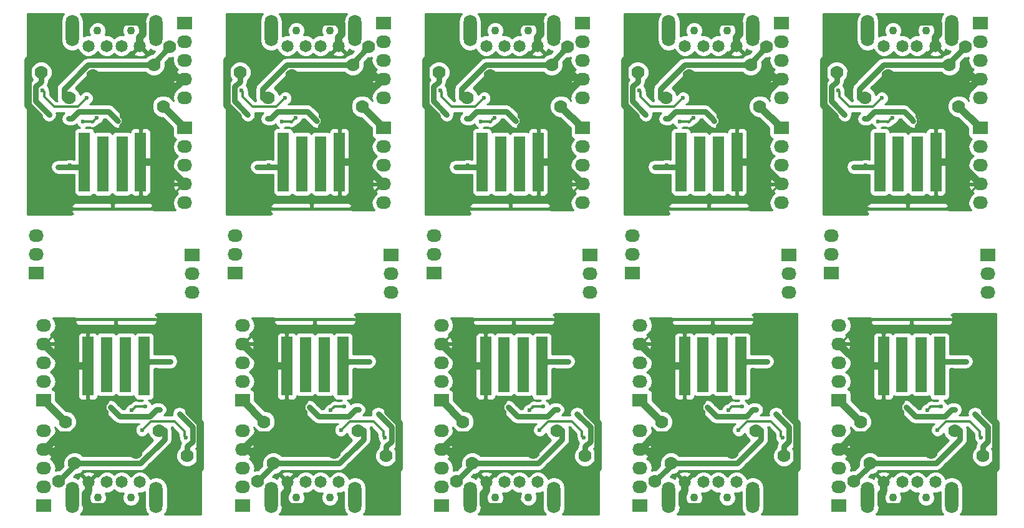
<source format=gbl>
%MOIN*%
%OFA0B0*%
%FSLAX46Y46*%
%IPPOS*%
%LPD*%
%AMREC10*
4,1,3,
0.029527559055118096,0.15748031496062992,
-0.029527559055118131,0.15748031496062992,
-0.029527559055118096,-0.15748031496062992,
0.029527559055118131,-0.15748031496062992,
0*%
%AMREC20*
4,1,3,
0.029527559055118096,0.14763779527559057,
-0.029527559055118131,0.14763779527559057,
-0.029527559055118096,-0.14763779527559057,
0.029527559055118131,-0.14763779527559057,
0*%
%AMREC30*
4,1,3,
0.19685039370078741,0.0059055118110236463,
-0.19685039370078741,0.0059055118110235985,
-0.19685039370078741,-0.0059055118110236463,
0.19685039370078741,-0.0059055118110235985,
0*%
%AMREC40*
4,1,3,
0.04,0.034000000000000009,
-0.04,0.033999999999999996,
-0.04,-0.034000000000000009,
0.04,-0.033999999999999996,
0*%
%ADD10C,0.0039370078740157488*%
%ADD11R,0.059055118110236227X0.31496062992125984*%
%ADD12R,0.059055118110236227X0.29527559055118113*%
%ADD13R,0.39370078740157483X0.011811023622047244*%
%ADD14R,0.08X0.068*%
%ADD15O,0.08X0.068*%
%ADD16C,0.064960629921259838*%
%ADD17C,0.043307086614173235*%
%ADD18O,0.070866141732283464X0.16929133858267717*%
%ADD19C,0.023622047244094488*%
%ADD20C,0.07*%
%ADD21C,0.012000000000000002*%
%ADD22C,0.04*%
%ADD23C,0.015000000000000001*%
%ADD24C,0.030000000000000002*%
%ADD25C,0.01*%
%ADD36C,0.0039370078740157488*%
%ADD37R,0.059055118110236227X0.31496062992125984*%
%ADD38R,0.059055118110236227X0.29527559055118113*%
%ADD39R,0.39370078740157483X0.011811023622047244*%
%ADD40R,0.08X0.068*%
%ADD41O,0.08X0.068*%
%ADD42C,0.064960629921259838*%
%ADD43C,0.043307086614173235*%
%ADD44O,0.070866141732283464X0.16929133858267717*%
%ADD45C,0.023622047244094488*%
%ADD46C,0.07*%
%ADD47C,0.012000000000000002*%
%ADD48C,0.04*%
%ADD49C,0.015000000000000001*%
%ADD50C,0.030000000000000002*%
%ADD51C,0.01*%
%ADD52C,0.0039370078740157488*%
%ADD53R,0.059055118110236227X0.31496062992125984*%
%ADD54R,0.059055118110236227X0.29527559055118113*%
%ADD55R,0.39370078740157483X0.011811023622047244*%
%ADD56R,0.08X0.068*%
%ADD57O,0.08X0.068*%
%ADD58C,0.064960629921259838*%
%ADD59C,0.043307086614173235*%
%ADD60O,0.070866141732283464X0.16929133858267717*%
%ADD61C,0.023622047244094488*%
%ADD62C,0.07*%
%ADD63C,0.012000000000000002*%
%ADD64C,0.04*%
%ADD65C,0.015000000000000001*%
%ADD66C,0.030000000000000002*%
%ADD67C,0.01*%
%ADD68C,0.0039370078740157488*%
%AMCOMP52*
4,1,3,
0.029527559055118096,0.15748031496062992,
-0.029527559055118131,0.15748031496062992,
-0.029527559055118096,-0.15748031496062992,
0.029527559055118131,-0.15748031496062992,
0*%
%ADD69COMP52*%
%AMCOMP53*
4,1,3,
0.029527559055118096,0.14763779527559057,
-0.029527559055118131,0.14763779527559057,
-0.029527559055118096,-0.14763779527559057,
0.029527559055118131,-0.14763779527559057,
0*%
%ADD70COMP53*%
%AMCOMP54*
4,1,3,
0.19685039370078741,0.0059055118110236463,
-0.19685039370078741,0.0059055118110235985,
-0.19685039370078741,-0.0059055118110236463,
0.19685039370078741,-0.0059055118110235985,
0*%
%ADD71COMP54*%
%AMCOMP55*
4,1,3,
0.04,0.034000000000000009,
-0.04,0.033999999999999996,
-0.04,-0.034000000000000009,
0.04,-0.033999999999999996,
0*%
%ADD72COMP55*%
%ADD73O,0.08X0.068*%
%ADD74C,0.064960629921259838*%
%ADD75C,0.043307086614173235*%
%ADD76O,0.070866141732283464X0.16929133858267717*%
%ADD77C,0.023622047244094488*%
%ADD78C,0.07*%
%ADD79C,0.012000000000000002*%
%ADD80C,0.04*%
%ADD81C,0.015000000000000001*%
%ADD82C,0.030000000000000002*%
%ADD83C,0.01*%
%ADD84C,0.0039370078740157488*%
%ADD85R,0.059055118110236227X0.31496062992125984*%
%ADD86R,0.059055118110236227X0.29527559055118113*%
%ADD87R,0.39370078740157483X0.011811023622047244*%
%ADD88R,0.08X0.068*%
%ADD89O,0.08X0.068*%
%ADD90C,0.064960629921259838*%
%ADD91C,0.043307086614173235*%
%ADD92O,0.070866141732283464X0.16929133858267717*%
%ADD93C,0.023622047244094488*%
%ADD94C,0.07*%
%ADD95C,0.012000000000000002*%
%ADD96C,0.04*%
%ADD97C,0.015000000000000001*%
%ADD98C,0.030000000000000002*%
%ADD99C,0.01*%
%ADD100C,0.0039370078740157488*%
%ADD101R,0.059055118110236227X0.31496062992125984*%
%ADD102R,0.059055118110236227X0.29527559055118113*%
%ADD103R,0.39370078740157483X0.011811023622047244*%
%ADD104R,0.08X0.068*%
%ADD105O,0.08X0.068*%
%ADD106C,0.064960629921259838*%
%ADD107C,0.043307086614173235*%
%ADD108O,0.070866141732283464X0.16929133858267717*%
%ADD109C,0.023622047244094488*%
%ADD110C,0.07*%
%ADD111C,0.012000000000000002*%
%ADD112C,0.04*%
%ADD113C,0.015000000000000001*%
%ADD114C,0.030000000000000002*%
%ADD115C,0.01*%
%ADD116C,0.0039370078740157488*%
%ADD117R,0.059055118110236227X0.31496062992125984*%
%ADD118R,0.059055118110236227X0.29527559055118113*%
%ADD119R,0.39370078740157483X0.011811023622047244*%
%ADD120R,0.08X0.068*%
%ADD121O,0.08X0.068*%
%ADD122C,0.064960629921259838*%
%ADD123C,0.043307086614173235*%
%ADD124O,0.070866141732283464X0.16929133858267717*%
%ADD125C,0.023622047244094488*%
%ADD126C,0.07*%
%ADD127C,0.012000000000000002*%
%ADD128C,0.04*%
%ADD129C,0.015000000000000001*%
%ADD130C,0.030000000000000002*%
%ADD131C,0.01*%
%ADD132C,0.0039370078740157488*%
%ADD133R,0.059055118110236227X0.31496062992125984*%
%ADD134R,0.059055118110236227X0.29527559055118113*%
%ADD135R,0.39370078740157483X0.011811023622047244*%
%ADD136R,0.08X0.068*%
%ADD137O,0.08X0.068*%
%ADD138C,0.064960629921259838*%
%ADD139C,0.043307086614173235*%
%ADD140O,0.070866141732283464X0.16929133858267717*%
%ADD141C,0.023622047244094488*%
%ADD142C,0.07*%
%ADD143C,0.012000000000000002*%
%ADD144C,0.04*%
%ADD145C,0.015000000000000001*%
%ADD146C,0.030000000000000002*%
%ADD147C,0.01*%
%ADD148C,0.0039370078740157488*%
%ADD149R,0.059055118110236227X0.31496062992125984*%
%ADD150R,0.059055118110236227X0.29527559055118113*%
%ADD151R,0.39370078740157483X0.011811023622047244*%
%ADD152R,0.08X0.068*%
%ADD153O,0.08X0.068*%
%ADD154C,0.064960629921259838*%
%ADD155C,0.043307086614173235*%
%ADD156O,0.070866141732283464X0.16929133858267717*%
%ADD157C,0.023622047244094488*%
%ADD158C,0.07*%
%ADD159C,0.012000000000000002*%
%ADD160C,0.04*%
%ADD161C,0.015000000000000001*%
%ADD162C,0.030000000000000002*%
%ADD163C,0.01*%
%ADD164C,0.0039370078740157488*%
%ADD165R,0.059055118110236227X0.31496062992125984*%
%ADD166R,0.059055118110236227X0.29527559055118113*%
%ADD167R,0.39370078740157483X0.011811023622047244*%
%ADD168R,0.08X0.068*%
%ADD169O,0.08X0.068*%
%ADD170C,0.064960629921259838*%
%ADD171C,0.043307086614173235*%
%ADD172O,0.070866141732283464X0.16929133858267717*%
%ADD173C,0.023622047244094488*%
%ADD174C,0.07*%
%ADD175C,0.012000000000000002*%
%ADD176C,0.04*%
%ADD177C,0.015000000000000001*%
%ADD178C,0.030000000000000002*%
%ADD179C,0.01*%
G01G01*
D10*
D11*
X0000787401Y0000374015D02*
X0000646952Y0001087692D03*
X0000946952Y0001087692D03*
D12*
X0000848133Y0001097535D03*
X0000745771Y0001097535D03*
D13*
X0000796952Y0001337692D03*
D14*
X0001205220Y0001681000D03*
D15*
X0001205220Y0001580999D03*
X0001205220Y0001481000D03*
D14*
X0000409551Y0000906196D03*
D15*
X0000409551Y0001006196D03*
X0000409551Y0001106196D03*
X0000409551Y0001206196D03*
X0000409551Y0001306196D03*
D14*
X0000409551Y0000343598D03*
D15*
X0000409551Y0000443598D03*
X0000409551Y0000543598D03*
X0000409551Y0000643598D03*
X0000409551Y0000743598D03*
D16*
X0000826874Y0000467614D03*
X0000925299Y0000467614D03*
X0000748133Y0000467614D03*
X0000649708Y0000467614D03*
D17*
X0000876086Y0000384937D03*
X0000698921Y0000384937D03*
D18*
X0000563094Y0000384937D03*
X0001011913Y0000384937D03*
D19*
X0001227401Y0001174015D03*
X0001197401Y0001174015D03*
X0001197401Y0001174015D03*
X0001166401Y0001179740D03*
X0001116401Y0001294015D03*
X0001086401Y0001294015D03*
X0001187401Y0000934015D03*
X0001137401Y0001014015D03*
X0001013829Y0001067587D03*
X0001047401Y0001294015D03*
X0000876086Y0000904622D03*
X0001206795Y0000420370D03*
D20*
X0000902339Y0000626455D03*
D19*
X0000836690Y0000719609D03*
D20*
X0001000305Y0000546583D03*
D19*
X0000789640Y0000741587D03*
X0000498133Y0000579818D03*
D20*
X0000520930Y0001054996D03*
D19*
X0000645771Y0000898716D03*
X0000710732Y0000898025D03*
X0000740259Y0000898025D03*
D20*
X0001178021Y0000608592D03*
D19*
X0001135929Y0000833755D03*
X0000768429Y0000867587D03*
X0001029629Y0000855921D03*
X0000854771Y0001181632D03*
X0000758493Y0001218435D03*
X0000880365Y0000851283D03*
X0000954931Y0000871262D03*
X0001169787Y0000705409D03*
X0000935929Y0000746747D03*
D20*
X0001027401Y0000744015D03*
D19*
X0001023803Y0001105015D03*
X0001056401Y0001114015D03*
X0001087401Y0001114015D03*
D20*
X0000574905Y0000568007D03*
X0000525523Y0000790224D03*
X0000489551Y0000471627D03*
D21*
X0001086401Y0001294015D02*
X0001116401Y0001294015D01*
D22*
X0001207401Y0000504015D02*
X0001042873Y0000504015D01*
X0001042873Y0000504015D02*
X0001000305Y0000546583D01*
X0001247401Y0000544015D02*
X0001207401Y0000504015D01*
X0001247401Y0000784015D02*
X0001247401Y0000544015D01*
X0001187401Y0000844015D02*
X0001247401Y0000784015D01*
X0001187401Y0000934015D02*
X0001187401Y0000844015D01*
D23*
X0001013829Y0001067587D02*
X0001083829Y0001067587D01*
X0001083829Y0001067587D02*
X0001137401Y0001014015D01*
D24*
X0000840653Y0000687131D02*
X0000836690Y0000691094D01*
X0000836690Y0000691094D02*
X0000836690Y0000702905D01*
X0000836690Y0000702905D02*
X0000836690Y0000719609D01*
D21*
X0000796952Y0001337692D02*
X0001005803Y0001337692D01*
X0001005803Y0001337692D02*
X0001007771Y0001335724D01*
X0000580228Y0001329818D02*
X0000539173Y0001329818D01*
X0000539173Y0001329818D02*
X0000415551Y0001206196D01*
X0000415551Y0001206196D02*
X0000409551Y0001206196D01*
X0000796952Y0001337692D02*
X0000588102Y0001337692D01*
X0000588102Y0001337692D02*
X0000580228Y0001329818D01*
D22*
X0000646952Y0001087692D02*
X0000553627Y0001087692D01*
X0000553627Y0001087692D02*
X0000520930Y0001054996D01*
X0000745755Y0000337283D02*
X0000787503Y0000379031D01*
X0000633960Y0000349503D02*
X0000646181Y0000337283D01*
X0000646181Y0000337283D02*
X0000745755Y0000337283D01*
X0000633960Y0000405932D02*
X0000633960Y0000349503D01*
X0000649708Y0000467614D02*
X0000649708Y0000421680D01*
X0000649708Y0000421680D02*
X0000633960Y0000405932D01*
X0000520930Y0001054996D02*
X0000520930Y0001094817D01*
X0000520930Y0001094817D02*
X0000409551Y0001206196D01*
X0000646952Y0000967614D02*
X0000646952Y0001087692D01*
D21*
X0000789640Y0000741587D02*
X0000750887Y0000780341D01*
X0000750887Y0000780341D02*
X0000750887Y0000846945D01*
X0000750887Y0000846945D02*
X0000741428Y0000856403D01*
X0000741428Y0000856403D02*
X0000741428Y0000896857D01*
X0000741428Y0000896857D02*
X0000740259Y0000898025D01*
D24*
X0000434354Y0000643598D02*
X0000498133Y0000579818D01*
D22*
X0000559832Y0000717598D02*
X0000740259Y0000898025D01*
X0000489551Y0000717598D02*
X0000559832Y0000717598D01*
X0000415551Y0000643598D02*
X0000489551Y0000717598D01*
X0000409551Y0000643598D02*
X0000415551Y0000643598D01*
D24*
X0000409551Y0000643598D02*
X0000434354Y0000643598D01*
D21*
X0000864275Y0000916433D02*
X0000876086Y0000904622D01*
X0000758667Y0000916433D02*
X0000864275Y0000916433D01*
X0000740259Y0000898025D02*
X0000758667Y0000916433D01*
D24*
X0001178021Y0000658089D02*
X0001178021Y0000608592D01*
X0001206401Y0000763283D02*
X0001206401Y0000686469D01*
X0001135929Y0000833755D02*
X0001206401Y0000763283D01*
X0001206401Y0000686469D02*
X0001178021Y0000658089D01*
X0000817544Y0000818472D02*
X0000780240Y0000855776D01*
X0000780240Y0000855776D02*
X0000768429Y0000867587D01*
X0000896114Y0000818472D02*
X0000817544Y0000818472D01*
X0000897365Y0000819722D02*
X0000896114Y0000818472D01*
X0001012926Y0000855921D02*
X0000976727Y0000819722D01*
X0001029629Y0000855921D02*
X0001012926Y0000855921D01*
X0000976727Y0000819722D02*
X0000897365Y0000819722D01*
D21*
X0000854771Y0001164929D02*
X0000854771Y0001181632D01*
X0000854771Y0001104173D02*
X0000854771Y0001164929D01*
X0000848133Y0001097535D02*
X0000854771Y0001104173D01*
X0000745771Y0001205713D02*
X0000746682Y0001206624D01*
X0000746682Y0001206624D02*
X0000758493Y0001218435D01*
X0000745771Y0001097535D02*
X0000745771Y0001205713D01*
X0000896291Y0000868459D02*
X0000896291Y0000867208D01*
X0000896291Y0000867208D02*
X0000892176Y0000863094D01*
X0000892176Y0000863094D02*
X0000880365Y0000851283D01*
X0000906634Y0000874074D02*
X0000901906Y0000874074D01*
X0000899093Y0000871262D02*
X0000896291Y0000868459D01*
X0000954931Y0000871262D02*
X0000899093Y0000871262D01*
X0000901906Y0000874074D02*
X0000896291Y0000868459D01*
X0001162559Y0000740149D02*
X0001162559Y0000712637D01*
X0001162559Y0000712637D02*
X0001165802Y0000709394D01*
X0000935929Y0000746747D02*
X0000982528Y0000793347D01*
X0001109361Y0000793347D02*
X0001162559Y0000740149D01*
X0000982528Y0000793347D02*
X0001109361Y0000793347D01*
D24*
X0001055933Y0000746347D02*
X0001029733Y0000746347D01*
X0001029733Y0000746347D02*
X0001027401Y0000744015D01*
X0001039698Y0001114015D02*
X0001056401Y0001114015D01*
X0000973275Y0001114015D02*
X0001039698Y0001114015D01*
X0000946952Y0001087692D02*
X0000973275Y0001114015D01*
X0001056401Y0001114015D02*
X0001087401Y0001114015D01*
D22*
X0000525523Y0000790224D02*
X0000409551Y0000906196D01*
D24*
X0001055933Y0000696850D02*
X0000927091Y0000568007D01*
X0000927091Y0000568007D02*
X0000624402Y0000568007D01*
X0000624402Y0000568007D02*
X0000574905Y0000568007D01*
X0000574905Y0000568007D02*
X0000574905Y0000556981D01*
X0000574905Y0000556981D02*
X0000489551Y0000471627D01*
X0001055933Y0000746347D02*
X0001055933Y0000696850D01*
X0001054759Y0000745173D02*
X0001055933Y0000746347D01*
D25*
G36*
X0000794271Y0000418913D02*
X0000815390Y0000410143D01*
X0000836030Y0000410125D01*
X0000829441Y0000394257D01*
X0000829424Y0000375697D01*
X0000836512Y0000358544D01*
X0000849625Y0000345409D01*
X0000866765Y0000338291D01*
X0000885325Y0000338275D01*
X0000902479Y0000345362D01*
X0000915614Y0000358475D01*
X0000922732Y0000375616D01*
X0000922748Y0000394176D01*
X0000916151Y0000410141D01*
X0000936682Y0000410123D01*
X0000951480Y0000416238D01*
X0000951480Y0000333576D01*
X0000956080Y0000310449D01*
X0000966550Y0000294779D01*
X0000608456Y0000294779D01*
X0000618927Y0000310449D01*
X0000623527Y0000333576D01*
X0000623527Y0000415955D01*
X0000640938Y0000409667D01*
X0000659021Y0000410502D01*
X0000652275Y0000394257D01*
X0000652259Y0000375697D01*
X0000659347Y0000358544D01*
X0000672459Y0000345409D01*
X0000689600Y0000338291D01*
X0000708160Y0000338275D01*
X0000725313Y0000345362D01*
X0000738449Y0000358475D01*
X0000745566Y0000375616D01*
X0000745582Y0000394176D01*
X0000738986Y0000410141D01*
X0000759517Y0000410123D01*
X0000780651Y0000418856D01*
X0000787501Y0000425694D01*
X0000794271Y0000418913D01*
X0000794271Y0000418913D01*
G37*
X0000794271Y0000418913D02*
X0000815390Y0000410143D01*
X0000836030Y0000410125D01*
X0000829441Y0000394257D01*
X0000829424Y0000375697D01*
X0000836512Y0000358544D01*
X0000849625Y0000345409D01*
X0000866765Y0000338291D01*
X0000885325Y0000338275D01*
X0000902479Y0000345362D01*
X0000915614Y0000358475D01*
X0000922732Y0000375616D01*
X0000922748Y0000394176D01*
X0000916151Y0000410141D01*
X0000936682Y0000410123D01*
X0000951480Y0000416238D01*
X0000951480Y0000333576D01*
X0000956080Y0000310449D01*
X0000966550Y0000294779D01*
X0000608456Y0000294779D01*
X0000618927Y0000310449D01*
X0000623527Y0000333576D01*
X0000623527Y0000415955D01*
X0000640938Y0000409667D01*
X0000659021Y0000410502D01*
X0000652275Y0000394257D01*
X0000652259Y0000375697D01*
X0000659347Y0000358544D01*
X0000672459Y0000345409D01*
X0000689600Y0000338291D01*
X0000708160Y0000338275D01*
X0000725313Y0000345362D01*
X0000738449Y0000358475D01*
X0000745566Y0000375616D01*
X0000745582Y0000394176D01*
X0000738986Y0000410141D01*
X0000759517Y0000410123D01*
X0000780651Y0000418856D01*
X0000787501Y0000425694D01*
X0000794271Y0000418913D01*
G36*
X0001249708Y0001369073D02*
X0001249708Y0000294779D01*
X0001057275Y0000294779D01*
X0001067746Y0000310449D01*
X0001072346Y0000333576D01*
X0001072346Y0000436297D01*
X0001067746Y0000459424D01*
X0001054646Y0000479030D01*
X0001035040Y0000492130D01*
X0001011913Y0000496730D01*
X0000988786Y0000492130D01*
X0000979834Y0000486148D01*
X0000974057Y0000500131D01*
X0000957901Y0000516315D01*
X0000936782Y0000525084D01*
X0000913915Y0000525104D01*
X0000892781Y0000516372D01*
X0000876598Y0000500216D01*
X0000876096Y0000499007D01*
X0000875631Y0000500131D01*
X0000859476Y0000516315D01*
X0000838357Y0000525084D01*
X0000815490Y0000525104D01*
X0000794356Y0000516372D01*
X0000787506Y0000509533D01*
X0000780736Y0000516315D01*
X0000759617Y0000525084D01*
X0000736750Y0000525104D01*
X0000715616Y0000516372D01*
X0000699432Y0000500216D01*
X0000698629Y0000498282D01*
X0000690096Y0000500931D01*
X0000656779Y0000467614D01*
X0000657336Y0000467057D01*
X0000650265Y0000459986D01*
X0000649708Y0000460543D01*
X0000649151Y0000459986D01*
X0000642080Y0000467057D01*
X0000642637Y0000467614D01*
X0000609320Y0000500931D01*
X0000599529Y0000497891D01*
X0000595266Y0000486086D01*
X0000586221Y0000492130D01*
X0000569874Y0000495382D01*
X0000582493Y0000508001D01*
X0000586787Y0000507997D01*
X0000586799Y0000508002D01*
X0000616391Y0000508002D01*
X0000649708Y0000474685D01*
X0000683025Y0000508002D01*
X0000679985Y0000517793D01*
X0000658478Y0000525560D01*
X0000635635Y0000524505D01*
X0000619431Y0000517793D01*
X0000616391Y0000508002D01*
X0000586799Y0000508002D01*
X0000608848Y0000517112D01*
X0000619762Y0000528007D01*
X0000927091Y0000528007D01*
X0000939859Y0000530547D01*
X0000942398Y0000531052D01*
X0000955375Y0000539723D01*
X0001084218Y0000668565D01*
X0001092889Y0000681542D01*
X0001094068Y0000687473D01*
X0001095933Y0000696850D01*
X0001095933Y0000746347D01*
X0001094391Y0000754102D01*
X0001092889Y0000761654D01*
X0001092426Y0000762347D01*
X0001096520Y0000762347D01*
X0001131559Y0000727308D01*
X0001131559Y0000712637D01*
X0001132253Y0000709149D01*
X0001132976Y0000705514D01*
X0001132970Y0000698119D01*
X0001138562Y0000684584D01*
X0001144540Y0000678596D01*
X0001141066Y0000673397D01*
X0001141066Y0000673397D01*
X0001138021Y0000658089D01*
X0001138021Y0000653441D01*
X0001127185Y0000642624D01*
X0001118032Y0000620579D01*
X0001118011Y0000596710D01*
X0001127126Y0000574649D01*
X0001143990Y0000557756D01*
X0001166034Y0000548602D01*
X0001189904Y0000548582D01*
X0001211964Y0000557697D01*
X0001228857Y0000574560D01*
X0001238011Y0000596605D01*
X0001238032Y0000620474D01*
X0001228916Y0000642535D01*
X0001223980Y0000647480D01*
X0001234685Y0000658185D01*
X0001243356Y0000671161D01*
X0001243356Y0000671161D01*
X0001246401Y0000686469D01*
X0001246401Y0000763283D01*
X0001244781Y0000771427D01*
X0001243356Y0000778591D01*
X0001234685Y0000791568D01*
X0001164213Y0000862040D01*
X0001151236Y0000870711D01*
X0001135929Y0000873755D01*
X0001120621Y0000870711D01*
X0001107644Y0000862040D01*
X0001098973Y0000849063D01*
X0001095929Y0000833755D01*
X0001097800Y0000824347D01*
X0001052991Y0000824347D01*
X0001057914Y0000827637D01*
X0001066585Y0000840613D01*
X0001069629Y0000855921D01*
X0001066585Y0000871228D01*
X0001057914Y0000884205D01*
X0001044937Y0000892876D01*
X0001029629Y0000895921D01*
X0001012926Y0000895921D01*
X0000997619Y0000892876D01*
X0000988381Y0000886703D01*
X0000986156Y0000892086D01*
X0000975810Y0000902451D01*
X0000970339Y0000904722D01*
X0000976480Y0000904722D01*
X0000985744Y0000906466D01*
X0000994253Y0000911941D01*
X0000999961Y0000920295D01*
X0001001970Y0000930212D01*
X0001001970Y0001074015D01*
X0001002735Y0001074015D01*
X0001002924Y0001073827D01*
X0001016448Y0001068211D01*
X0001031093Y0001068198D01*
X0001044627Y0001073790D01*
X0001044853Y0001074015D01*
X0001087401Y0001074015D01*
X0001102708Y0001077060D01*
X0001115685Y0001085731D01*
X0001124356Y0001098708D01*
X0001127401Y0001114015D01*
X0001124356Y0001129323D01*
X0001115685Y0001142300D01*
X0001102708Y0001150970D01*
X0001087401Y0001154015D01*
X0001001970Y0001154015D01*
X0001001970Y0001245173D01*
X0001000226Y0001254437D01*
X0000994751Y0001262946D01*
X0000986397Y0001268654D01*
X0000976480Y0001270662D01*
X0000917425Y0001270662D01*
X0000908160Y0001268919D01*
X0000899651Y0001263444D01*
X0000897571Y0001260399D01*
X0000895932Y0001262946D01*
X0000887578Y0001268654D01*
X0000877661Y0001270662D01*
X0000818606Y0001270662D01*
X0000809341Y0001268919D01*
X0000800833Y0001263444D01*
X0000796927Y0001257729D01*
X0000793570Y0001262946D01*
X0000785216Y0001268654D01*
X0000775299Y0001270662D01*
X0000716244Y0001270662D01*
X0000706979Y0001268919D01*
X0000698470Y0001263444D01*
X0000696479Y0001260529D01*
X0000690641Y0001266367D01*
X0000681453Y0001270173D01*
X0000658202Y0001270173D01*
X0000651952Y0001263923D01*
X0000651952Y0001092692D01*
X0000652740Y0001092692D01*
X0000652740Y0001082692D01*
X0000651952Y0001082692D01*
X0000651952Y0000911462D01*
X0000658202Y0000905212D01*
X0000681453Y0000905212D01*
X0000690641Y0000909018D01*
X0000697674Y0000916051D01*
X0000701480Y0000925239D01*
X0000701480Y0000929727D01*
X0000706327Y0000926416D01*
X0000716244Y0000924407D01*
X0000775299Y0000924407D01*
X0000784563Y0000926151D01*
X0000793072Y0000931626D01*
X0000796977Y0000937341D01*
X0000800335Y0000932124D01*
X0000808689Y0000926416D01*
X0000818606Y0000924407D01*
X0000877661Y0000924407D01*
X0000886925Y0000926151D01*
X0000892076Y0000929465D01*
X0000893678Y0000920948D01*
X0000899153Y0000912439D01*
X0000907508Y0000906731D01*
X0000917425Y0000904722D01*
X0000939517Y0000904722D01*
X0000934107Y0000902487D01*
X0000933881Y0000902262D01*
X0000919174Y0000902262D01*
X0000918497Y0000902714D01*
X0000906634Y0000905074D01*
X0000901906Y0000905074D01*
X0000890042Y0000902714D01*
X0000879985Y0000895994D01*
X0000874370Y0000890379D01*
X0000872760Y0000887970D01*
X0000859540Y0000882508D01*
X0000849176Y0000872162D01*
X0000843560Y0000858637D01*
X0000843560Y0000858472D01*
X0000834113Y0000858472D01*
X0000808524Y0000884061D01*
X0000808524Y0000884061D01*
X0000796713Y0000895872D01*
X0000783736Y0000904543D01*
X0000768429Y0000907587D01*
X0000753121Y0000904543D01*
X0000740144Y0000895872D01*
X0000731473Y0000882895D01*
X0000728429Y0000867587D01*
X0000731473Y0000852280D01*
X0000740144Y0000839303D01*
X0000751955Y0000827492D01*
X0000751955Y0000827492D01*
X0000789260Y0000790187D01*
X0000802237Y0000781516D01*
X0000817544Y0000778472D01*
X0000896114Y0000778472D01*
X0000902401Y0000779722D01*
X0000919338Y0000779722D01*
X0000915104Y0000777973D01*
X0000904740Y0000767627D01*
X0000899124Y0000754102D01*
X0000899111Y0000739457D01*
X0000904703Y0000725923D01*
X0000915050Y0000715559D01*
X0000928574Y0000709943D01*
X0000943219Y0000709930D01*
X0000956753Y0000715522D01*
X0000967117Y0000725868D01*
X0000968552Y0000729323D01*
X0000976506Y0000710072D01*
X0000993369Y0000693179D01*
X0000995012Y0000692497D01*
X0000910523Y0000608007D01*
X0000619754Y0000608007D01*
X0000608937Y0000618843D01*
X0000586892Y0000627997D01*
X0000563023Y0000628018D01*
X0000540962Y0000618903D01*
X0000524069Y0000602039D01*
X0000514915Y0000579994D01*
X0000514895Y0000556125D01*
X0000515651Y0000554295D01*
X0000492979Y0000531624D01*
X0000477668Y0000531637D01*
X0000473067Y0000529736D01*
X0000475824Y0000543598D01*
X0000471333Y0000566176D01*
X0000458543Y0000585317D01*
X0000446359Y0000593459D01*
X0000462729Y0000608085D01*
X0000472728Y0000628842D01*
X0000472832Y0000629463D01*
X0000468063Y0000638598D01*
X0000414551Y0000638598D01*
X0000414551Y0000637811D01*
X0000404551Y0000637811D01*
X0000404551Y0000638598D01*
X0000403763Y0000638598D01*
X0000403763Y0000648598D01*
X0000404551Y0000648598D01*
X0000404551Y0000649385D01*
X0000414551Y0000649385D01*
X0000414551Y0000648598D01*
X0000468063Y0000648598D01*
X0000472832Y0000657733D01*
X0000472728Y0000658353D01*
X0000462729Y0000679111D01*
X0000446359Y0000693737D01*
X0000458543Y0000701879D01*
X0000471333Y0000721020D01*
X0000475824Y0000743598D01*
X0000472070Y0000762471D01*
X0000474627Y0000756282D01*
X0000491491Y0000739389D01*
X0000513535Y0000730235D01*
X0000537405Y0000730214D01*
X0000559465Y0000739329D01*
X0000576358Y0000756193D01*
X0000585512Y0000778237D01*
X0000585533Y0000802107D01*
X0000576418Y0000824167D01*
X0000559554Y0000841060D01*
X0000537510Y0000850214D01*
X0000529165Y0000850221D01*
X0000475040Y0000904346D01*
X0000475040Y0000940196D01*
X0000473297Y0000949461D01*
X0000467822Y0000957970D01*
X0000459468Y0000963678D01*
X0000457840Y0000964007D01*
X0000458543Y0000964477D01*
X0000471333Y0000983618D01*
X0000475824Y0001006196D01*
X0000471333Y0001028775D01*
X0000458543Y0001047916D01*
X0000446150Y0001056196D01*
X0000458543Y0001064477D01*
X0000466538Y0001076442D01*
X0000592425Y0001076442D01*
X0000592425Y0000925239D01*
X0000596231Y0000916051D01*
X0000603263Y0000909018D01*
X0000612452Y0000905212D01*
X0000635702Y0000905212D01*
X0000641952Y0000911462D01*
X0000641952Y0001082692D01*
X0000598675Y0001082692D01*
X0000592425Y0001076442D01*
X0000466538Y0001076442D01*
X0000471333Y0001083618D01*
X0000475824Y0001106196D01*
X0000471333Y0001128775D01*
X0000458543Y0001147916D01*
X0000446359Y0001156057D01*
X0000462729Y0001170683D01*
X0000472728Y0001191441D01*
X0000472832Y0001192061D01*
X0000468063Y0001201196D01*
X0000414551Y0001201196D01*
X0000414551Y0001200409D01*
X0000404551Y0001200409D01*
X0000404551Y0001201196D01*
X0000403763Y0001201196D01*
X0000403763Y0001211196D01*
X0000404551Y0001211196D01*
X0000404551Y0001211984D01*
X0000414551Y0001211984D01*
X0000414551Y0001211196D01*
X0000468063Y0001211196D01*
X0000472832Y0001220331D01*
X0000472728Y0001220952D01*
X0000462729Y0001241710D01*
X0000453287Y0001250146D01*
X0000592425Y0001250146D01*
X0000592425Y0001098942D01*
X0000598675Y0001092692D01*
X0000641952Y0001092692D01*
X0000641952Y0001263923D01*
X0000635702Y0001270173D01*
X0000612452Y0001270173D01*
X0000603263Y0001266367D01*
X0000596231Y0001259334D01*
X0000592425Y0001250146D01*
X0000453287Y0001250146D01*
X0000446359Y0001256336D01*
X0000458543Y0001264477D01*
X0000471333Y0001283618D01*
X0000475824Y0001306196D01*
X0000471390Y0001328490D01*
X0000575102Y0001328490D01*
X0000575102Y0001326814D01*
X0000578908Y0001317626D01*
X0000585941Y0001310593D01*
X0000595129Y0001306787D01*
X0000785702Y0001306787D01*
X0000791952Y0001313037D01*
X0000791952Y0001334740D01*
X0000801952Y0001334740D01*
X0000801952Y0001313037D01*
X0000808202Y0001306787D01*
X0000998775Y0001306787D01*
X0001007964Y0001310593D01*
X0001014997Y0001317626D01*
X0001018803Y0001326814D01*
X0001018803Y0001328490D01*
X0001012553Y0001334740D01*
X0000801952Y0001334740D01*
X0000791952Y0001334740D01*
X0000581352Y0001334740D01*
X0000575102Y0001328490D01*
X0000471390Y0001328490D01*
X0000471333Y0001328775D01*
X0000459782Y0001346062D01*
X0000575935Y0001346062D01*
X0000581352Y0001340645D01*
X0000791952Y0001340645D01*
X0000791952Y0001343480D01*
X0000801952Y0001343480D01*
X0000801952Y0001340645D01*
X0001012553Y0001340645D01*
X0001018803Y0001346895D01*
X0001018803Y0001348571D01*
X0001014997Y0001357759D01*
X0001008717Y0001364039D01*
X0001014170Y0001366297D01*
X0001017121Y0001367520D01*
X0001020571Y0001369825D01*
X0001249708Y0001369073D01*
X0001249708Y0001369073D01*
G37*
X0001249708Y0001369073D02*
X0001249708Y0000294779D01*
X0001057275Y0000294779D01*
X0001067746Y0000310449D01*
X0001072346Y0000333576D01*
X0001072346Y0000436297D01*
X0001067746Y0000459424D01*
X0001054646Y0000479030D01*
X0001035040Y0000492130D01*
X0001011913Y0000496730D01*
X0000988786Y0000492130D01*
X0000979834Y0000486148D01*
X0000974057Y0000500131D01*
X0000957901Y0000516315D01*
X0000936782Y0000525084D01*
X0000913915Y0000525104D01*
X0000892781Y0000516372D01*
X0000876598Y0000500216D01*
X0000876096Y0000499007D01*
X0000875631Y0000500131D01*
X0000859476Y0000516315D01*
X0000838357Y0000525084D01*
X0000815490Y0000525104D01*
X0000794356Y0000516372D01*
X0000787506Y0000509533D01*
X0000780736Y0000516315D01*
X0000759617Y0000525084D01*
X0000736750Y0000525104D01*
X0000715616Y0000516372D01*
X0000699432Y0000500216D01*
X0000698629Y0000498282D01*
X0000690096Y0000500931D01*
X0000656779Y0000467614D01*
X0000657336Y0000467057D01*
X0000650265Y0000459986D01*
X0000649708Y0000460543D01*
X0000649151Y0000459986D01*
X0000642080Y0000467057D01*
X0000642637Y0000467614D01*
X0000609320Y0000500931D01*
X0000599529Y0000497891D01*
X0000595266Y0000486086D01*
X0000586221Y0000492130D01*
X0000569874Y0000495382D01*
X0000582493Y0000508001D01*
X0000586787Y0000507997D01*
X0000586799Y0000508002D01*
X0000616391Y0000508002D01*
X0000649708Y0000474685D01*
X0000683025Y0000508002D01*
X0000679985Y0000517793D01*
X0000658478Y0000525560D01*
X0000635635Y0000524505D01*
X0000619431Y0000517793D01*
X0000616391Y0000508002D01*
X0000586799Y0000508002D01*
X0000608848Y0000517112D01*
X0000619762Y0000528007D01*
X0000927091Y0000528007D01*
X0000939859Y0000530547D01*
X0000942398Y0000531052D01*
X0000955375Y0000539723D01*
X0001084218Y0000668565D01*
X0001092889Y0000681542D01*
X0001094068Y0000687473D01*
X0001095933Y0000696850D01*
X0001095933Y0000746347D01*
X0001094391Y0000754102D01*
X0001092889Y0000761654D01*
X0001092426Y0000762347D01*
X0001096520Y0000762347D01*
X0001131559Y0000727308D01*
X0001131559Y0000712637D01*
X0001132253Y0000709149D01*
X0001132976Y0000705514D01*
X0001132970Y0000698119D01*
X0001138562Y0000684584D01*
X0001144540Y0000678596D01*
X0001141066Y0000673397D01*
X0001141066Y0000673397D01*
X0001138021Y0000658089D01*
X0001138021Y0000653441D01*
X0001127185Y0000642624D01*
X0001118032Y0000620579D01*
X0001118011Y0000596710D01*
X0001127126Y0000574649D01*
X0001143990Y0000557756D01*
X0001166034Y0000548602D01*
X0001189904Y0000548582D01*
X0001211964Y0000557697D01*
X0001228857Y0000574560D01*
X0001238011Y0000596605D01*
X0001238032Y0000620474D01*
X0001228916Y0000642535D01*
X0001223980Y0000647480D01*
X0001234685Y0000658185D01*
X0001243356Y0000671161D01*
X0001243356Y0000671161D01*
X0001246401Y0000686469D01*
X0001246401Y0000763283D01*
X0001244781Y0000771427D01*
X0001243356Y0000778591D01*
X0001234685Y0000791568D01*
X0001164213Y0000862040D01*
X0001151236Y0000870711D01*
X0001135929Y0000873755D01*
X0001120621Y0000870711D01*
X0001107644Y0000862040D01*
X0001098973Y0000849063D01*
X0001095929Y0000833755D01*
X0001097800Y0000824347D01*
X0001052991Y0000824347D01*
X0001057914Y0000827637D01*
X0001066585Y0000840613D01*
X0001069629Y0000855921D01*
X0001066585Y0000871228D01*
X0001057914Y0000884205D01*
X0001044937Y0000892876D01*
X0001029629Y0000895921D01*
X0001012926Y0000895921D01*
X0000997619Y0000892876D01*
X0000988381Y0000886703D01*
X0000986156Y0000892086D01*
X0000975810Y0000902451D01*
X0000970339Y0000904722D01*
X0000976480Y0000904722D01*
X0000985744Y0000906466D01*
X0000994253Y0000911941D01*
X0000999961Y0000920295D01*
X0001001970Y0000930212D01*
X0001001970Y0001074015D01*
X0001002735Y0001074015D01*
X0001002924Y0001073827D01*
X0001016448Y0001068211D01*
X0001031093Y0001068198D01*
X0001044627Y0001073790D01*
X0001044853Y0001074015D01*
X0001087401Y0001074015D01*
X0001102708Y0001077060D01*
X0001115685Y0001085731D01*
X0001124356Y0001098708D01*
X0001127401Y0001114015D01*
X0001124356Y0001129323D01*
X0001115685Y0001142300D01*
X0001102708Y0001150970D01*
X0001087401Y0001154015D01*
X0001001970Y0001154015D01*
X0001001970Y0001245173D01*
X0001000226Y0001254437D01*
X0000994751Y0001262946D01*
X0000986397Y0001268654D01*
X0000976480Y0001270662D01*
X0000917425Y0001270662D01*
X0000908160Y0001268919D01*
X0000899651Y0001263444D01*
X0000897571Y0001260399D01*
X0000895932Y0001262946D01*
X0000887578Y0001268654D01*
X0000877661Y0001270662D01*
X0000818606Y0001270662D01*
X0000809341Y0001268919D01*
X0000800833Y0001263444D01*
X0000796927Y0001257729D01*
X0000793570Y0001262946D01*
X0000785216Y0001268654D01*
X0000775299Y0001270662D01*
X0000716244Y0001270662D01*
X0000706979Y0001268919D01*
X0000698470Y0001263444D01*
X0000696479Y0001260529D01*
X0000690641Y0001266367D01*
X0000681453Y0001270173D01*
X0000658202Y0001270173D01*
X0000651952Y0001263923D01*
X0000651952Y0001092692D01*
X0000652740Y0001092692D01*
X0000652740Y0001082692D01*
X0000651952Y0001082692D01*
X0000651952Y0000911462D01*
X0000658202Y0000905212D01*
X0000681453Y0000905212D01*
X0000690641Y0000909018D01*
X0000697674Y0000916051D01*
X0000701480Y0000925239D01*
X0000701480Y0000929727D01*
X0000706327Y0000926416D01*
X0000716244Y0000924407D01*
X0000775299Y0000924407D01*
X0000784563Y0000926151D01*
X0000793072Y0000931626D01*
X0000796977Y0000937341D01*
X0000800335Y0000932124D01*
X0000808689Y0000926416D01*
X0000818606Y0000924407D01*
X0000877661Y0000924407D01*
X0000886925Y0000926151D01*
X0000892076Y0000929465D01*
X0000893678Y0000920948D01*
X0000899153Y0000912439D01*
X0000907508Y0000906731D01*
X0000917425Y0000904722D01*
X0000939517Y0000904722D01*
X0000934107Y0000902487D01*
X0000933881Y0000902262D01*
X0000919174Y0000902262D01*
X0000918497Y0000902714D01*
X0000906634Y0000905074D01*
X0000901906Y0000905074D01*
X0000890042Y0000902714D01*
X0000879985Y0000895994D01*
X0000874370Y0000890379D01*
X0000872760Y0000887970D01*
X0000859540Y0000882508D01*
X0000849176Y0000872162D01*
X0000843560Y0000858637D01*
X0000843560Y0000858472D01*
X0000834113Y0000858472D01*
X0000808524Y0000884061D01*
X0000808524Y0000884061D01*
X0000796713Y0000895872D01*
X0000783736Y0000904543D01*
X0000768429Y0000907587D01*
X0000753121Y0000904543D01*
X0000740144Y0000895872D01*
X0000731473Y0000882895D01*
X0000728429Y0000867587D01*
X0000731473Y0000852280D01*
X0000740144Y0000839303D01*
X0000751955Y0000827492D01*
X0000751955Y0000827492D01*
X0000789260Y0000790187D01*
X0000802237Y0000781516D01*
X0000817544Y0000778472D01*
X0000896114Y0000778472D01*
X0000902401Y0000779722D01*
X0000919338Y0000779722D01*
X0000915104Y0000777973D01*
X0000904740Y0000767627D01*
X0000899124Y0000754102D01*
X0000899111Y0000739457D01*
X0000904703Y0000725923D01*
X0000915050Y0000715559D01*
X0000928574Y0000709943D01*
X0000943219Y0000709930D01*
X0000956753Y0000715522D01*
X0000967117Y0000725868D01*
X0000968552Y0000729323D01*
X0000976506Y0000710072D01*
X0000993369Y0000693179D01*
X0000995012Y0000692497D01*
X0000910523Y0000608007D01*
X0000619754Y0000608007D01*
X0000608937Y0000618843D01*
X0000586892Y0000627997D01*
X0000563023Y0000628018D01*
X0000540962Y0000618903D01*
X0000524069Y0000602039D01*
X0000514915Y0000579994D01*
X0000514895Y0000556125D01*
X0000515651Y0000554295D01*
X0000492979Y0000531624D01*
X0000477668Y0000531637D01*
X0000473067Y0000529736D01*
X0000475824Y0000543598D01*
X0000471333Y0000566176D01*
X0000458543Y0000585317D01*
X0000446359Y0000593459D01*
X0000462729Y0000608085D01*
X0000472728Y0000628842D01*
X0000472832Y0000629463D01*
X0000468063Y0000638598D01*
X0000414551Y0000638598D01*
X0000414551Y0000637811D01*
X0000404551Y0000637811D01*
X0000404551Y0000638598D01*
X0000403763Y0000638598D01*
X0000403763Y0000648598D01*
X0000404551Y0000648598D01*
X0000404551Y0000649385D01*
X0000414551Y0000649385D01*
X0000414551Y0000648598D01*
X0000468063Y0000648598D01*
X0000472832Y0000657733D01*
X0000472728Y0000658353D01*
X0000462729Y0000679111D01*
X0000446359Y0000693737D01*
X0000458543Y0000701879D01*
X0000471333Y0000721020D01*
X0000475824Y0000743598D01*
X0000472070Y0000762471D01*
X0000474627Y0000756282D01*
X0000491491Y0000739389D01*
X0000513535Y0000730235D01*
X0000537405Y0000730214D01*
X0000559465Y0000739329D01*
X0000576358Y0000756193D01*
X0000585512Y0000778237D01*
X0000585533Y0000802107D01*
X0000576418Y0000824167D01*
X0000559554Y0000841060D01*
X0000537510Y0000850214D01*
X0000529165Y0000850221D01*
X0000475040Y0000904346D01*
X0000475040Y0000940196D01*
X0000473297Y0000949461D01*
X0000467822Y0000957970D01*
X0000459468Y0000963678D01*
X0000457840Y0000964007D01*
X0000458543Y0000964477D01*
X0000471333Y0000983618D01*
X0000475824Y0001006196D01*
X0000471333Y0001028775D01*
X0000458543Y0001047916D01*
X0000446150Y0001056196D01*
X0000458543Y0001064477D01*
X0000466538Y0001076442D01*
X0000592425Y0001076442D01*
X0000592425Y0000925239D01*
X0000596231Y0000916051D01*
X0000603263Y0000909018D01*
X0000612452Y0000905212D01*
X0000635702Y0000905212D01*
X0000641952Y0000911462D01*
X0000641952Y0001082692D01*
X0000598675Y0001082692D01*
X0000592425Y0001076442D01*
X0000466538Y0001076442D01*
X0000471333Y0001083618D01*
X0000475824Y0001106196D01*
X0000471333Y0001128775D01*
X0000458543Y0001147916D01*
X0000446359Y0001156057D01*
X0000462729Y0001170683D01*
X0000472728Y0001191441D01*
X0000472832Y0001192061D01*
X0000468063Y0001201196D01*
X0000414551Y0001201196D01*
X0000414551Y0001200409D01*
X0000404551Y0001200409D01*
X0000404551Y0001201196D01*
X0000403763Y0001201196D01*
X0000403763Y0001211196D01*
X0000404551Y0001211196D01*
X0000404551Y0001211984D01*
X0000414551Y0001211984D01*
X0000414551Y0001211196D01*
X0000468063Y0001211196D01*
X0000472832Y0001220331D01*
X0000472728Y0001220952D01*
X0000462729Y0001241710D01*
X0000453287Y0001250146D01*
X0000592425Y0001250146D01*
X0000592425Y0001098942D01*
X0000598675Y0001092692D01*
X0000641952Y0001092692D01*
X0000641952Y0001263923D01*
X0000635702Y0001270173D01*
X0000612452Y0001270173D01*
X0000603263Y0001266367D01*
X0000596231Y0001259334D01*
X0000592425Y0001250146D01*
X0000453287Y0001250146D01*
X0000446359Y0001256336D01*
X0000458543Y0001264477D01*
X0000471333Y0001283618D01*
X0000475824Y0001306196D01*
X0000471390Y0001328490D01*
X0000575102Y0001328490D01*
X0000575102Y0001326814D01*
X0000578908Y0001317626D01*
X0000585941Y0001310593D01*
X0000595129Y0001306787D01*
X0000785702Y0001306787D01*
X0000791952Y0001313037D01*
X0000791952Y0001334740D01*
X0000801952Y0001334740D01*
X0000801952Y0001313037D01*
X0000808202Y0001306787D01*
X0000998775Y0001306787D01*
X0001007964Y0001310593D01*
X0001014997Y0001317626D01*
X0001018803Y0001326814D01*
X0001018803Y0001328490D01*
X0001012553Y0001334740D01*
X0000801952Y0001334740D01*
X0000791952Y0001334740D01*
X0000581352Y0001334740D01*
X0000575102Y0001328490D01*
X0000471390Y0001328490D01*
X0000471333Y0001328775D01*
X0000459782Y0001346062D01*
X0000575935Y0001346062D01*
X0000581352Y0001340645D01*
X0000791952Y0001340645D01*
X0000791952Y0001343480D01*
X0000801952Y0001343480D01*
X0000801952Y0001340645D01*
X0001012553Y0001340645D01*
X0001018803Y0001346895D01*
X0001018803Y0001348571D01*
X0001014997Y0001357759D01*
X0001008717Y0001364039D01*
X0001014170Y0001366297D01*
X0001017121Y0001367520D01*
X0001020571Y0001369825D01*
X0001249708Y0001369073D01*
G04 next file*
G04 Gerber Fmt 4.6, Leading zero omitted, Abs format (unit mm)*
G04 Created by KiCad (PCBNEW 4.0.7) date Thursday, 08 March 2018 'PMt' 14:48:31*
G01G01*
G04 APERTURE LIST*
G04 APERTURE END LIST*
D36*
D37*
X0001850393Y0002893700D02*
X0001990842Y0002180023D03*
X0001690842Y0002180023D03*
D38*
X0001789661Y0002170181D03*
X0001892023Y0002170181D03*
D39*
X0001840842Y0001930023D03*
D40*
X0001432574Y0001586716D03*
D41*
X0001432574Y0001686716D03*
X0001432574Y0001786716D03*
D40*
X0002228244Y0002361519D03*
D41*
X0002228244Y0002261519D03*
X0002228244Y0002161519D03*
X0002228244Y0002061519D03*
X0002228244Y0001961519D03*
D40*
X0002228244Y0002924118D03*
D41*
X0002228244Y0002824118D03*
X0002228244Y0002724118D03*
X0002228244Y0002624118D03*
X0002228244Y0002524118D03*
D42*
X0001810921Y0002800102D03*
X0001712496Y0002800102D03*
X0001889661Y0002800102D03*
X0001988086Y0002800102D03*
D43*
X0001761708Y0002882779D03*
X0001938874Y0002882779D03*
D44*
X0002074700Y0002882779D03*
X0001625881Y0002882779D03*
D45*
X0001410393Y0002093700D03*
X0001440393Y0002093700D03*
X0001440393Y0002093700D03*
X0001471393Y0002087976D03*
X0001521393Y0001973700D03*
X0001551393Y0001973700D03*
X0001450393Y0002333700D03*
X0001500393Y0002253700D03*
X0001623965Y0002200128D03*
X0001590393Y0001973700D03*
X0001761708Y0002363094D03*
X0001431000Y0002847346D03*
D46*
X0001735455Y0002641260D03*
D45*
X0001801105Y0002548107D03*
D46*
X0001637489Y0002721133D03*
D45*
X0001848154Y0002526128D03*
X0002139661Y0002687897D03*
D46*
X0002116864Y0002212720D03*
D45*
X0001992023Y0002369000D03*
X0001927062Y0002369690D03*
X0001897535Y0002369690D03*
D46*
X0001459773Y0002659124D03*
D45*
X0001501866Y0002433960D03*
X0001869366Y0002400128D03*
X0001608165Y0002411795D03*
X0001783023Y0002086084D03*
X0001879301Y0002049281D03*
X0001757430Y0002416433D03*
X0001682863Y0002396454D03*
X0001468007Y0002562307D03*
X0001701866Y0002520968D03*
D46*
X0001610393Y0002523700D03*
D45*
X0001613992Y0002162700D03*
X0001581393Y0002153700D03*
X0001550393Y0002153700D03*
D46*
X0002062889Y0002699708D03*
X0002112272Y0002477491D03*
X0002148244Y0002796088D03*
D47*
X0001551393Y0001973700D02*
X0001521393Y0001973700D01*
D48*
X0001430393Y0002763700D02*
X0001594921Y0002763700D01*
X0001594921Y0002763700D02*
X0001637489Y0002721133D01*
X0001390393Y0002723700D02*
X0001430393Y0002763700D01*
X0001390393Y0002483700D02*
X0001390393Y0002723700D01*
X0001450393Y0002423700D02*
X0001390393Y0002483700D01*
X0001450393Y0002333700D02*
X0001450393Y0002423700D01*
D49*
X0001623965Y0002200128D02*
X0001553965Y0002200128D01*
X0001553965Y0002200128D02*
X0001500393Y0002253700D01*
D50*
X0001797141Y0002580585D02*
X0001801105Y0002576621D01*
X0001801105Y0002576621D02*
X0001801105Y0002564810D01*
X0001801105Y0002564810D02*
X0001801105Y0002548107D01*
D47*
X0001840842Y0001930023D02*
X0001631992Y0001930023D01*
X0001631992Y0001930023D02*
X0001630023Y0001931992D01*
X0002057566Y0001937897D02*
X0002098622Y0001937897D01*
X0002098622Y0001937897D02*
X0002222244Y0002061519D01*
X0002222244Y0002061519D02*
X0002228244Y0002061519D01*
X0001840842Y0001930023D02*
X0002049692Y0001930023D01*
X0002049692Y0001930023D02*
X0002057566Y0001937897D01*
D48*
X0001990842Y0002180023D02*
X0002084167Y0002180023D01*
X0002084167Y0002180023D02*
X0002116864Y0002212720D01*
X0001892039Y0002930433D02*
X0001850291Y0002888685D01*
X0002003834Y0002918212D02*
X0001991614Y0002930433D01*
X0001991614Y0002930433D02*
X0001892039Y0002930433D01*
X0002003834Y0002861784D02*
X0002003834Y0002918212D01*
X0001988086Y0002800102D02*
X0001988086Y0002846036D01*
X0001988086Y0002846036D02*
X0002003834Y0002861784D01*
X0002116864Y0002212720D02*
X0002116864Y0002172899D01*
X0002116864Y0002172899D02*
X0002228244Y0002061519D01*
X0001990842Y0002300102D02*
X0001990842Y0002180023D01*
D47*
X0001848154Y0002526128D02*
X0001886907Y0002487375D01*
X0001886907Y0002487375D02*
X0001886907Y0002420771D01*
X0001886907Y0002420771D02*
X0001896366Y0002411312D01*
X0001896366Y0002411312D02*
X0001896366Y0002370859D01*
X0001896366Y0002370859D02*
X0001897535Y0002369690D01*
D50*
X0002203440Y0002624118D02*
X0002139661Y0002687897D01*
D48*
X0002077962Y0002550118D02*
X0001897535Y0002369690D01*
X0002148244Y0002550118D02*
X0002077962Y0002550118D01*
X0002222244Y0002624118D02*
X0002148244Y0002550118D01*
X0002228244Y0002624118D02*
X0002222244Y0002624118D01*
D50*
X0002228244Y0002624118D02*
X0002203440Y0002624118D01*
D47*
X0001773519Y0002351283D02*
X0001761708Y0002363094D01*
X0001879128Y0002351283D02*
X0001773519Y0002351283D01*
X0001897535Y0002369690D02*
X0001879128Y0002351283D01*
D50*
X0001459773Y0002609626D02*
X0001459773Y0002659124D01*
X0001431394Y0002504432D02*
X0001431394Y0002581247D01*
X0001501866Y0002433960D02*
X0001431394Y0002504432D01*
X0001431394Y0002581247D02*
X0001459773Y0002609626D01*
X0001820250Y0002449244D02*
X0001857555Y0002411939D01*
X0001857555Y0002411939D02*
X0001869366Y0002400128D01*
X0001741680Y0002449244D02*
X0001820250Y0002449244D01*
X0001740430Y0002447993D02*
X0001741680Y0002449244D01*
X0001624868Y0002411795D02*
X0001661067Y0002447993D01*
X0001608165Y0002411795D02*
X0001624868Y0002411795D01*
X0001661067Y0002447993D02*
X0001740430Y0002447993D01*
D47*
X0001783023Y0002102787D02*
X0001783023Y0002086084D01*
X0001783023Y0002163543D02*
X0001783023Y0002102787D01*
X0001789661Y0002170181D02*
X0001783023Y0002163543D01*
X0001892023Y0002062003D02*
X0001891112Y0002061092D01*
X0001891112Y0002061092D02*
X0001879301Y0002049281D01*
X0001892023Y0002170181D02*
X0001892023Y0002062003D01*
X0001741504Y0002399256D02*
X0001741504Y0002400507D01*
X0001741504Y0002400507D02*
X0001745619Y0002404622D01*
X0001745619Y0002404622D02*
X0001757430Y0002416433D01*
X0001731161Y0002393641D02*
X0001735889Y0002393641D01*
X0001738701Y0002396454D02*
X0001741504Y0002399256D01*
X0001682863Y0002396454D02*
X0001738701Y0002396454D01*
X0001735889Y0002393641D02*
X0001741504Y0002399256D01*
X0001475235Y0002527567D02*
X0001475235Y0002555079D01*
X0001475235Y0002555079D02*
X0001471992Y0002558322D01*
X0001701866Y0002520968D02*
X0001655266Y0002474368D01*
X0001528433Y0002474368D02*
X0001475235Y0002527567D01*
X0001655266Y0002474368D02*
X0001528433Y0002474368D01*
D50*
X0001581861Y0002521368D02*
X0001608061Y0002521368D01*
X0001608061Y0002521368D02*
X0001610393Y0002523700D01*
X0001598096Y0002153700D02*
X0001581393Y0002153700D01*
X0001664519Y0002153700D02*
X0001598096Y0002153700D01*
X0001690842Y0002180023D02*
X0001664519Y0002153700D01*
X0001581393Y0002153700D02*
X0001550393Y0002153700D01*
D48*
X0002112272Y0002477491D02*
X0002228244Y0002361519D01*
D50*
X0001581861Y0002570866D02*
X0001710703Y0002699708D01*
X0001710703Y0002699708D02*
X0002013392Y0002699708D01*
X0002013392Y0002699708D02*
X0002062889Y0002699708D01*
X0002062889Y0002699708D02*
X0002062889Y0002710734D01*
X0002062889Y0002710734D02*
X0002148244Y0002796088D01*
X0001581861Y0002521368D02*
X0001581861Y0002570866D01*
X0001583035Y0002522543D02*
X0001581861Y0002521368D01*
D51*
G36*
X0001843523Y0002848803D02*
X0001822404Y0002857572D01*
X0001801765Y0002857590D01*
X0001808354Y0002873458D01*
X0001808370Y0002892018D01*
X0001801282Y0002909172D01*
X0001788170Y0002922307D01*
X0001771029Y0002929424D01*
X0001752469Y0002929441D01*
X0001735316Y0002922353D01*
X0001722180Y0002909241D01*
X0001715063Y0002892100D01*
X0001715047Y0002873540D01*
X0001721643Y0002857574D01*
X0001701112Y0002857592D01*
X0001686314Y0002851478D01*
X0001686314Y0002934140D01*
X0001681714Y0002957266D01*
X0001671244Y0002972937D01*
X0002029338Y0002972937D01*
X0002018867Y0002957266D01*
X0002014267Y0002934140D01*
X0002014267Y0002851761D01*
X0001996856Y0002858048D01*
X0001978773Y0002857213D01*
X0001985519Y0002873458D01*
X0001985535Y0002892018D01*
X0001978448Y0002909172D01*
X0001965335Y0002922307D01*
X0001948194Y0002929424D01*
X0001929634Y0002929441D01*
X0001912481Y0002922353D01*
X0001899346Y0002909241D01*
X0001892228Y0002892100D01*
X0001892212Y0002873540D01*
X0001898809Y0002857574D01*
X0001878278Y0002857592D01*
X0001857143Y0002848860D01*
X0001850293Y0002842021D01*
X0001843523Y0002848803D01*
X0001843523Y0002848803D01*
G37*
X0001843523Y0002848803D02*
X0001822404Y0002857572D01*
X0001801765Y0002857590D01*
X0001808354Y0002873458D01*
X0001808370Y0002892018D01*
X0001801282Y0002909172D01*
X0001788170Y0002922307D01*
X0001771029Y0002929424D01*
X0001752469Y0002929441D01*
X0001735316Y0002922353D01*
X0001722180Y0002909241D01*
X0001715063Y0002892100D01*
X0001715047Y0002873540D01*
X0001721643Y0002857574D01*
X0001701112Y0002857592D01*
X0001686314Y0002851478D01*
X0001686314Y0002934140D01*
X0001681714Y0002957266D01*
X0001671244Y0002972937D01*
X0002029338Y0002972937D01*
X0002018867Y0002957266D01*
X0002014267Y0002934140D01*
X0002014267Y0002851761D01*
X0001996856Y0002858048D01*
X0001978773Y0002857213D01*
X0001985519Y0002873458D01*
X0001985535Y0002892018D01*
X0001978448Y0002909172D01*
X0001965335Y0002922307D01*
X0001948194Y0002929424D01*
X0001929634Y0002929441D01*
X0001912481Y0002922353D01*
X0001899346Y0002909241D01*
X0001892228Y0002892100D01*
X0001892212Y0002873540D01*
X0001898809Y0002857574D01*
X0001878278Y0002857592D01*
X0001857143Y0002848860D01*
X0001850293Y0002842021D01*
X0001843523Y0002848803D01*
G36*
X0001388086Y0001898642D02*
X0001388086Y0002972937D01*
X0001580519Y0002972937D01*
X0001570049Y0002957266D01*
X0001565448Y0002934140D01*
X0001565448Y0002831418D01*
X0001570049Y0002808292D01*
X0001583149Y0002788686D01*
X0001602755Y0002775585D01*
X0001625881Y0002770985D01*
X0001649008Y0002775585D01*
X0001657960Y0002781567D01*
X0001663738Y0002767584D01*
X0001679893Y0002751401D01*
X0001701012Y0002742632D01*
X0001723879Y0002742612D01*
X0001745013Y0002751344D01*
X0001761197Y0002767499D01*
X0001761699Y0002768708D01*
X0001762163Y0002767584D01*
X0001778318Y0002751401D01*
X0001799437Y0002742632D01*
X0001822304Y0002742612D01*
X0001843438Y0002751344D01*
X0001850289Y0002758182D01*
X0001857058Y0002751401D01*
X0001878177Y0002742632D01*
X0001901044Y0002742612D01*
X0001922178Y0002751344D01*
X0001938362Y0002767499D01*
X0001939165Y0002769434D01*
X0001947698Y0002766785D01*
X0001981015Y0002800102D01*
X0001980458Y0002800659D01*
X0001987529Y0002807730D01*
X0001988086Y0002807173D01*
X0001988643Y0002807730D01*
X0001995714Y0002800659D01*
X0001995157Y0002800102D01*
X0002028474Y0002766785D01*
X0002038266Y0002769825D01*
X0002042529Y0002781629D01*
X0002051574Y0002775585D01*
X0002067920Y0002772334D01*
X0002055301Y0002759715D01*
X0002051007Y0002759719D01*
X0002050996Y0002759714D01*
X0002021403Y0002759714D01*
X0001988086Y0002793031D01*
X0001954769Y0002759714D01*
X0001957809Y0002749922D01*
X0001979316Y0002742155D01*
X0002002159Y0002743210D01*
X0002018363Y0002749922D01*
X0002021403Y0002759714D01*
X0002050996Y0002759714D01*
X0002028946Y0002750603D01*
X0002018032Y0002739708D01*
X0001710703Y0002739708D01*
X0001697935Y0002737169D01*
X0001695396Y0002736663D01*
X0001682419Y0002727992D01*
X0001553577Y0002599150D01*
X0001544906Y0002586173D01*
X0001543726Y0002580242D01*
X0001541861Y0002570866D01*
X0001541861Y0002521368D01*
X0001543403Y0002513614D01*
X0001544906Y0002506061D01*
X0001545369Y0002505368D01*
X0001541274Y0002505368D01*
X0001506235Y0002540407D01*
X0001506235Y0002555079D01*
X0001505541Y0002558567D01*
X0001504818Y0002562201D01*
X0001504825Y0002569597D01*
X0001499232Y0002583131D01*
X0001493254Y0002589120D01*
X0001496728Y0002594319D01*
X0001496728Y0002594319D01*
X0001499773Y0002609626D01*
X0001499773Y0002614275D01*
X0001510609Y0002625092D01*
X0001519763Y0002647137D01*
X0001519783Y0002671006D01*
X0001510668Y0002693066D01*
X0001493805Y0002709959D01*
X0001471760Y0002719113D01*
X0001447891Y0002719134D01*
X0001425830Y0002710019D01*
X0001408937Y0002693155D01*
X0001399783Y0002671111D01*
X0001399763Y0002647241D01*
X0001408878Y0002625181D01*
X0001413814Y0002620236D01*
X0001403109Y0002609531D01*
X0001394438Y0002596554D01*
X0001394438Y0002596554D01*
X0001391394Y0002581247D01*
X0001391394Y0002504432D01*
X0001393013Y0002496289D01*
X0001394438Y0002489125D01*
X0001403109Y0002476148D01*
X0001473581Y0002405676D01*
X0001486558Y0002397005D01*
X0001501866Y0002393960D01*
X0001517173Y0002397005D01*
X0001530150Y0002405676D01*
X0001538821Y0002418653D01*
X0001541866Y0002433960D01*
X0001539994Y0002443368D01*
X0001584803Y0002443368D01*
X0001579881Y0002440079D01*
X0001571210Y0002427102D01*
X0001568165Y0002411795D01*
X0001571210Y0002396487D01*
X0001579881Y0002383511D01*
X0001592858Y0002374840D01*
X0001608165Y0002371795D01*
X0001624868Y0002371795D01*
X0001640176Y0002374840D01*
X0001649414Y0002381012D01*
X0001651638Y0002375629D01*
X0001661984Y0002365265D01*
X0001667455Y0002362993D01*
X0001661314Y0002362993D01*
X0001652050Y0002361250D01*
X0001643541Y0002355775D01*
X0001637833Y0002347420D01*
X0001635825Y0002337503D01*
X0001635825Y0002193700D01*
X0001635059Y0002193700D01*
X0001634871Y0002193889D01*
X0001621346Y0002199505D01*
X0001606702Y0002199518D01*
X0001593167Y0002193925D01*
X0001592942Y0002193700D01*
X0001550393Y0002193700D01*
X0001535086Y0002190655D01*
X0001522109Y0002181985D01*
X0001513438Y0002169008D01*
X0001510393Y0002153700D01*
X0001513438Y0002138393D01*
X0001522109Y0002125416D01*
X0001535086Y0002116745D01*
X0001550393Y0002113700D01*
X0001635825Y0002113700D01*
X0001635825Y0002022543D01*
X0001637568Y0002013278D01*
X0001643043Y0002004770D01*
X0001651398Y0001999061D01*
X0001661314Y0001997053D01*
X0001720370Y0001997053D01*
X0001729634Y0001998796D01*
X0001738143Y0002004272D01*
X0001740223Y0002007316D01*
X0001741862Y0002004770D01*
X0001750216Y0001999061D01*
X0001760133Y0001997053D01*
X0001819188Y0001997053D01*
X0001828453Y0001998796D01*
X0001836962Y0002004272D01*
X0001840867Y0002009987D01*
X0001844224Y0002004770D01*
X0001852579Y0001999061D01*
X0001862496Y0001997053D01*
X0001921551Y0001997053D01*
X0001930815Y0001998796D01*
X0001939324Y0002004272D01*
X0001941316Y0002007186D01*
X0001947153Y0002001349D01*
X0001956342Y0001997543D01*
X0001979592Y0001997543D01*
X0001985842Y0002003793D01*
X0001985842Y0002175023D01*
X0001985055Y0002175023D01*
X0001985055Y0002185023D01*
X0001985842Y0002185023D01*
X0001985842Y0002356253D01*
X0001979592Y0002362503D01*
X0001956342Y0002362503D01*
X0001947153Y0002358697D01*
X0001940120Y0002351665D01*
X0001936314Y0002342476D01*
X0001936314Y0002337988D01*
X0001931468Y0002341300D01*
X0001921551Y0002343308D01*
X0001862496Y0002343308D01*
X0001853231Y0002341565D01*
X0001844722Y0002336090D01*
X0001840817Y0002330374D01*
X0001837460Y0002335592D01*
X0001829105Y0002341300D01*
X0001819188Y0002343308D01*
X0001760133Y0002343308D01*
X0001750869Y0002341565D01*
X0001745719Y0002338251D01*
X0001744116Y0002346768D01*
X0001738641Y0002355277D01*
X0001730287Y0002360985D01*
X0001720370Y0002362993D01*
X0001698278Y0002362993D01*
X0001703688Y0002365229D01*
X0001703913Y0002365454D01*
X0001718620Y0002365454D01*
X0001719297Y0002365001D01*
X0001731161Y0002362641D01*
X0001735889Y0002362641D01*
X0001747752Y0002365001D01*
X0001757809Y0002371721D01*
X0001763424Y0002377336D01*
X0001765034Y0002379745D01*
X0001778254Y0002385208D01*
X0001788618Y0002395554D01*
X0001794234Y0002409079D01*
X0001794234Y0002409244D01*
X0001803681Y0002409244D01*
X0001829270Y0002383655D01*
X0001829270Y0002383655D01*
X0001841081Y0002371844D01*
X0001854058Y0002363173D01*
X0001869366Y0002360128D01*
X0001884673Y0002363173D01*
X0001897650Y0002371844D01*
X0001906321Y0002384821D01*
X0001909366Y0002400128D01*
X0001906321Y0002415436D01*
X0001897650Y0002428412D01*
X0001885839Y0002440223D01*
X0001885839Y0002440224D01*
X0001848534Y0002477528D01*
X0001835557Y0002486199D01*
X0001820250Y0002489244D01*
X0001741680Y0002489244D01*
X0001735393Y0002487993D01*
X0001718456Y0002487993D01*
X0001722690Y0002489743D01*
X0001733054Y0002500089D01*
X0001738670Y0002513614D01*
X0001738683Y0002528258D01*
X0001733091Y0002541793D01*
X0001722745Y0002552157D01*
X0001709220Y0002557773D01*
X0001694576Y0002557785D01*
X0001681041Y0002552193D01*
X0001670677Y0002541847D01*
X0001669243Y0002538392D01*
X0001661288Y0002557643D01*
X0001644425Y0002574536D01*
X0001642782Y0002575218D01*
X0001727272Y0002659708D01*
X0002018041Y0002659708D01*
X0002028858Y0002648872D01*
X0002050902Y0002639719D01*
X0002074772Y0002639698D01*
X0002096832Y0002648813D01*
X0002113725Y0002665677D01*
X0002122879Y0002687721D01*
X0002122900Y0002711591D01*
X0002122144Y0002713420D01*
X0002144815Y0002736091D01*
X0002160126Y0002736078D01*
X0002164727Y0002737979D01*
X0002161970Y0002724118D01*
X0002166461Y0002701539D01*
X0002179251Y0002682398D01*
X0002191435Y0002674257D01*
X0002175065Y0002659631D01*
X0002165066Y0002638873D01*
X0002164962Y0002638252D01*
X0002169731Y0002629118D01*
X0002223244Y0002629118D01*
X0002223244Y0002629905D01*
X0002233244Y0002629905D01*
X0002233244Y0002629118D01*
X0002234031Y0002629118D01*
X0002234031Y0002619118D01*
X0002233244Y0002619118D01*
X0002233244Y0002618330D01*
X0002223244Y0002618330D01*
X0002223244Y0002619118D01*
X0002169731Y0002619118D01*
X0002164962Y0002609983D01*
X0002165066Y0002609362D01*
X0002175065Y0002588604D01*
X0002191435Y0002573978D01*
X0002179251Y0002565837D01*
X0002166461Y0002546696D01*
X0002161970Y0002524118D01*
X0002165724Y0002505245D01*
X0002163167Y0002511434D01*
X0002146303Y0002528327D01*
X0002124259Y0002537481D01*
X0002100389Y0002537501D01*
X0002078329Y0002528386D01*
X0002061436Y0002511523D01*
X0002052282Y0002489478D01*
X0002052261Y0002465609D01*
X0002061377Y0002443548D01*
X0002078240Y0002426655D01*
X0002100285Y0002417502D01*
X0002108629Y0002417494D01*
X0002162754Y0002363369D01*
X0002162754Y0002327519D01*
X0002164497Y0002318255D01*
X0002169972Y0002309746D01*
X0002178327Y0002304038D01*
X0002179954Y0002303708D01*
X0002179251Y0002303238D01*
X0002166461Y0002284097D01*
X0002161970Y0002261519D01*
X0002166461Y0002238941D01*
X0002179251Y0002219800D01*
X0002191644Y0002211519D01*
X0002179251Y0002203238D01*
X0002171256Y0002191273D01*
X0002045370Y0002191273D01*
X0002045370Y0002342476D01*
X0002041564Y0002351665D01*
X0002034531Y0002358697D01*
X0002025342Y0002362503D01*
X0002002092Y0002362503D01*
X0001995842Y0002356253D01*
X0001995842Y0002185023D01*
X0002039120Y0002185023D01*
X0002045370Y0002191273D01*
X0002171256Y0002191273D01*
X0002166461Y0002184097D01*
X0002161970Y0002161519D01*
X0002166461Y0002138941D01*
X0002179251Y0002119800D01*
X0002191435Y0002111659D01*
X0002175065Y0002097032D01*
X0002165066Y0002076275D01*
X0002164962Y0002075654D01*
X0002169731Y0002066519D01*
X0002223244Y0002066519D01*
X0002223244Y0002067307D01*
X0002233244Y0002067307D01*
X0002233244Y0002066519D01*
X0002234031Y0002066519D01*
X0002234031Y0002056519D01*
X0002233244Y0002056519D01*
X0002233244Y0002055732D01*
X0002223244Y0002055732D01*
X0002223244Y0002056519D01*
X0002169731Y0002056519D01*
X0002164962Y0002047384D01*
X0002165066Y0002046764D01*
X0002175065Y0002026006D01*
X0002184507Y0002017570D01*
X0002045370Y0002017570D01*
X0002045370Y0002168773D01*
X0002039120Y0002175023D01*
X0001995842Y0002175023D01*
X0001995842Y0002003793D01*
X0002002092Y0001997543D01*
X0002025342Y0001997543D01*
X0002034531Y0002001349D01*
X0002041564Y0002008381D01*
X0002045370Y0002017570D01*
X0002184507Y0002017570D01*
X0002191435Y0002011380D01*
X0002179251Y0002003238D01*
X0002166461Y0001984097D01*
X0002161970Y0001961519D01*
X0002166405Y0001939226D01*
X0002062692Y0001939226D01*
X0002062692Y0001940901D01*
X0002058886Y0001950090D01*
X0002051854Y0001957123D01*
X0002042665Y0001960929D01*
X0001852092Y0001960929D01*
X0001845842Y0001954679D01*
X0001845842Y0001932976D01*
X0001835842Y0001932976D01*
X0001835842Y0001954679D01*
X0001829592Y0001960929D01*
X0001639019Y0001960929D01*
X0001629830Y0001957123D01*
X0001622798Y0001950090D01*
X0001618992Y0001940901D01*
X0001618992Y0001939226D01*
X0001625242Y0001932976D01*
X0001835842Y0001932976D01*
X0001845842Y0001932976D01*
X0002056442Y0001932976D01*
X0002062692Y0001939226D01*
X0002166405Y0001939226D01*
X0002166461Y0001938941D01*
X0002178013Y0001921653D01*
X0002061860Y0001921653D01*
X0002056442Y0001927070D01*
X0001845842Y0001927070D01*
X0001845842Y0001924236D01*
X0001835842Y0001924236D01*
X0001835842Y0001927070D01*
X0001625242Y0001927070D01*
X0001618992Y0001920820D01*
X0001618992Y0001919145D01*
X0001622798Y0001909956D01*
X0001629077Y0001903677D01*
X0001623624Y0001901418D01*
X0001620673Y0001900196D01*
X0001617223Y0001897890D01*
X0001388086Y0001898642D01*
X0001388086Y0001898642D01*
G37*
X0001388086Y0001898642D02*
X0001388086Y0002972937D01*
X0001580519Y0002972937D01*
X0001570049Y0002957266D01*
X0001565448Y0002934140D01*
X0001565448Y0002831418D01*
X0001570049Y0002808292D01*
X0001583149Y0002788686D01*
X0001602755Y0002775585D01*
X0001625881Y0002770985D01*
X0001649008Y0002775585D01*
X0001657960Y0002781567D01*
X0001663738Y0002767584D01*
X0001679893Y0002751401D01*
X0001701012Y0002742632D01*
X0001723879Y0002742612D01*
X0001745013Y0002751344D01*
X0001761197Y0002767499D01*
X0001761699Y0002768708D01*
X0001762163Y0002767584D01*
X0001778318Y0002751401D01*
X0001799437Y0002742632D01*
X0001822304Y0002742612D01*
X0001843438Y0002751344D01*
X0001850289Y0002758182D01*
X0001857058Y0002751401D01*
X0001878177Y0002742632D01*
X0001901044Y0002742612D01*
X0001922178Y0002751344D01*
X0001938362Y0002767499D01*
X0001939165Y0002769434D01*
X0001947698Y0002766785D01*
X0001981015Y0002800102D01*
X0001980458Y0002800659D01*
X0001987529Y0002807730D01*
X0001988086Y0002807173D01*
X0001988643Y0002807730D01*
X0001995714Y0002800659D01*
X0001995157Y0002800102D01*
X0002028474Y0002766785D01*
X0002038266Y0002769825D01*
X0002042529Y0002781629D01*
X0002051574Y0002775585D01*
X0002067920Y0002772334D01*
X0002055301Y0002759715D01*
X0002051007Y0002759719D01*
X0002050996Y0002759714D01*
X0002021403Y0002759714D01*
X0001988086Y0002793031D01*
X0001954769Y0002759714D01*
X0001957809Y0002749922D01*
X0001979316Y0002742155D01*
X0002002159Y0002743210D01*
X0002018363Y0002749922D01*
X0002021403Y0002759714D01*
X0002050996Y0002759714D01*
X0002028946Y0002750603D01*
X0002018032Y0002739708D01*
X0001710703Y0002739708D01*
X0001697935Y0002737169D01*
X0001695396Y0002736663D01*
X0001682419Y0002727992D01*
X0001553577Y0002599150D01*
X0001544906Y0002586173D01*
X0001543726Y0002580242D01*
X0001541861Y0002570866D01*
X0001541861Y0002521368D01*
X0001543403Y0002513614D01*
X0001544906Y0002506061D01*
X0001545369Y0002505368D01*
X0001541274Y0002505368D01*
X0001506235Y0002540407D01*
X0001506235Y0002555079D01*
X0001505541Y0002558567D01*
X0001504818Y0002562201D01*
X0001504825Y0002569597D01*
X0001499232Y0002583131D01*
X0001493254Y0002589120D01*
X0001496728Y0002594319D01*
X0001496728Y0002594319D01*
X0001499773Y0002609626D01*
X0001499773Y0002614275D01*
X0001510609Y0002625092D01*
X0001519763Y0002647137D01*
X0001519783Y0002671006D01*
X0001510668Y0002693066D01*
X0001493805Y0002709959D01*
X0001471760Y0002719113D01*
X0001447891Y0002719134D01*
X0001425830Y0002710019D01*
X0001408937Y0002693155D01*
X0001399783Y0002671111D01*
X0001399763Y0002647241D01*
X0001408878Y0002625181D01*
X0001413814Y0002620236D01*
X0001403109Y0002609531D01*
X0001394438Y0002596554D01*
X0001394438Y0002596554D01*
X0001391394Y0002581247D01*
X0001391394Y0002504432D01*
X0001393013Y0002496289D01*
X0001394438Y0002489125D01*
X0001403109Y0002476148D01*
X0001473581Y0002405676D01*
X0001486558Y0002397005D01*
X0001501866Y0002393960D01*
X0001517173Y0002397005D01*
X0001530150Y0002405676D01*
X0001538821Y0002418653D01*
X0001541866Y0002433960D01*
X0001539994Y0002443368D01*
X0001584803Y0002443368D01*
X0001579881Y0002440079D01*
X0001571210Y0002427102D01*
X0001568165Y0002411795D01*
X0001571210Y0002396487D01*
X0001579881Y0002383511D01*
X0001592858Y0002374840D01*
X0001608165Y0002371795D01*
X0001624868Y0002371795D01*
X0001640176Y0002374840D01*
X0001649414Y0002381012D01*
X0001651638Y0002375629D01*
X0001661984Y0002365265D01*
X0001667455Y0002362993D01*
X0001661314Y0002362993D01*
X0001652050Y0002361250D01*
X0001643541Y0002355775D01*
X0001637833Y0002347420D01*
X0001635825Y0002337503D01*
X0001635825Y0002193700D01*
X0001635059Y0002193700D01*
X0001634871Y0002193889D01*
X0001621346Y0002199505D01*
X0001606702Y0002199518D01*
X0001593167Y0002193925D01*
X0001592942Y0002193700D01*
X0001550393Y0002193700D01*
X0001535086Y0002190655D01*
X0001522109Y0002181985D01*
X0001513438Y0002169008D01*
X0001510393Y0002153700D01*
X0001513438Y0002138393D01*
X0001522109Y0002125416D01*
X0001535086Y0002116745D01*
X0001550393Y0002113700D01*
X0001635825Y0002113700D01*
X0001635825Y0002022543D01*
X0001637568Y0002013278D01*
X0001643043Y0002004770D01*
X0001651398Y0001999061D01*
X0001661314Y0001997053D01*
X0001720370Y0001997053D01*
X0001729634Y0001998796D01*
X0001738143Y0002004272D01*
X0001740223Y0002007316D01*
X0001741862Y0002004770D01*
X0001750216Y0001999061D01*
X0001760133Y0001997053D01*
X0001819188Y0001997053D01*
X0001828453Y0001998796D01*
X0001836962Y0002004272D01*
X0001840867Y0002009987D01*
X0001844224Y0002004770D01*
X0001852579Y0001999061D01*
X0001862496Y0001997053D01*
X0001921551Y0001997053D01*
X0001930815Y0001998796D01*
X0001939324Y0002004272D01*
X0001941316Y0002007186D01*
X0001947153Y0002001349D01*
X0001956342Y0001997543D01*
X0001979592Y0001997543D01*
X0001985842Y0002003793D01*
X0001985842Y0002175023D01*
X0001985055Y0002175023D01*
X0001985055Y0002185023D01*
X0001985842Y0002185023D01*
X0001985842Y0002356253D01*
X0001979592Y0002362503D01*
X0001956342Y0002362503D01*
X0001947153Y0002358697D01*
X0001940120Y0002351665D01*
X0001936314Y0002342476D01*
X0001936314Y0002337988D01*
X0001931468Y0002341300D01*
X0001921551Y0002343308D01*
X0001862496Y0002343308D01*
X0001853231Y0002341565D01*
X0001844722Y0002336090D01*
X0001840817Y0002330374D01*
X0001837460Y0002335592D01*
X0001829105Y0002341300D01*
X0001819188Y0002343308D01*
X0001760133Y0002343308D01*
X0001750869Y0002341565D01*
X0001745719Y0002338251D01*
X0001744116Y0002346768D01*
X0001738641Y0002355277D01*
X0001730287Y0002360985D01*
X0001720370Y0002362993D01*
X0001698278Y0002362993D01*
X0001703688Y0002365229D01*
X0001703913Y0002365454D01*
X0001718620Y0002365454D01*
X0001719297Y0002365001D01*
X0001731161Y0002362641D01*
X0001735889Y0002362641D01*
X0001747752Y0002365001D01*
X0001757809Y0002371721D01*
X0001763424Y0002377336D01*
X0001765034Y0002379745D01*
X0001778254Y0002385208D01*
X0001788618Y0002395554D01*
X0001794234Y0002409079D01*
X0001794234Y0002409244D01*
X0001803681Y0002409244D01*
X0001829270Y0002383655D01*
X0001829270Y0002383655D01*
X0001841081Y0002371844D01*
X0001854058Y0002363173D01*
X0001869366Y0002360128D01*
X0001884673Y0002363173D01*
X0001897650Y0002371844D01*
X0001906321Y0002384821D01*
X0001909366Y0002400128D01*
X0001906321Y0002415436D01*
X0001897650Y0002428412D01*
X0001885839Y0002440223D01*
X0001885839Y0002440224D01*
X0001848534Y0002477528D01*
X0001835557Y0002486199D01*
X0001820250Y0002489244D01*
X0001741680Y0002489244D01*
X0001735393Y0002487993D01*
X0001718456Y0002487993D01*
X0001722690Y0002489743D01*
X0001733054Y0002500089D01*
X0001738670Y0002513614D01*
X0001738683Y0002528258D01*
X0001733091Y0002541793D01*
X0001722745Y0002552157D01*
X0001709220Y0002557773D01*
X0001694576Y0002557785D01*
X0001681041Y0002552193D01*
X0001670677Y0002541847D01*
X0001669243Y0002538392D01*
X0001661288Y0002557643D01*
X0001644425Y0002574536D01*
X0001642782Y0002575218D01*
X0001727272Y0002659708D01*
X0002018041Y0002659708D01*
X0002028858Y0002648872D01*
X0002050902Y0002639719D01*
X0002074772Y0002639698D01*
X0002096832Y0002648813D01*
X0002113725Y0002665677D01*
X0002122879Y0002687721D01*
X0002122900Y0002711591D01*
X0002122144Y0002713420D01*
X0002144815Y0002736091D01*
X0002160126Y0002736078D01*
X0002164727Y0002737979D01*
X0002161970Y0002724118D01*
X0002166461Y0002701539D01*
X0002179251Y0002682398D01*
X0002191435Y0002674257D01*
X0002175065Y0002659631D01*
X0002165066Y0002638873D01*
X0002164962Y0002638252D01*
X0002169731Y0002629118D01*
X0002223244Y0002629118D01*
X0002223244Y0002629905D01*
X0002233244Y0002629905D01*
X0002233244Y0002629118D01*
X0002234031Y0002629118D01*
X0002234031Y0002619118D01*
X0002233244Y0002619118D01*
X0002233244Y0002618330D01*
X0002223244Y0002618330D01*
X0002223244Y0002619118D01*
X0002169731Y0002619118D01*
X0002164962Y0002609983D01*
X0002165066Y0002609362D01*
X0002175065Y0002588604D01*
X0002191435Y0002573978D01*
X0002179251Y0002565837D01*
X0002166461Y0002546696D01*
X0002161970Y0002524118D01*
X0002165724Y0002505245D01*
X0002163167Y0002511434D01*
X0002146303Y0002528327D01*
X0002124259Y0002537481D01*
X0002100389Y0002537501D01*
X0002078329Y0002528386D01*
X0002061436Y0002511523D01*
X0002052282Y0002489478D01*
X0002052261Y0002465609D01*
X0002061377Y0002443548D01*
X0002078240Y0002426655D01*
X0002100285Y0002417502D01*
X0002108629Y0002417494D01*
X0002162754Y0002363369D01*
X0002162754Y0002327519D01*
X0002164497Y0002318255D01*
X0002169972Y0002309746D01*
X0002178327Y0002304038D01*
X0002179954Y0002303708D01*
X0002179251Y0002303238D01*
X0002166461Y0002284097D01*
X0002161970Y0002261519D01*
X0002166461Y0002238941D01*
X0002179251Y0002219800D01*
X0002191644Y0002211519D01*
X0002179251Y0002203238D01*
X0002171256Y0002191273D01*
X0002045370Y0002191273D01*
X0002045370Y0002342476D01*
X0002041564Y0002351665D01*
X0002034531Y0002358697D01*
X0002025342Y0002362503D01*
X0002002092Y0002362503D01*
X0001995842Y0002356253D01*
X0001995842Y0002185023D01*
X0002039120Y0002185023D01*
X0002045370Y0002191273D01*
X0002171256Y0002191273D01*
X0002166461Y0002184097D01*
X0002161970Y0002161519D01*
X0002166461Y0002138941D01*
X0002179251Y0002119800D01*
X0002191435Y0002111659D01*
X0002175065Y0002097032D01*
X0002165066Y0002076275D01*
X0002164962Y0002075654D01*
X0002169731Y0002066519D01*
X0002223244Y0002066519D01*
X0002223244Y0002067307D01*
X0002233244Y0002067307D01*
X0002233244Y0002066519D01*
X0002234031Y0002066519D01*
X0002234031Y0002056519D01*
X0002233244Y0002056519D01*
X0002233244Y0002055732D01*
X0002223244Y0002055732D01*
X0002223244Y0002056519D01*
X0002169731Y0002056519D01*
X0002164962Y0002047384D01*
X0002165066Y0002046764D01*
X0002175065Y0002026006D01*
X0002184507Y0002017570D01*
X0002045370Y0002017570D01*
X0002045370Y0002168773D01*
X0002039120Y0002175023D01*
X0001995842Y0002175023D01*
X0001995842Y0002003793D01*
X0002002092Y0001997543D01*
X0002025342Y0001997543D01*
X0002034531Y0002001349D01*
X0002041564Y0002008381D01*
X0002045370Y0002017570D01*
X0002184507Y0002017570D01*
X0002191435Y0002011380D01*
X0002179251Y0002003238D01*
X0002166461Y0001984097D01*
X0002161970Y0001961519D01*
X0002166405Y0001939226D01*
X0002062692Y0001939226D01*
X0002062692Y0001940901D01*
X0002058886Y0001950090D01*
X0002051854Y0001957123D01*
X0002042665Y0001960929D01*
X0001852092Y0001960929D01*
X0001845842Y0001954679D01*
X0001845842Y0001932976D01*
X0001835842Y0001932976D01*
X0001835842Y0001954679D01*
X0001829592Y0001960929D01*
X0001639019Y0001960929D01*
X0001629830Y0001957123D01*
X0001622798Y0001950090D01*
X0001618992Y0001940901D01*
X0001618992Y0001939226D01*
X0001625242Y0001932976D01*
X0001835842Y0001932976D01*
X0001845842Y0001932976D01*
X0002056442Y0001932976D01*
X0002062692Y0001939226D01*
X0002166405Y0001939226D01*
X0002166461Y0001938941D01*
X0002178013Y0001921653D01*
X0002061860Y0001921653D01*
X0002056442Y0001927070D01*
X0001845842Y0001927070D01*
X0001845842Y0001924236D01*
X0001835842Y0001924236D01*
X0001835842Y0001927070D01*
X0001625242Y0001927070D01*
X0001618992Y0001920820D01*
X0001618992Y0001919145D01*
X0001622798Y0001909956D01*
X0001629077Y0001903677D01*
X0001623624Y0001901418D01*
X0001620673Y0001900196D01*
X0001617223Y0001897890D01*
X0001388086Y0001898642D01*
G04 next file*
G04 Gerber Fmt 4.6, Leading zero omitted, Abs format (unit mm)*
G04 Created by KiCad (PCBNEW 4.0.7) date Thursday, 08 March 2018 'PMt' 14:48:31*
G01G01*
G04 APERTURE LIST*
G04 APERTURE END LIST*
D52*
D53*
X0001850393Y0000374015D02*
X0001709944Y0001087692D03*
X0002009944Y0001087692D03*
D54*
X0001911125Y0001097535D03*
X0001808763Y0001097535D03*
D55*
X0001859944Y0001337692D03*
D56*
X0002268212Y0001681000D03*
D57*
X0002268212Y0001580999D03*
X0002268212Y0001481000D03*
D56*
X0001472543Y0000906196D03*
D57*
X0001472543Y0001006196D03*
X0001472543Y0001106196D03*
X0001472543Y0001206196D03*
X0001472543Y0001306196D03*
D56*
X0001472543Y0000343598D03*
D57*
X0001472543Y0000443598D03*
X0001472543Y0000543598D03*
X0001472543Y0000643598D03*
X0001472543Y0000743598D03*
D58*
X0001889866Y0000467614D03*
X0001988291Y0000467614D03*
X0001811125Y0000467614D03*
X0001712700Y0000467614D03*
D59*
X0001939078Y0000384937D03*
X0001761913Y0000384937D03*
D60*
X0001626086Y0000384937D03*
X0002074905Y0000384937D03*
D61*
X0002290393Y0001174015D03*
X0002260393Y0001174015D03*
X0002260393Y0001174015D03*
X0002229393Y0001179740D03*
X0002179393Y0001294015D03*
X0002149393Y0001294015D03*
X0002250393Y0000934015D03*
X0002200393Y0001014015D03*
X0002076821Y0001067587D03*
X0002110393Y0001294015D03*
X0001939078Y0000904622D03*
X0002269787Y0000420370D03*
D62*
X0001965331Y0000626455D03*
D61*
X0001899682Y0000719609D03*
D62*
X0002063298Y0000546583D03*
D61*
X0001852633Y0000741587D03*
X0001561125Y0000579818D03*
D62*
X0001583923Y0001054996D03*
D61*
X0001708763Y0000898716D03*
X0001773724Y0000898025D03*
X0001803251Y0000898025D03*
D62*
X0002241013Y0000608592D03*
D61*
X0002198921Y0000833755D03*
X0001831421Y0000867587D03*
X0002092622Y0000855921D03*
X0001917764Y0001181632D03*
X0001821486Y0001218435D03*
X0001943357Y0000851283D03*
X0002017923Y0000871262D03*
X0002232779Y0000705409D03*
X0001998921Y0000746747D03*
D62*
X0002090393Y0000744015D03*
D61*
X0002086795Y0001105015D03*
X0002119393Y0001114015D03*
X0002150393Y0001114015D03*
D62*
X0001637897Y0000568007D03*
X0001588515Y0000790224D03*
X0001552543Y0000471627D03*
D63*
X0002149393Y0001294015D02*
X0002179393Y0001294015D01*
D64*
X0002270393Y0000504015D02*
X0002105865Y0000504015D01*
X0002105865Y0000504015D02*
X0002063298Y0000546583D01*
X0002310393Y0000544015D02*
X0002270393Y0000504015D01*
X0002310393Y0000784015D02*
X0002310393Y0000544015D01*
X0002250393Y0000844015D02*
X0002310393Y0000784015D01*
X0002250393Y0000934015D02*
X0002250393Y0000844015D01*
D65*
X0002076821Y0001067587D02*
X0002146821Y0001067587D01*
X0002146821Y0001067587D02*
X0002200393Y0001014015D01*
D66*
X0001903645Y0000687131D02*
X0001899682Y0000691094D01*
X0001899682Y0000691094D02*
X0001899682Y0000702905D01*
X0001899682Y0000702905D02*
X0001899682Y0000719609D01*
D63*
X0001859944Y0001337692D02*
X0002068795Y0001337692D01*
X0002068795Y0001337692D02*
X0002070763Y0001335724D01*
X0001643220Y0001329818D02*
X0001602165Y0001329818D01*
X0001602165Y0001329818D02*
X0001478543Y0001206196D01*
X0001478543Y0001206196D02*
X0001472543Y0001206196D01*
X0001859944Y0001337692D02*
X0001651094Y0001337692D01*
X0001651094Y0001337692D02*
X0001643220Y0001329818D01*
D64*
X0001709944Y0001087692D02*
X0001616619Y0001087692D01*
X0001616619Y0001087692D02*
X0001583923Y0001054996D01*
X0001808747Y0000337283D02*
X0001850496Y0000379031D01*
X0001696952Y0000349503D02*
X0001709173Y0000337283D01*
X0001709173Y0000337283D02*
X0001808747Y0000337283D01*
X0001696952Y0000405932D02*
X0001696952Y0000349503D01*
X0001712700Y0000467614D02*
X0001712700Y0000421680D01*
X0001712700Y0000421680D02*
X0001696952Y0000405932D01*
X0001583923Y0001054996D02*
X0001583923Y0001094817D01*
X0001583923Y0001094817D02*
X0001472543Y0001206196D01*
X0001709944Y0000967614D02*
X0001709944Y0001087692D01*
D63*
X0001852633Y0000741587D02*
X0001813879Y0000780341D01*
X0001813879Y0000780341D02*
X0001813879Y0000846945D01*
X0001813879Y0000846945D02*
X0001804420Y0000856403D01*
X0001804420Y0000856403D02*
X0001804420Y0000896857D01*
X0001804420Y0000896857D02*
X0001803251Y0000898025D01*
D66*
X0001497346Y0000643598D02*
X0001561125Y0000579818D01*
D64*
X0001622824Y0000717598D02*
X0001803251Y0000898025D01*
X0001552543Y0000717598D02*
X0001622824Y0000717598D01*
X0001478543Y0000643598D02*
X0001552543Y0000717598D01*
X0001472543Y0000643598D02*
X0001478543Y0000643598D01*
D66*
X0001472543Y0000643598D02*
X0001497346Y0000643598D01*
D63*
X0001927267Y0000916433D02*
X0001939078Y0000904622D01*
X0001821659Y0000916433D02*
X0001927267Y0000916433D01*
X0001803251Y0000898025D02*
X0001821659Y0000916433D01*
D66*
X0002241013Y0000658089D02*
X0002241013Y0000608592D01*
X0002269393Y0000763283D02*
X0002269393Y0000686469D01*
X0002198921Y0000833755D02*
X0002269393Y0000763283D01*
X0002269393Y0000686469D02*
X0002241013Y0000658089D01*
X0001880537Y0000818472D02*
X0001843232Y0000855776D01*
X0001843232Y0000855776D02*
X0001831421Y0000867587D01*
X0001959106Y0000818472D02*
X0001880537Y0000818472D01*
X0001960357Y0000819722D02*
X0001959106Y0000818472D01*
X0002075918Y0000855921D02*
X0002039720Y0000819722D01*
X0002092622Y0000855921D02*
X0002075918Y0000855921D01*
X0002039720Y0000819722D02*
X0001960357Y0000819722D01*
D63*
X0001917764Y0001164929D02*
X0001917764Y0001181632D01*
X0001917764Y0001104173D02*
X0001917764Y0001164929D01*
X0001911125Y0001097535D02*
X0001917764Y0001104173D01*
X0001808763Y0001205713D02*
X0001809675Y0001206624D01*
X0001809675Y0001206624D02*
X0001821486Y0001218435D01*
X0001808763Y0001097535D02*
X0001808763Y0001205713D01*
X0001959283Y0000868459D02*
X0001959283Y0000867208D01*
X0001959283Y0000867208D02*
X0001955168Y0000863094D01*
X0001955168Y0000863094D02*
X0001943357Y0000851283D01*
X0001969626Y0000874074D02*
X0001964898Y0000874074D01*
X0001962086Y0000871262D02*
X0001959283Y0000868459D01*
X0002017923Y0000871262D02*
X0001962086Y0000871262D01*
X0001964898Y0000874074D02*
X0001959283Y0000868459D01*
X0002225551Y0000740149D02*
X0002225551Y0000712637D01*
X0002225551Y0000712637D02*
X0002228794Y0000709394D01*
X0001998921Y0000746747D02*
X0002045520Y0000793347D01*
X0002172353Y0000793347D02*
X0002225551Y0000740149D01*
X0002045520Y0000793347D02*
X0002172353Y0000793347D01*
D66*
X0002118925Y0000746347D02*
X0002092725Y0000746347D01*
X0002092725Y0000746347D02*
X0002090393Y0000744015D01*
X0002102690Y0001114015D02*
X0002119393Y0001114015D01*
X0002036267Y0001114015D02*
X0002102690Y0001114015D01*
X0002009944Y0001087692D02*
X0002036267Y0001114015D01*
X0002119393Y0001114015D02*
X0002150393Y0001114015D01*
D64*
X0001588515Y0000790224D02*
X0001472543Y0000906196D01*
D66*
X0002118925Y0000696850D02*
X0001990083Y0000568007D01*
X0001990083Y0000568007D02*
X0001687395Y0000568007D01*
X0001687395Y0000568007D02*
X0001637897Y0000568007D01*
X0001637897Y0000568007D02*
X0001637897Y0000556981D01*
X0001637897Y0000556981D02*
X0001552543Y0000471627D01*
X0002118925Y0000746347D02*
X0002118925Y0000696850D01*
X0002117751Y0000745173D02*
X0002118925Y0000746347D01*
D67*
G36*
X0001857263Y0000418913D02*
X0001878382Y0000410143D01*
X0001899022Y0000410125D01*
X0001892433Y0000394257D01*
X0001892417Y0000375697D01*
X0001899504Y0000358544D01*
X0001912617Y0000345409D01*
X0001929758Y0000338291D01*
X0001948317Y0000338275D01*
X0001965471Y0000345362D01*
X0001978606Y0000358475D01*
X0001985724Y0000375616D01*
X0001985740Y0000394176D01*
X0001979143Y0000410141D01*
X0001999674Y0000410123D01*
X0002014472Y0000416238D01*
X0002014472Y0000333576D01*
X0002019072Y0000310449D01*
X0002029543Y0000294779D01*
X0001671449Y0000294779D01*
X0001681919Y0000310449D01*
X0001686519Y0000333576D01*
X0001686519Y0000415955D01*
X0001703931Y0000409667D01*
X0001722013Y0000410502D01*
X0001715267Y0000394257D01*
X0001715251Y0000375697D01*
X0001722339Y0000358544D01*
X0001735451Y0000345409D01*
X0001752592Y0000338291D01*
X0001771152Y0000338275D01*
X0001788305Y0000345362D01*
X0001801441Y0000358475D01*
X0001808558Y0000375616D01*
X0001808575Y0000394176D01*
X0001801978Y0000410141D01*
X0001822509Y0000410123D01*
X0001843643Y0000418856D01*
X0001850493Y0000425694D01*
X0001857263Y0000418913D01*
X0001857263Y0000418913D01*
G37*
X0001857263Y0000418913D02*
X0001878382Y0000410143D01*
X0001899022Y0000410125D01*
X0001892433Y0000394257D01*
X0001892417Y0000375697D01*
X0001899504Y0000358544D01*
X0001912617Y0000345409D01*
X0001929758Y0000338291D01*
X0001948317Y0000338275D01*
X0001965471Y0000345362D01*
X0001978606Y0000358475D01*
X0001985724Y0000375616D01*
X0001985740Y0000394176D01*
X0001979143Y0000410141D01*
X0001999674Y0000410123D01*
X0002014472Y0000416238D01*
X0002014472Y0000333576D01*
X0002019072Y0000310449D01*
X0002029543Y0000294779D01*
X0001671449Y0000294779D01*
X0001681919Y0000310449D01*
X0001686519Y0000333576D01*
X0001686519Y0000415955D01*
X0001703931Y0000409667D01*
X0001722013Y0000410502D01*
X0001715267Y0000394257D01*
X0001715251Y0000375697D01*
X0001722339Y0000358544D01*
X0001735451Y0000345409D01*
X0001752592Y0000338291D01*
X0001771152Y0000338275D01*
X0001788305Y0000345362D01*
X0001801441Y0000358475D01*
X0001808558Y0000375616D01*
X0001808575Y0000394176D01*
X0001801978Y0000410141D01*
X0001822509Y0000410123D01*
X0001843643Y0000418856D01*
X0001850493Y0000425694D01*
X0001857263Y0000418913D01*
G36*
X0002312700Y0001369073D02*
X0002312700Y0000294779D01*
X0002120267Y0000294779D01*
X0002130738Y0000310449D01*
X0002135338Y0000333576D01*
X0002135338Y0000436297D01*
X0002130738Y0000459424D01*
X0002117638Y0000479030D01*
X0002098032Y0000492130D01*
X0002074905Y0000496730D01*
X0002051778Y0000492130D01*
X0002042826Y0000486148D01*
X0002037049Y0000500131D01*
X0002020893Y0000516315D01*
X0001999775Y0000525084D01*
X0001976907Y0000525104D01*
X0001955773Y0000516372D01*
X0001939590Y0000500216D01*
X0001939088Y0000499007D01*
X0001938623Y0000500131D01*
X0001922468Y0000516315D01*
X0001901349Y0000525084D01*
X0001878482Y0000525104D01*
X0001857348Y0000516372D01*
X0001850498Y0000509533D01*
X0001843728Y0000516315D01*
X0001822609Y0000525084D01*
X0001799742Y0000525104D01*
X0001778608Y0000516372D01*
X0001762424Y0000500216D01*
X0001761621Y0000498282D01*
X0001753088Y0000500931D01*
X0001719771Y0000467614D01*
X0001720328Y0000467057D01*
X0001713257Y0000459986D01*
X0001712700Y0000460543D01*
X0001712144Y0000459986D01*
X0001705072Y0000467057D01*
X0001705629Y0000467614D01*
X0001672312Y0000500931D01*
X0001662521Y0000497891D01*
X0001658258Y0000486086D01*
X0001649213Y0000492130D01*
X0001632866Y0000495382D01*
X0001645485Y0000508001D01*
X0001649780Y0000507997D01*
X0001649791Y0000508002D01*
X0001679383Y0000508002D01*
X0001712700Y0000474685D01*
X0001746017Y0000508002D01*
X0001742978Y0000517793D01*
X0001721470Y0000525560D01*
X0001698627Y0000524505D01*
X0001682423Y0000517793D01*
X0001679383Y0000508002D01*
X0001649791Y0000508002D01*
X0001671840Y0000517112D01*
X0001682754Y0000528007D01*
X0001990083Y0000528007D01*
X0002002851Y0000530547D01*
X0002005391Y0000531052D01*
X0002018367Y0000539723D01*
X0002147210Y0000668565D01*
X0002155881Y0000681542D01*
X0002157060Y0000687473D01*
X0002158925Y0000696850D01*
X0002158925Y0000746347D01*
X0002157383Y0000754102D01*
X0002155881Y0000761654D01*
X0002155418Y0000762347D01*
X0002159512Y0000762347D01*
X0002194551Y0000727308D01*
X0002194551Y0000712637D01*
X0002195245Y0000709149D01*
X0002195968Y0000705514D01*
X0002195962Y0000698119D01*
X0002201554Y0000684584D01*
X0002207532Y0000678596D01*
X0002204058Y0000673397D01*
X0002204058Y0000673397D01*
X0002201013Y0000658089D01*
X0002201013Y0000653441D01*
X0002190177Y0000642624D01*
X0002181024Y0000620579D01*
X0002181003Y0000596710D01*
X0002190118Y0000574649D01*
X0002206982Y0000557756D01*
X0002229026Y0000548602D01*
X0002252896Y0000548582D01*
X0002274956Y0000557697D01*
X0002291849Y0000574560D01*
X0002301003Y0000596605D01*
X0002301024Y0000620474D01*
X0002291909Y0000642535D01*
X0002286972Y0000647480D01*
X0002297677Y0000658185D01*
X0002306348Y0000671161D01*
X0002306348Y0000671161D01*
X0002309393Y0000686469D01*
X0002309393Y0000763283D01*
X0002307773Y0000771427D01*
X0002306348Y0000778591D01*
X0002297677Y0000791568D01*
X0002227205Y0000862040D01*
X0002214228Y0000870711D01*
X0002198921Y0000873755D01*
X0002183613Y0000870711D01*
X0002170637Y0000862040D01*
X0002161966Y0000849063D01*
X0002158921Y0000833755D01*
X0002160792Y0000824347D01*
X0002115983Y0000824347D01*
X0002120906Y0000827637D01*
X0002129577Y0000840613D01*
X0002132622Y0000855921D01*
X0002129577Y0000871228D01*
X0002120906Y0000884205D01*
X0002107929Y0000892876D01*
X0002092622Y0000895921D01*
X0002075918Y0000895921D01*
X0002060611Y0000892876D01*
X0002051373Y0000886703D01*
X0002049148Y0000892086D01*
X0002038802Y0000902451D01*
X0002033331Y0000904722D01*
X0002039472Y0000904722D01*
X0002048736Y0000906466D01*
X0002057245Y0000911941D01*
X0002062953Y0000920295D01*
X0002064962Y0000930212D01*
X0002064962Y0001074015D01*
X0002065727Y0001074015D01*
X0002065916Y0001073827D01*
X0002079440Y0001068211D01*
X0002094085Y0001068198D01*
X0002107619Y0001073790D01*
X0002107845Y0001074015D01*
X0002150393Y0001074015D01*
X0002165701Y0001077060D01*
X0002178677Y0001085731D01*
X0002187348Y0001098708D01*
X0002190393Y0001114015D01*
X0002187348Y0001129323D01*
X0002178677Y0001142300D01*
X0002165701Y0001150970D01*
X0002150393Y0001154015D01*
X0002064962Y0001154015D01*
X0002064962Y0001245173D01*
X0002063218Y0001254437D01*
X0002057743Y0001262946D01*
X0002049389Y0001268654D01*
X0002039472Y0001270662D01*
X0001980417Y0001270662D01*
X0001971152Y0001268919D01*
X0001962644Y0001263444D01*
X0001960563Y0001260399D01*
X0001958924Y0001262946D01*
X0001950570Y0001268654D01*
X0001940653Y0001270662D01*
X0001881598Y0001270662D01*
X0001872333Y0001268919D01*
X0001863825Y0001263444D01*
X0001859919Y0001257729D01*
X0001856562Y0001262946D01*
X0001848208Y0001268654D01*
X0001838291Y0001270662D01*
X0001779236Y0001270662D01*
X0001769971Y0001268919D01*
X0001761462Y0001263444D01*
X0001759471Y0001260529D01*
X0001753633Y0001266367D01*
X0001744445Y0001270173D01*
X0001721194Y0001270173D01*
X0001714944Y0001263923D01*
X0001714944Y0001092692D01*
X0001715732Y0001092692D01*
X0001715732Y0001082692D01*
X0001714944Y0001082692D01*
X0001714944Y0000911462D01*
X0001721194Y0000905212D01*
X0001744445Y0000905212D01*
X0001753633Y0000909018D01*
X0001760666Y0000916051D01*
X0001764472Y0000925239D01*
X0001764472Y0000929727D01*
X0001769319Y0000926416D01*
X0001779236Y0000924407D01*
X0001838291Y0000924407D01*
X0001847555Y0000926151D01*
X0001856064Y0000931626D01*
X0001859969Y0000937341D01*
X0001863327Y0000932124D01*
X0001871681Y0000926416D01*
X0001881598Y0000924407D01*
X0001940653Y0000924407D01*
X0001949917Y0000926151D01*
X0001955068Y0000929465D01*
X0001956670Y0000920948D01*
X0001962146Y0000912439D01*
X0001970500Y0000906731D01*
X0001980417Y0000904722D01*
X0002002509Y0000904722D01*
X0001997099Y0000902487D01*
X0001996873Y0000902262D01*
X0001982166Y0000902262D01*
X0001981489Y0000902714D01*
X0001969626Y0000905074D01*
X0001964898Y0000905074D01*
X0001953034Y0000902714D01*
X0001942977Y0000895994D01*
X0001937362Y0000890379D01*
X0001935753Y0000887970D01*
X0001922532Y0000882508D01*
X0001912168Y0000872162D01*
X0001906552Y0000858637D01*
X0001906552Y0000858472D01*
X0001897105Y0000858472D01*
X0001871516Y0000884061D01*
X0001871516Y0000884061D01*
X0001859705Y0000895872D01*
X0001846728Y0000904543D01*
X0001831421Y0000907587D01*
X0001816113Y0000904543D01*
X0001803136Y0000895872D01*
X0001794465Y0000882895D01*
X0001791421Y0000867587D01*
X0001794465Y0000852280D01*
X0001803136Y0000839303D01*
X0001814947Y0000827492D01*
X0001814948Y0000827492D01*
X0001852252Y0000790187D01*
X0001865229Y0000781516D01*
X0001880537Y0000778472D01*
X0001959106Y0000778472D01*
X0001965394Y0000779722D01*
X0001982330Y0000779722D01*
X0001978096Y0000777973D01*
X0001967732Y0000767627D01*
X0001962116Y0000754102D01*
X0001962103Y0000739457D01*
X0001967696Y0000725923D01*
X0001978042Y0000715559D01*
X0001991566Y0000709943D01*
X0002006211Y0000709930D01*
X0002019745Y0000715522D01*
X0002030109Y0000725868D01*
X0002031544Y0000729323D01*
X0002039498Y0000710072D01*
X0002056362Y0000693179D01*
X0002058004Y0000692497D01*
X0001973515Y0000608007D01*
X0001682746Y0000608007D01*
X0001671929Y0000618843D01*
X0001649884Y0000627997D01*
X0001626015Y0000628018D01*
X0001603954Y0000618903D01*
X0001587061Y0000602039D01*
X0001577908Y0000579994D01*
X0001577887Y0000556125D01*
X0001578643Y0000554295D01*
X0001555971Y0000531624D01*
X0001540660Y0000531637D01*
X0001536059Y0000529736D01*
X0001538816Y0000543598D01*
X0001534325Y0000566176D01*
X0001521535Y0000585317D01*
X0001509351Y0000593459D01*
X0001525721Y0000608085D01*
X0001535720Y0000628842D01*
X0001535825Y0000629463D01*
X0001531055Y0000638598D01*
X0001477543Y0000638598D01*
X0001477543Y0000637811D01*
X0001467543Y0000637811D01*
X0001467543Y0000638598D01*
X0001466755Y0000638598D01*
X0001466755Y0000648598D01*
X0001467543Y0000648598D01*
X0001467543Y0000649385D01*
X0001477543Y0000649385D01*
X0001477543Y0000648598D01*
X0001531055Y0000648598D01*
X0001535825Y0000657733D01*
X0001535720Y0000658353D01*
X0001525721Y0000679111D01*
X0001509351Y0000693737D01*
X0001521535Y0000701879D01*
X0001534325Y0000721020D01*
X0001538816Y0000743598D01*
X0001535062Y0000762471D01*
X0001537620Y0000756282D01*
X0001554483Y0000739389D01*
X0001576528Y0000730235D01*
X0001600397Y0000730214D01*
X0001622458Y0000739329D01*
X0001639351Y0000756193D01*
X0001648504Y0000778237D01*
X0001648525Y0000802107D01*
X0001639410Y0000824167D01*
X0001622546Y0000841060D01*
X0001600502Y0000850214D01*
X0001592157Y0000850221D01*
X0001538033Y0000904346D01*
X0001538033Y0000940196D01*
X0001536289Y0000949461D01*
X0001530814Y0000957970D01*
X0001522460Y0000963678D01*
X0001520833Y0000964007D01*
X0001521535Y0000964477D01*
X0001534325Y0000983618D01*
X0001538816Y0001006196D01*
X0001534325Y0001028775D01*
X0001521535Y0001047916D01*
X0001509143Y0001056196D01*
X0001521535Y0001064477D01*
X0001529531Y0001076442D01*
X0001655417Y0001076442D01*
X0001655417Y0000925239D01*
X0001659223Y0000916051D01*
X0001666255Y0000909018D01*
X0001675444Y0000905212D01*
X0001698694Y0000905212D01*
X0001704944Y0000911462D01*
X0001704944Y0001082692D01*
X0001661667Y0001082692D01*
X0001655417Y0001076442D01*
X0001529531Y0001076442D01*
X0001534325Y0001083618D01*
X0001538816Y0001106196D01*
X0001534325Y0001128775D01*
X0001521535Y0001147916D01*
X0001509351Y0001156057D01*
X0001525721Y0001170683D01*
X0001535720Y0001191441D01*
X0001535825Y0001192061D01*
X0001531055Y0001201196D01*
X0001477543Y0001201196D01*
X0001477543Y0001200409D01*
X0001467543Y0001200409D01*
X0001467543Y0001201196D01*
X0001466755Y0001201196D01*
X0001466755Y0001211196D01*
X0001467543Y0001211196D01*
X0001467543Y0001211984D01*
X0001477543Y0001211984D01*
X0001477543Y0001211196D01*
X0001531055Y0001211196D01*
X0001535825Y0001220331D01*
X0001535720Y0001220952D01*
X0001525721Y0001241710D01*
X0001516279Y0001250146D01*
X0001655417Y0001250146D01*
X0001655417Y0001098942D01*
X0001661667Y0001092692D01*
X0001704944Y0001092692D01*
X0001704944Y0001263923D01*
X0001698694Y0001270173D01*
X0001675444Y0001270173D01*
X0001666255Y0001266367D01*
X0001659223Y0001259334D01*
X0001655417Y0001250146D01*
X0001516279Y0001250146D01*
X0001509351Y0001256336D01*
X0001521535Y0001264477D01*
X0001534325Y0001283618D01*
X0001538816Y0001306196D01*
X0001534382Y0001328490D01*
X0001638094Y0001328490D01*
X0001638094Y0001326814D01*
X0001641900Y0001317626D01*
X0001648933Y0001310593D01*
X0001658121Y0001306787D01*
X0001848694Y0001306787D01*
X0001854944Y0001313037D01*
X0001854944Y0001334740D01*
X0001864944Y0001334740D01*
X0001864944Y0001313037D01*
X0001871194Y0001306787D01*
X0002061768Y0001306787D01*
X0002070956Y0001310593D01*
X0002077989Y0001317626D01*
X0002081795Y0001326814D01*
X0002081795Y0001328490D01*
X0002075545Y0001334740D01*
X0001864944Y0001334740D01*
X0001854944Y0001334740D01*
X0001644344Y0001334740D01*
X0001638094Y0001328490D01*
X0001534382Y0001328490D01*
X0001534325Y0001328775D01*
X0001522774Y0001346062D01*
X0001638927Y0001346062D01*
X0001644344Y0001340645D01*
X0001854944Y0001340645D01*
X0001854944Y0001343480D01*
X0001864944Y0001343480D01*
X0001864944Y0001340645D01*
X0002075545Y0001340645D01*
X0002081795Y0001346895D01*
X0002081795Y0001348571D01*
X0002077989Y0001357759D01*
X0002071709Y0001364039D01*
X0002077162Y0001366297D01*
X0002080113Y0001367520D01*
X0002083563Y0001369825D01*
X0002312700Y0001369073D01*
X0002312700Y0001369073D01*
G37*
X0002312700Y0001369073D02*
X0002312700Y0000294779D01*
X0002120267Y0000294779D01*
X0002130738Y0000310449D01*
X0002135338Y0000333576D01*
X0002135338Y0000436297D01*
X0002130738Y0000459424D01*
X0002117638Y0000479030D01*
X0002098032Y0000492130D01*
X0002074905Y0000496730D01*
X0002051778Y0000492130D01*
X0002042826Y0000486148D01*
X0002037049Y0000500131D01*
X0002020893Y0000516315D01*
X0001999775Y0000525084D01*
X0001976907Y0000525104D01*
X0001955773Y0000516372D01*
X0001939590Y0000500216D01*
X0001939088Y0000499007D01*
X0001938623Y0000500131D01*
X0001922468Y0000516315D01*
X0001901349Y0000525084D01*
X0001878482Y0000525104D01*
X0001857348Y0000516372D01*
X0001850498Y0000509533D01*
X0001843728Y0000516315D01*
X0001822609Y0000525084D01*
X0001799742Y0000525104D01*
X0001778608Y0000516372D01*
X0001762424Y0000500216D01*
X0001761621Y0000498282D01*
X0001753088Y0000500931D01*
X0001719771Y0000467614D01*
X0001720328Y0000467057D01*
X0001713257Y0000459986D01*
X0001712700Y0000460543D01*
X0001712144Y0000459986D01*
X0001705072Y0000467057D01*
X0001705629Y0000467614D01*
X0001672312Y0000500931D01*
X0001662521Y0000497891D01*
X0001658258Y0000486086D01*
X0001649213Y0000492130D01*
X0001632866Y0000495382D01*
X0001645485Y0000508001D01*
X0001649780Y0000507997D01*
X0001649791Y0000508002D01*
X0001679383Y0000508002D01*
X0001712700Y0000474685D01*
X0001746017Y0000508002D01*
X0001742978Y0000517793D01*
X0001721470Y0000525560D01*
X0001698627Y0000524505D01*
X0001682423Y0000517793D01*
X0001679383Y0000508002D01*
X0001649791Y0000508002D01*
X0001671840Y0000517112D01*
X0001682754Y0000528007D01*
X0001990083Y0000528007D01*
X0002002851Y0000530547D01*
X0002005391Y0000531052D01*
X0002018367Y0000539723D01*
X0002147210Y0000668565D01*
X0002155881Y0000681542D01*
X0002157060Y0000687473D01*
X0002158925Y0000696850D01*
X0002158925Y0000746347D01*
X0002157383Y0000754102D01*
X0002155881Y0000761654D01*
X0002155418Y0000762347D01*
X0002159512Y0000762347D01*
X0002194551Y0000727308D01*
X0002194551Y0000712637D01*
X0002195245Y0000709149D01*
X0002195968Y0000705514D01*
X0002195962Y0000698119D01*
X0002201554Y0000684584D01*
X0002207532Y0000678596D01*
X0002204058Y0000673397D01*
X0002204058Y0000673397D01*
X0002201013Y0000658089D01*
X0002201013Y0000653441D01*
X0002190177Y0000642624D01*
X0002181024Y0000620579D01*
X0002181003Y0000596710D01*
X0002190118Y0000574649D01*
X0002206982Y0000557756D01*
X0002229026Y0000548602D01*
X0002252896Y0000548582D01*
X0002274956Y0000557697D01*
X0002291849Y0000574560D01*
X0002301003Y0000596605D01*
X0002301024Y0000620474D01*
X0002291909Y0000642535D01*
X0002286972Y0000647480D01*
X0002297677Y0000658185D01*
X0002306348Y0000671161D01*
X0002306348Y0000671161D01*
X0002309393Y0000686469D01*
X0002309393Y0000763283D01*
X0002307773Y0000771427D01*
X0002306348Y0000778591D01*
X0002297677Y0000791568D01*
X0002227205Y0000862040D01*
X0002214228Y0000870711D01*
X0002198921Y0000873755D01*
X0002183613Y0000870711D01*
X0002170637Y0000862040D01*
X0002161966Y0000849063D01*
X0002158921Y0000833755D01*
X0002160792Y0000824347D01*
X0002115983Y0000824347D01*
X0002120906Y0000827637D01*
X0002129577Y0000840613D01*
X0002132622Y0000855921D01*
X0002129577Y0000871228D01*
X0002120906Y0000884205D01*
X0002107929Y0000892876D01*
X0002092622Y0000895921D01*
X0002075918Y0000895921D01*
X0002060611Y0000892876D01*
X0002051373Y0000886703D01*
X0002049148Y0000892086D01*
X0002038802Y0000902451D01*
X0002033331Y0000904722D01*
X0002039472Y0000904722D01*
X0002048736Y0000906466D01*
X0002057245Y0000911941D01*
X0002062953Y0000920295D01*
X0002064962Y0000930212D01*
X0002064962Y0001074015D01*
X0002065727Y0001074015D01*
X0002065916Y0001073827D01*
X0002079440Y0001068211D01*
X0002094085Y0001068198D01*
X0002107619Y0001073790D01*
X0002107845Y0001074015D01*
X0002150393Y0001074015D01*
X0002165701Y0001077060D01*
X0002178677Y0001085731D01*
X0002187348Y0001098708D01*
X0002190393Y0001114015D01*
X0002187348Y0001129323D01*
X0002178677Y0001142300D01*
X0002165701Y0001150970D01*
X0002150393Y0001154015D01*
X0002064962Y0001154015D01*
X0002064962Y0001245173D01*
X0002063218Y0001254437D01*
X0002057743Y0001262946D01*
X0002049389Y0001268654D01*
X0002039472Y0001270662D01*
X0001980417Y0001270662D01*
X0001971152Y0001268919D01*
X0001962644Y0001263444D01*
X0001960563Y0001260399D01*
X0001958924Y0001262946D01*
X0001950570Y0001268654D01*
X0001940653Y0001270662D01*
X0001881598Y0001270662D01*
X0001872333Y0001268919D01*
X0001863825Y0001263444D01*
X0001859919Y0001257729D01*
X0001856562Y0001262946D01*
X0001848208Y0001268654D01*
X0001838291Y0001270662D01*
X0001779236Y0001270662D01*
X0001769971Y0001268919D01*
X0001761462Y0001263444D01*
X0001759471Y0001260529D01*
X0001753633Y0001266367D01*
X0001744445Y0001270173D01*
X0001721194Y0001270173D01*
X0001714944Y0001263923D01*
X0001714944Y0001092692D01*
X0001715732Y0001092692D01*
X0001715732Y0001082692D01*
X0001714944Y0001082692D01*
X0001714944Y0000911462D01*
X0001721194Y0000905212D01*
X0001744445Y0000905212D01*
X0001753633Y0000909018D01*
X0001760666Y0000916051D01*
X0001764472Y0000925239D01*
X0001764472Y0000929727D01*
X0001769319Y0000926416D01*
X0001779236Y0000924407D01*
X0001838291Y0000924407D01*
X0001847555Y0000926151D01*
X0001856064Y0000931626D01*
X0001859969Y0000937341D01*
X0001863327Y0000932124D01*
X0001871681Y0000926416D01*
X0001881598Y0000924407D01*
X0001940653Y0000924407D01*
X0001949917Y0000926151D01*
X0001955068Y0000929465D01*
X0001956670Y0000920948D01*
X0001962146Y0000912439D01*
X0001970500Y0000906731D01*
X0001980417Y0000904722D01*
X0002002509Y0000904722D01*
X0001997099Y0000902487D01*
X0001996873Y0000902262D01*
X0001982166Y0000902262D01*
X0001981489Y0000902714D01*
X0001969626Y0000905074D01*
X0001964898Y0000905074D01*
X0001953034Y0000902714D01*
X0001942977Y0000895994D01*
X0001937362Y0000890379D01*
X0001935753Y0000887970D01*
X0001922532Y0000882508D01*
X0001912168Y0000872162D01*
X0001906552Y0000858637D01*
X0001906552Y0000858472D01*
X0001897105Y0000858472D01*
X0001871516Y0000884061D01*
X0001871516Y0000884061D01*
X0001859705Y0000895872D01*
X0001846728Y0000904543D01*
X0001831421Y0000907587D01*
X0001816113Y0000904543D01*
X0001803136Y0000895872D01*
X0001794465Y0000882895D01*
X0001791421Y0000867587D01*
X0001794465Y0000852280D01*
X0001803136Y0000839303D01*
X0001814947Y0000827492D01*
X0001814948Y0000827492D01*
X0001852252Y0000790187D01*
X0001865229Y0000781516D01*
X0001880537Y0000778472D01*
X0001959106Y0000778472D01*
X0001965394Y0000779722D01*
X0001982330Y0000779722D01*
X0001978096Y0000777973D01*
X0001967732Y0000767627D01*
X0001962116Y0000754102D01*
X0001962103Y0000739457D01*
X0001967696Y0000725923D01*
X0001978042Y0000715559D01*
X0001991566Y0000709943D01*
X0002006211Y0000709930D01*
X0002019745Y0000715522D01*
X0002030109Y0000725868D01*
X0002031544Y0000729323D01*
X0002039498Y0000710072D01*
X0002056362Y0000693179D01*
X0002058004Y0000692497D01*
X0001973515Y0000608007D01*
X0001682746Y0000608007D01*
X0001671929Y0000618843D01*
X0001649884Y0000627997D01*
X0001626015Y0000628018D01*
X0001603954Y0000618903D01*
X0001587061Y0000602039D01*
X0001577908Y0000579994D01*
X0001577887Y0000556125D01*
X0001578643Y0000554295D01*
X0001555971Y0000531624D01*
X0001540660Y0000531637D01*
X0001536059Y0000529736D01*
X0001538816Y0000543598D01*
X0001534325Y0000566176D01*
X0001521535Y0000585317D01*
X0001509351Y0000593459D01*
X0001525721Y0000608085D01*
X0001535720Y0000628842D01*
X0001535825Y0000629463D01*
X0001531055Y0000638598D01*
X0001477543Y0000638598D01*
X0001477543Y0000637811D01*
X0001467543Y0000637811D01*
X0001467543Y0000638598D01*
X0001466755Y0000638598D01*
X0001466755Y0000648598D01*
X0001467543Y0000648598D01*
X0001467543Y0000649385D01*
X0001477543Y0000649385D01*
X0001477543Y0000648598D01*
X0001531055Y0000648598D01*
X0001535825Y0000657733D01*
X0001535720Y0000658353D01*
X0001525721Y0000679111D01*
X0001509351Y0000693737D01*
X0001521535Y0000701879D01*
X0001534325Y0000721020D01*
X0001538816Y0000743598D01*
X0001535062Y0000762471D01*
X0001537620Y0000756282D01*
X0001554483Y0000739389D01*
X0001576528Y0000730235D01*
X0001600397Y0000730214D01*
X0001622458Y0000739329D01*
X0001639351Y0000756193D01*
X0001648504Y0000778237D01*
X0001648525Y0000802107D01*
X0001639410Y0000824167D01*
X0001622546Y0000841060D01*
X0001600502Y0000850214D01*
X0001592157Y0000850221D01*
X0001538033Y0000904346D01*
X0001538033Y0000940196D01*
X0001536289Y0000949461D01*
X0001530814Y0000957970D01*
X0001522460Y0000963678D01*
X0001520833Y0000964007D01*
X0001521535Y0000964477D01*
X0001534325Y0000983618D01*
X0001538816Y0001006196D01*
X0001534325Y0001028775D01*
X0001521535Y0001047916D01*
X0001509143Y0001056196D01*
X0001521535Y0001064477D01*
X0001529531Y0001076442D01*
X0001655417Y0001076442D01*
X0001655417Y0000925239D01*
X0001659223Y0000916051D01*
X0001666255Y0000909018D01*
X0001675444Y0000905212D01*
X0001698694Y0000905212D01*
X0001704944Y0000911462D01*
X0001704944Y0001082692D01*
X0001661667Y0001082692D01*
X0001655417Y0001076442D01*
X0001529531Y0001076442D01*
X0001534325Y0001083618D01*
X0001538816Y0001106196D01*
X0001534325Y0001128775D01*
X0001521535Y0001147916D01*
X0001509351Y0001156057D01*
X0001525721Y0001170683D01*
X0001535720Y0001191441D01*
X0001535825Y0001192061D01*
X0001531055Y0001201196D01*
X0001477543Y0001201196D01*
X0001477543Y0001200409D01*
X0001467543Y0001200409D01*
X0001467543Y0001201196D01*
X0001466755Y0001201196D01*
X0001466755Y0001211196D01*
X0001467543Y0001211196D01*
X0001467543Y0001211984D01*
X0001477543Y0001211984D01*
X0001477543Y0001211196D01*
X0001531055Y0001211196D01*
X0001535825Y0001220331D01*
X0001535720Y0001220952D01*
X0001525721Y0001241710D01*
X0001516279Y0001250146D01*
X0001655417Y0001250146D01*
X0001655417Y0001098942D01*
X0001661667Y0001092692D01*
X0001704944Y0001092692D01*
X0001704944Y0001263923D01*
X0001698694Y0001270173D01*
X0001675444Y0001270173D01*
X0001666255Y0001266367D01*
X0001659223Y0001259334D01*
X0001655417Y0001250146D01*
X0001516279Y0001250146D01*
X0001509351Y0001256336D01*
X0001521535Y0001264477D01*
X0001534325Y0001283618D01*
X0001538816Y0001306196D01*
X0001534382Y0001328490D01*
X0001638094Y0001328490D01*
X0001638094Y0001326814D01*
X0001641900Y0001317626D01*
X0001648933Y0001310593D01*
X0001658121Y0001306787D01*
X0001848694Y0001306787D01*
X0001854944Y0001313037D01*
X0001854944Y0001334740D01*
X0001864944Y0001334740D01*
X0001864944Y0001313037D01*
X0001871194Y0001306787D01*
X0002061768Y0001306787D01*
X0002070956Y0001310593D01*
X0002077989Y0001317626D01*
X0002081795Y0001326814D01*
X0002081795Y0001328490D01*
X0002075545Y0001334740D01*
X0001864944Y0001334740D01*
X0001854944Y0001334740D01*
X0001644344Y0001334740D01*
X0001638094Y0001328490D01*
X0001534382Y0001328490D01*
X0001534325Y0001328775D01*
X0001522774Y0001346062D01*
X0001638927Y0001346062D01*
X0001644344Y0001340645D01*
X0001854944Y0001340645D01*
X0001854944Y0001343480D01*
X0001864944Y0001343480D01*
X0001864944Y0001340645D01*
X0002075545Y0001340645D01*
X0002081795Y0001346895D01*
X0002081795Y0001348571D01*
X0002077989Y0001357759D01*
X0002071709Y0001364039D01*
X0002077162Y0001366297D01*
X0002080113Y0001367520D01*
X0002083563Y0001369825D01*
X0002312700Y0001369073D01*
G04 next file*
G04 Gerber Fmt 4.6, Leading zero omitted, Abs format (unit mm)*
G04 Created by KiCad (PCBNEW 4.0.7) date Thursday, 08 March 2018 'PMt' 14:48:31*
G01G01*
G04 APERTURE LIST*
G04 APERTURE END LIST*
D68*
D69*
X0000787401Y0002893700D02*
X0000927850Y0002180023D03*
X0000627850Y0002180023D03*
D70*
X0000726669Y0002170181D03*
X0000829031Y0002170181D03*
D71*
X0000777850Y0001930023D03*
D72*
X0000369582Y0001586716D03*
D73*
X0000369582Y0001686716D03*
X0000369582Y0001786716D03*
D72*
X0001165251Y0002361519D03*
D73*
X0001165251Y0002261519D03*
X0001165251Y0002161519D03*
X0001165251Y0002061519D03*
X0001165251Y0001961519D03*
D72*
X0001165251Y0002924118D03*
D73*
X0001165251Y0002824118D03*
X0001165251Y0002724118D03*
X0001165251Y0002624118D03*
X0001165251Y0002524118D03*
D74*
X0000747929Y0002800102D03*
X0000649503Y0002800102D03*
X0000826669Y0002800102D03*
X0000925094Y0002800102D03*
D75*
X0000698716Y0002882779D03*
X0000875881Y0002882779D03*
D76*
X0001011708Y0002882779D03*
X0000562889Y0002882779D03*
D77*
X0000347401Y0002093700D03*
X0000377401Y0002093700D03*
X0000377401Y0002093700D03*
X0000408401Y0002087976D03*
X0000458401Y0001973700D03*
X0000488401Y0001973700D03*
X0000387401Y0002333700D03*
X0000437401Y0002253700D03*
X0000560973Y0002200128D03*
X0000527401Y0001973700D03*
X0000698716Y0002363094D03*
X0000368007Y0002847346D03*
D78*
X0000672463Y0002641260D03*
D77*
X0000738113Y0002548107D03*
D78*
X0000574497Y0002721133D03*
D77*
X0000785162Y0002526128D03*
X0001076669Y0002687897D03*
D78*
X0001053872Y0002212720D03*
D77*
X0000929031Y0002369000D03*
X0000864070Y0002369690D03*
X0000834543Y0002369690D03*
D78*
X0000396781Y0002659124D03*
D77*
X0000438874Y0002433960D03*
X0000806374Y0002400128D03*
X0000545173Y0002411795D03*
X0000720031Y0002086084D03*
X0000816309Y0002049281D03*
X0000694437Y0002416433D03*
X0000619871Y0002396454D03*
X0000405015Y0002562307D03*
X0000638874Y0002520968D03*
D78*
X0000547401Y0002523700D03*
D77*
X0000551000Y0002162700D03*
X0000518401Y0002153700D03*
X0000487401Y0002153700D03*
D78*
X0000999897Y0002699708D03*
X0001049280Y0002477491D03*
X0001085251Y0002796088D03*
D79*
X0000488401Y0001973700D02*
X0000458401Y0001973700D01*
D80*
X0000367401Y0002763700D02*
X0000531929Y0002763700D01*
X0000531929Y0002763700D02*
X0000574497Y0002721133D01*
X0000327401Y0002723700D02*
X0000367401Y0002763700D01*
X0000327401Y0002483700D02*
X0000327401Y0002723700D01*
X0000387401Y0002423700D02*
X0000327401Y0002483700D01*
X0000387401Y0002333700D02*
X0000387401Y0002423700D01*
D81*
X0000560973Y0002200128D02*
X0000490973Y0002200128D01*
X0000490973Y0002200128D02*
X0000437401Y0002253700D01*
D82*
X0000734149Y0002580585D02*
X0000738113Y0002576621D01*
X0000738113Y0002576621D02*
X0000738113Y0002564810D01*
X0000738113Y0002564810D02*
X0000738113Y0002548107D01*
D79*
X0000777850Y0001930023D02*
X0000569000Y0001930023D01*
X0000569000Y0001930023D02*
X0000567031Y0001931992D01*
X0000994574Y0001937897D02*
X0001035629Y0001937897D01*
X0001035629Y0001937897D02*
X0001159251Y0002061519D01*
X0001159251Y0002061519D02*
X0001165251Y0002061519D01*
X0000777850Y0001930023D02*
X0000986700Y0001930023D01*
X0000986700Y0001930023D02*
X0000994574Y0001937897D01*
D80*
X0000927850Y0002180023D02*
X0001021175Y0002180023D01*
X0001021175Y0002180023D02*
X0001053872Y0002212720D01*
X0000829047Y0002930433D02*
X0000787299Y0002888685D01*
X0000940842Y0002918212D02*
X0000928622Y0002930433D01*
X0000928622Y0002930433D02*
X0000829047Y0002930433D01*
X0000940842Y0002861784D02*
X0000940842Y0002918212D01*
X0000925094Y0002800102D02*
X0000925094Y0002846036D01*
X0000925094Y0002846036D02*
X0000940842Y0002861784D01*
X0001053872Y0002212720D02*
X0001053872Y0002172899D01*
X0001053872Y0002172899D02*
X0001165251Y0002061519D01*
X0000927850Y0002300102D02*
X0000927850Y0002180023D01*
D79*
X0000785162Y0002526128D02*
X0000823915Y0002487375D01*
X0000823915Y0002487375D02*
X0000823915Y0002420771D01*
X0000823915Y0002420771D02*
X0000833374Y0002411312D01*
X0000833374Y0002411312D02*
X0000833374Y0002370859D01*
X0000833374Y0002370859D02*
X0000834543Y0002369690D01*
D82*
X0001140448Y0002624118D02*
X0001076669Y0002687897D01*
D80*
X0001014970Y0002550118D02*
X0000834543Y0002369690D01*
X0001085251Y0002550118D02*
X0001014970Y0002550118D01*
X0001159251Y0002624118D02*
X0001085251Y0002550118D01*
X0001165251Y0002624118D02*
X0001159251Y0002624118D01*
D82*
X0001165251Y0002624118D02*
X0001140448Y0002624118D01*
D79*
X0000710527Y0002351283D02*
X0000698716Y0002363094D01*
X0000816136Y0002351283D02*
X0000710527Y0002351283D01*
X0000834543Y0002369690D02*
X0000816136Y0002351283D01*
D82*
X0000396781Y0002609626D02*
X0000396781Y0002659124D01*
X0000368402Y0002504432D02*
X0000368402Y0002581247D01*
X0000438874Y0002433960D02*
X0000368402Y0002504432D01*
X0000368402Y0002581247D02*
X0000396781Y0002609626D01*
X0000757258Y0002449244D02*
X0000794563Y0002411939D01*
X0000794563Y0002411939D02*
X0000806374Y0002400128D01*
X0000678688Y0002449244D02*
X0000757258Y0002449244D01*
X0000677437Y0002447993D02*
X0000678688Y0002449244D01*
X0000561876Y0002411795D02*
X0000598075Y0002447993D01*
X0000545173Y0002411795D02*
X0000561876Y0002411795D01*
X0000598075Y0002447993D02*
X0000677437Y0002447993D01*
D79*
X0000720031Y0002102787D02*
X0000720031Y0002086084D01*
X0000720031Y0002163543D02*
X0000720031Y0002102787D01*
X0000726669Y0002170181D02*
X0000720031Y0002163543D01*
X0000829031Y0002062003D02*
X0000828120Y0002061092D01*
X0000828120Y0002061092D02*
X0000816309Y0002049281D01*
X0000829031Y0002170181D02*
X0000829031Y0002062003D01*
X0000678512Y0002399256D02*
X0000678512Y0002400507D01*
X0000678512Y0002400507D02*
X0000682626Y0002404622D01*
X0000682626Y0002404622D02*
X0000694437Y0002416433D01*
X0000668169Y0002393641D02*
X0000672897Y0002393641D01*
X0000675709Y0002396454D02*
X0000678512Y0002399256D01*
X0000619871Y0002396454D02*
X0000675709Y0002396454D01*
X0000672897Y0002393641D02*
X0000678512Y0002399256D01*
X0000412243Y0002527567D02*
X0000412243Y0002555079D01*
X0000412243Y0002555079D02*
X0000409000Y0002558322D01*
X0000638874Y0002520968D02*
X0000592274Y0002474368D01*
X0000465441Y0002474368D02*
X0000412243Y0002527567D01*
X0000592274Y0002474368D02*
X0000465441Y0002474368D01*
D82*
X0000518869Y0002521368D02*
X0000545069Y0002521368D01*
X0000545069Y0002521368D02*
X0000547401Y0002523700D01*
X0000535104Y0002153700D02*
X0000518401Y0002153700D01*
X0000601527Y0002153700D02*
X0000535104Y0002153700D01*
X0000627850Y0002180023D02*
X0000601527Y0002153700D01*
X0000518401Y0002153700D02*
X0000487401Y0002153700D01*
D80*
X0001049280Y0002477491D02*
X0001165251Y0002361519D01*
D82*
X0000518869Y0002570866D02*
X0000647711Y0002699708D01*
X0000647711Y0002699708D02*
X0000950400Y0002699708D01*
X0000950400Y0002699708D02*
X0000999897Y0002699708D01*
X0000999897Y0002699708D02*
X0000999897Y0002710734D01*
X0000999897Y0002710734D02*
X0001085251Y0002796088D01*
X0000518869Y0002521368D02*
X0000518869Y0002570866D01*
X0000520043Y0002522543D02*
X0000518869Y0002521368D01*
D83*
G36*
X0000780531Y0002848803D02*
X0000759412Y0002857572D01*
X0000738772Y0002857590D01*
X0000745361Y0002873458D01*
X0000745378Y0002892018D01*
X0000738290Y0002909172D01*
X0000725178Y0002922307D01*
X0000708037Y0002929424D01*
X0000689477Y0002929441D01*
X0000672323Y0002922353D01*
X0000659188Y0002909241D01*
X0000652071Y0002892100D01*
X0000652054Y0002873540D01*
X0000658651Y0002857574D01*
X0000638120Y0002857592D01*
X0000623322Y0002851478D01*
X0000623322Y0002934140D01*
X0000618722Y0002957266D01*
X0000608252Y0002972937D01*
X0000966346Y0002972937D01*
X0000955875Y0002957266D01*
X0000951275Y0002934140D01*
X0000951275Y0002851761D01*
X0000933864Y0002858048D01*
X0000915781Y0002857213D01*
X0000922527Y0002873458D01*
X0000922543Y0002892018D01*
X0000915455Y0002909172D01*
X0000902343Y0002922307D01*
X0000885202Y0002929424D01*
X0000866642Y0002929441D01*
X0000849489Y0002922353D01*
X0000836353Y0002909241D01*
X0000829236Y0002892100D01*
X0000829220Y0002873540D01*
X0000835817Y0002857574D01*
X0000815285Y0002857592D01*
X0000794151Y0002848860D01*
X0000787301Y0002842021D01*
X0000780531Y0002848803D01*
X0000780531Y0002848803D01*
G37*
X0000780531Y0002848803D02*
X0000759412Y0002857572D01*
X0000738772Y0002857590D01*
X0000745361Y0002873458D01*
X0000745378Y0002892018D01*
X0000738290Y0002909172D01*
X0000725178Y0002922307D01*
X0000708037Y0002929424D01*
X0000689477Y0002929441D01*
X0000672323Y0002922353D01*
X0000659188Y0002909241D01*
X0000652071Y0002892100D01*
X0000652054Y0002873540D01*
X0000658651Y0002857574D01*
X0000638120Y0002857592D01*
X0000623322Y0002851478D01*
X0000623322Y0002934140D01*
X0000618722Y0002957266D01*
X0000608252Y0002972937D01*
X0000966346Y0002972937D01*
X0000955875Y0002957266D01*
X0000951275Y0002934140D01*
X0000951275Y0002851761D01*
X0000933864Y0002858048D01*
X0000915781Y0002857213D01*
X0000922527Y0002873458D01*
X0000922543Y0002892018D01*
X0000915455Y0002909172D01*
X0000902343Y0002922307D01*
X0000885202Y0002929424D01*
X0000866642Y0002929441D01*
X0000849489Y0002922353D01*
X0000836353Y0002909241D01*
X0000829236Y0002892100D01*
X0000829220Y0002873540D01*
X0000835817Y0002857574D01*
X0000815285Y0002857592D01*
X0000794151Y0002848860D01*
X0000787301Y0002842021D01*
X0000780531Y0002848803D01*
G36*
X0000325094Y0001898642D02*
X0000325094Y0002972936D01*
X0000517527Y0002972936D01*
X0000507056Y0002957266D01*
X0000502456Y0002934140D01*
X0000502456Y0002831418D01*
X0000507056Y0002808292D01*
X0000520157Y0002788686D01*
X0000539763Y0002775585D01*
X0000562889Y0002770985D01*
X0000586016Y0002775585D01*
X0000594968Y0002781567D01*
X0000600746Y0002767584D01*
X0000616901Y0002751401D01*
X0000638020Y0002742632D01*
X0000660887Y0002742612D01*
X0000682021Y0002751344D01*
X0000698204Y0002767499D01*
X0000698706Y0002768708D01*
X0000699171Y0002767584D01*
X0000715326Y0002751401D01*
X0000736445Y0002742632D01*
X0000759312Y0002742612D01*
X0000780446Y0002751344D01*
X0000787296Y0002758182D01*
X0000794066Y0002751401D01*
X0000815185Y0002742632D01*
X0000838052Y0002742612D01*
X0000859186Y0002751344D01*
X0000875370Y0002767499D01*
X0000876173Y0002769434D01*
X0000884706Y0002766785D01*
X0000918023Y0002800102D01*
X0000917466Y0002800659D01*
X0000924537Y0002807730D01*
X0000925094Y0002807173D01*
X0000925651Y0002807730D01*
X0000932722Y0002800659D01*
X0000932165Y0002800102D01*
X0000965482Y0002766785D01*
X0000975274Y0002769825D01*
X0000979537Y0002781629D01*
X0000988581Y0002775585D01*
X0001004928Y0002772334D01*
X0000992309Y0002759715D01*
X0000988015Y0002759719D01*
X0000988004Y0002759714D01*
X0000958411Y0002759714D01*
X0000925094Y0002793031D01*
X0000891777Y0002759714D01*
X0000894817Y0002749922D01*
X0000916324Y0002742155D01*
X0000939167Y0002743210D01*
X0000955371Y0002749922D01*
X0000958411Y0002759714D01*
X0000988004Y0002759714D01*
X0000965954Y0002750603D01*
X0000955040Y0002739708D01*
X0000647711Y0002739708D01*
X0000634943Y0002737169D01*
X0000632404Y0002736663D01*
X0000619427Y0002727992D01*
X0000490585Y0002599150D01*
X0000481914Y0002586173D01*
X0000480734Y0002580242D01*
X0000478869Y0002570866D01*
X0000478869Y0002521368D01*
X0000480411Y0002513614D01*
X0000481914Y0002506061D01*
X0000482376Y0002505368D01*
X0000478282Y0002505368D01*
X0000443243Y0002540407D01*
X0000443243Y0002555079D01*
X0000442549Y0002558567D01*
X0000441826Y0002562201D01*
X0000441833Y0002569597D01*
X0000436240Y0002583131D01*
X0000430262Y0002589120D01*
X0000433736Y0002594319D01*
X0000433736Y0002594319D01*
X0000436781Y0002609626D01*
X0000436781Y0002614275D01*
X0000447617Y0002625092D01*
X0000456770Y0002647137D01*
X0000456791Y0002671006D01*
X0000447676Y0002693066D01*
X0000430813Y0002709959D01*
X0000408768Y0002719113D01*
X0000384899Y0002719134D01*
X0000362838Y0002710019D01*
X0000345945Y0002693155D01*
X0000336791Y0002671111D01*
X0000336771Y0002647241D01*
X0000345886Y0002625181D01*
X0000350822Y0002620236D01*
X0000340117Y0002609531D01*
X0000331446Y0002596554D01*
X0000331446Y0002596554D01*
X0000328402Y0002581247D01*
X0000328402Y0002504432D01*
X0000330021Y0002496289D01*
X0000331446Y0002489125D01*
X0000340117Y0002476148D01*
X0000410589Y0002405676D01*
X0000423566Y0002397005D01*
X0000438874Y0002393960D01*
X0000454181Y0002397005D01*
X0000467158Y0002405676D01*
X0000475829Y0002418653D01*
X0000478873Y0002433960D01*
X0000477002Y0002443368D01*
X0000521811Y0002443368D01*
X0000516888Y0002440079D01*
X0000508218Y0002427102D01*
X0000505173Y0002411795D01*
X0000508218Y0002396487D01*
X0000516888Y0002383511D01*
X0000529865Y0002374840D01*
X0000545173Y0002371795D01*
X0000561876Y0002371795D01*
X0000577183Y0002374840D01*
X0000586422Y0002381012D01*
X0000588646Y0002375629D01*
X0000598992Y0002365265D01*
X0000604463Y0002362993D01*
X0000598322Y0002362993D01*
X0000589058Y0002361250D01*
X0000580549Y0002355775D01*
X0000574841Y0002347420D01*
X0000572833Y0002337503D01*
X0000572833Y0002193700D01*
X0000572067Y0002193700D01*
X0000571879Y0002193889D01*
X0000558354Y0002199505D01*
X0000543709Y0002199518D01*
X0000530175Y0002193925D01*
X0000529950Y0002193700D01*
X0000487401Y0002193700D01*
X0000472094Y0002190655D01*
X0000459117Y0002181985D01*
X0000450446Y0002169008D01*
X0000447401Y0002153700D01*
X0000450446Y0002138393D01*
X0000459117Y0002125416D01*
X0000472094Y0002116745D01*
X0000487401Y0002113700D01*
X0000572833Y0002113700D01*
X0000572833Y0002022543D01*
X0000574576Y0002013278D01*
X0000580051Y0002004770D01*
X0000588405Y0001999061D01*
X0000598322Y0001997053D01*
X0000657377Y0001997053D01*
X0000666642Y0001998796D01*
X0000675151Y0002004272D01*
X0000677231Y0002007316D01*
X0000678870Y0002004770D01*
X0000687224Y0001999061D01*
X0000697141Y0001997053D01*
X0000756196Y0001997053D01*
X0000765461Y0001998796D01*
X0000773970Y0002004272D01*
X0000777875Y0002009987D01*
X0000781232Y0002004770D01*
X0000789587Y0001999061D01*
X0000799503Y0001997053D01*
X0000858559Y0001997053D01*
X0000867823Y0001998796D01*
X0000876332Y0002004272D01*
X0000878323Y0002007186D01*
X0000884161Y0002001349D01*
X0000893350Y0001997543D01*
X0000916600Y0001997543D01*
X0000922850Y0002003793D01*
X0000922850Y0002175023D01*
X0000922062Y0002175023D01*
X0000922062Y0002185023D01*
X0000922850Y0002185023D01*
X0000922850Y0002356253D01*
X0000916600Y0002362503D01*
X0000893350Y0002362503D01*
X0000884161Y0002358697D01*
X0000877128Y0002351665D01*
X0000873322Y0002342476D01*
X0000873322Y0002337988D01*
X0000868475Y0002341300D01*
X0000858559Y0002343308D01*
X0000799503Y0002343308D01*
X0000790239Y0002341565D01*
X0000781730Y0002336090D01*
X0000777825Y0002330374D01*
X0000774468Y0002335592D01*
X0000766113Y0002341300D01*
X0000756196Y0002343308D01*
X0000697141Y0002343308D01*
X0000687877Y0002341565D01*
X0000682727Y0002338251D01*
X0000681124Y0002346768D01*
X0000675649Y0002355277D01*
X0000667294Y0002360985D01*
X0000657377Y0002362993D01*
X0000635286Y0002362993D01*
X0000640695Y0002365229D01*
X0000640921Y0002365454D01*
X0000655628Y0002365454D01*
X0000656305Y0002365001D01*
X0000668169Y0002362641D01*
X0000672897Y0002362641D01*
X0000684760Y0002365001D01*
X0000694817Y0002371721D01*
X0000700432Y0002377336D01*
X0000702042Y0002379745D01*
X0000715262Y0002385208D01*
X0000725626Y0002395554D01*
X0000731242Y0002409079D01*
X0000731242Y0002409244D01*
X0000740689Y0002409244D01*
X0000766278Y0002383655D01*
X0000766278Y0002383655D01*
X0000778089Y0002371844D01*
X0000791066Y0002363173D01*
X0000806374Y0002360128D01*
X0000821681Y0002363173D01*
X0000834658Y0002371844D01*
X0000843329Y0002384821D01*
X0000846374Y0002400128D01*
X0000843329Y0002415436D01*
X0000834658Y0002428412D01*
X0000822847Y0002440223D01*
X0000822847Y0002440224D01*
X0000785542Y0002477528D01*
X0000772565Y0002486199D01*
X0000757258Y0002489244D01*
X0000678688Y0002489244D01*
X0000672401Y0002487993D01*
X0000655464Y0002487993D01*
X0000659698Y0002489743D01*
X0000670062Y0002500089D01*
X0000675678Y0002513614D01*
X0000675691Y0002528258D01*
X0000670099Y0002541793D01*
X0000659753Y0002552157D01*
X0000646228Y0002557773D01*
X0000631584Y0002557785D01*
X0000618049Y0002552193D01*
X0000607685Y0002541847D01*
X0000606250Y0002538392D01*
X0000598296Y0002557643D01*
X0000581433Y0002574536D01*
X0000579790Y0002575218D01*
X0000664280Y0002659708D01*
X0000955049Y0002659708D01*
X0000965865Y0002648872D01*
X0000987910Y0002639719D01*
X0001011780Y0002639698D01*
X0001033840Y0002648813D01*
X0001050733Y0002665677D01*
X0001059887Y0002687721D01*
X0001059908Y0002711591D01*
X0001059152Y0002713420D01*
X0001081823Y0002736091D01*
X0001097134Y0002736078D01*
X0001101735Y0002737979D01*
X0001098978Y0002724118D01*
X0001103469Y0002701539D01*
X0001116259Y0002682398D01*
X0001128443Y0002674257D01*
X0001112073Y0002659631D01*
X0001102074Y0002638873D01*
X0001101970Y0002638252D01*
X0001106739Y0002629118D01*
X0001160251Y0002629118D01*
X0001160251Y0002629905D01*
X0001170251Y0002629905D01*
X0001170251Y0002629118D01*
X0001171039Y0002629118D01*
X0001171039Y0002619118D01*
X0001170251Y0002619118D01*
X0001170251Y0002618330D01*
X0001160251Y0002618330D01*
X0001160251Y0002619118D01*
X0001106739Y0002619118D01*
X0001101970Y0002609983D01*
X0001102074Y0002609362D01*
X0001112073Y0002588604D01*
X0001128443Y0002573978D01*
X0001116259Y0002565837D01*
X0001103469Y0002546696D01*
X0001098978Y0002524118D01*
X0001102732Y0002505245D01*
X0001100175Y0002511434D01*
X0001083311Y0002528327D01*
X0001061267Y0002537481D01*
X0001037397Y0002537501D01*
X0001015337Y0002528386D01*
X0000998444Y0002511523D01*
X0000989290Y0002489478D01*
X0000989269Y0002465609D01*
X0000998384Y0002443548D01*
X0001015248Y0002426655D01*
X0001037292Y0002417502D01*
X0001045637Y0002417494D01*
X0001099762Y0002363369D01*
X0001099762Y0002327519D01*
X0001101505Y0002318255D01*
X0001106980Y0002309746D01*
X0001115335Y0002304038D01*
X0001116962Y0002303708D01*
X0001116259Y0002303238D01*
X0001103469Y0002284097D01*
X0001098978Y0002261519D01*
X0001103469Y0002238941D01*
X0001116259Y0002219800D01*
X0001128652Y0002211519D01*
X0001116259Y0002203238D01*
X0001108264Y0002191273D01*
X0000982377Y0002191273D01*
X0000982377Y0002342476D01*
X0000978571Y0002351665D01*
X0000971539Y0002358697D01*
X0000962350Y0002362503D01*
X0000939100Y0002362503D01*
X0000932850Y0002356253D01*
X0000932850Y0002185023D01*
X0000976127Y0002185023D01*
X0000982377Y0002191273D01*
X0001108264Y0002191273D01*
X0001103469Y0002184097D01*
X0001098978Y0002161519D01*
X0001103469Y0002138941D01*
X0001116259Y0002119800D01*
X0001128443Y0002111659D01*
X0001112073Y0002097032D01*
X0001102074Y0002076275D01*
X0001101970Y0002075654D01*
X0001106739Y0002066519D01*
X0001160251Y0002066519D01*
X0001160251Y0002067307D01*
X0001170251Y0002067307D01*
X0001170251Y0002066519D01*
X0001171039Y0002066519D01*
X0001171039Y0002056519D01*
X0001170251Y0002056519D01*
X0001170251Y0002055732D01*
X0001160251Y0002055732D01*
X0001160251Y0002056519D01*
X0001106739Y0002056519D01*
X0001101970Y0002047384D01*
X0001102074Y0002046764D01*
X0001112073Y0002026006D01*
X0001121515Y0002017570D01*
X0000982377Y0002017570D01*
X0000982377Y0002168773D01*
X0000976127Y0002175023D01*
X0000932850Y0002175023D01*
X0000932850Y0002003793D01*
X0000939100Y0001997543D01*
X0000962350Y0001997543D01*
X0000971539Y0002001349D01*
X0000978571Y0002008381D01*
X0000982377Y0002017570D01*
X0001121515Y0002017570D01*
X0001128443Y0002011380D01*
X0001116259Y0002003238D01*
X0001103469Y0001984097D01*
X0001098978Y0001961519D01*
X0001103412Y0001939226D01*
X0000999700Y0001939226D01*
X0000999700Y0001940901D01*
X0000995894Y0001950090D01*
X0000988862Y0001957123D01*
X0000979673Y0001960929D01*
X0000789100Y0001960929D01*
X0000782850Y0001954679D01*
X0000782850Y0001932976D01*
X0000772850Y0001932976D01*
X0000772850Y0001954679D01*
X0000766600Y0001960929D01*
X0000576027Y0001960929D01*
X0000566838Y0001957123D01*
X0000559806Y0001950090D01*
X0000556000Y0001940901D01*
X0000556000Y0001939226D01*
X0000562250Y0001932976D01*
X0000772850Y0001932976D01*
X0000782850Y0001932976D01*
X0000993450Y0001932976D01*
X0000999700Y0001939226D01*
X0001103412Y0001939226D01*
X0001103469Y0001938941D01*
X0001115021Y0001921653D01*
X0000998868Y0001921653D01*
X0000993450Y0001927070D01*
X0000782850Y0001927070D01*
X0000782850Y0001924236D01*
X0000772850Y0001924236D01*
X0000772850Y0001927070D01*
X0000562250Y0001927070D01*
X0000556000Y0001920820D01*
X0000556000Y0001919145D01*
X0000559806Y0001909956D01*
X0000566085Y0001903677D01*
X0000560632Y0001901418D01*
X0000557681Y0001900196D01*
X0000554231Y0001897890D01*
X0000325094Y0001898642D01*
X0000325094Y0001898642D01*
G37*
X0000325094Y0001898642D02*
X0000325094Y0002972936D01*
X0000517527Y0002972936D01*
X0000507056Y0002957266D01*
X0000502456Y0002934140D01*
X0000502456Y0002831418D01*
X0000507056Y0002808292D01*
X0000520157Y0002788686D01*
X0000539763Y0002775585D01*
X0000562889Y0002770985D01*
X0000586016Y0002775585D01*
X0000594968Y0002781567D01*
X0000600746Y0002767584D01*
X0000616901Y0002751401D01*
X0000638020Y0002742632D01*
X0000660887Y0002742612D01*
X0000682021Y0002751344D01*
X0000698204Y0002767499D01*
X0000698706Y0002768708D01*
X0000699171Y0002767584D01*
X0000715326Y0002751401D01*
X0000736445Y0002742632D01*
X0000759312Y0002742612D01*
X0000780446Y0002751344D01*
X0000787296Y0002758182D01*
X0000794066Y0002751401D01*
X0000815185Y0002742632D01*
X0000838052Y0002742612D01*
X0000859186Y0002751344D01*
X0000875370Y0002767499D01*
X0000876173Y0002769434D01*
X0000884706Y0002766785D01*
X0000918023Y0002800102D01*
X0000917466Y0002800659D01*
X0000924537Y0002807730D01*
X0000925094Y0002807173D01*
X0000925651Y0002807730D01*
X0000932722Y0002800659D01*
X0000932165Y0002800102D01*
X0000965482Y0002766785D01*
X0000975274Y0002769825D01*
X0000979537Y0002781629D01*
X0000988581Y0002775585D01*
X0001004928Y0002772334D01*
X0000992309Y0002759715D01*
X0000988015Y0002759719D01*
X0000988004Y0002759714D01*
X0000958411Y0002759714D01*
X0000925094Y0002793031D01*
X0000891777Y0002759714D01*
X0000894817Y0002749922D01*
X0000916324Y0002742155D01*
X0000939167Y0002743210D01*
X0000955371Y0002749922D01*
X0000958411Y0002759714D01*
X0000988004Y0002759714D01*
X0000965954Y0002750603D01*
X0000955040Y0002739708D01*
X0000647711Y0002739708D01*
X0000634943Y0002737169D01*
X0000632404Y0002736663D01*
X0000619427Y0002727992D01*
X0000490585Y0002599150D01*
X0000481914Y0002586173D01*
X0000480734Y0002580242D01*
X0000478869Y0002570866D01*
X0000478869Y0002521368D01*
X0000480411Y0002513614D01*
X0000481914Y0002506061D01*
X0000482376Y0002505368D01*
X0000478282Y0002505368D01*
X0000443243Y0002540407D01*
X0000443243Y0002555079D01*
X0000442549Y0002558567D01*
X0000441826Y0002562201D01*
X0000441833Y0002569597D01*
X0000436240Y0002583131D01*
X0000430262Y0002589120D01*
X0000433736Y0002594319D01*
X0000433736Y0002594319D01*
X0000436781Y0002609626D01*
X0000436781Y0002614275D01*
X0000447617Y0002625092D01*
X0000456770Y0002647137D01*
X0000456791Y0002671006D01*
X0000447676Y0002693066D01*
X0000430813Y0002709959D01*
X0000408768Y0002719113D01*
X0000384899Y0002719134D01*
X0000362838Y0002710019D01*
X0000345945Y0002693155D01*
X0000336791Y0002671111D01*
X0000336771Y0002647241D01*
X0000345886Y0002625181D01*
X0000350822Y0002620236D01*
X0000340117Y0002609531D01*
X0000331446Y0002596554D01*
X0000331446Y0002596554D01*
X0000328402Y0002581247D01*
X0000328402Y0002504432D01*
X0000330021Y0002496289D01*
X0000331446Y0002489125D01*
X0000340117Y0002476148D01*
X0000410589Y0002405676D01*
X0000423566Y0002397005D01*
X0000438874Y0002393960D01*
X0000454181Y0002397005D01*
X0000467158Y0002405676D01*
X0000475829Y0002418653D01*
X0000478873Y0002433960D01*
X0000477002Y0002443368D01*
X0000521811Y0002443368D01*
X0000516888Y0002440079D01*
X0000508218Y0002427102D01*
X0000505173Y0002411795D01*
X0000508218Y0002396487D01*
X0000516888Y0002383511D01*
X0000529865Y0002374840D01*
X0000545173Y0002371795D01*
X0000561876Y0002371795D01*
X0000577183Y0002374840D01*
X0000586422Y0002381012D01*
X0000588646Y0002375629D01*
X0000598992Y0002365265D01*
X0000604463Y0002362993D01*
X0000598322Y0002362993D01*
X0000589058Y0002361250D01*
X0000580549Y0002355775D01*
X0000574841Y0002347420D01*
X0000572833Y0002337503D01*
X0000572833Y0002193700D01*
X0000572067Y0002193700D01*
X0000571879Y0002193889D01*
X0000558354Y0002199505D01*
X0000543709Y0002199518D01*
X0000530175Y0002193925D01*
X0000529950Y0002193700D01*
X0000487401Y0002193700D01*
X0000472094Y0002190655D01*
X0000459117Y0002181985D01*
X0000450446Y0002169008D01*
X0000447401Y0002153700D01*
X0000450446Y0002138393D01*
X0000459117Y0002125416D01*
X0000472094Y0002116745D01*
X0000487401Y0002113700D01*
X0000572833Y0002113700D01*
X0000572833Y0002022543D01*
X0000574576Y0002013278D01*
X0000580051Y0002004770D01*
X0000588405Y0001999061D01*
X0000598322Y0001997053D01*
X0000657377Y0001997053D01*
X0000666642Y0001998796D01*
X0000675151Y0002004272D01*
X0000677231Y0002007316D01*
X0000678870Y0002004770D01*
X0000687224Y0001999061D01*
X0000697141Y0001997053D01*
X0000756196Y0001997053D01*
X0000765461Y0001998796D01*
X0000773970Y0002004272D01*
X0000777875Y0002009987D01*
X0000781232Y0002004770D01*
X0000789587Y0001999061D01*
X0000799503Y0001997053D01*
X0000858559Y0001997053D01*
X0000867823Y0001998796D01*
X0000876332Y0002004272D01*
X0000878323Y0002007186D01*
X0000884161Y0002001349D01*
X0000893350Y0001997543D01*
X0000916600Y0001997543D01*
X0000922850Y0002003793D01*
X0000922850Y0002175023D01*
X0000922062Y0002175023D01*
X0000922062Y0002185023D01*
X0000922850Y0002185023D01*
X0000922850Y0002356253D01*
X0000916600Y0002362503D01*
X0000893350Y0002362503D01*
X0000884161Y0002358697D01*
X0000877128Y0002351665D01*
X0000873322Y0002342476D01*
X0000873322Y0002337988D01*
X0000868475Y0002341300D01*
X0000858559Y0002343308D01*
X0000799503Y0002343308D01*
X0000790239Y0002341565D01*
X0000781730Y0002336090D01*
X0000777825Y0002330374D01*
X0000774468Y0002335592D01*
X0000766113Y0002341300D01*
X0000756196Y0002343308D01*
X0000697141Y0002343308D01*
X0000687877Y0002341565D01*
X0000682727Y0002338251D01*
X0000681124Y0002346768D01*
X0000675649Y0002355277D01*
X0000667294Y0002360985D01*
X0000657377Y0002362993D01*
X0000635286Y0002362993D01*
X0000640695Y0002365229D01*
X0000640921Y0002365454D01*
X0000655628Y0002365454D01*
X0000656305Y0002365001D01*
X0000668169Y0002362641D01*
X0000672897Y0002362641D01*
X0000684760Y0002365001D01*
X0000694817Y0002371721D01*
X0000700432Y0002377336D01*
X0000702042Y0002379745D01*
X0000715262Y0002385208D01*
X0000725626Y0002395554D01*
X0000731242Y0002409079D01*
X0000731242Y0002409244D01*
X0000740689Y0002409244D01*
X0000766278Y0002383655D01*
X0000766278Y0002383655D01*
X0000778089Y0002371844D01*
X0000791066Y0002363173D01*
X0000806374Y0002360128D01*
X0000821681Y0002363173D01*
X0000834658Y0002371844D01*
X0000843329Y0002384821D01*
X0000846374Y0002400128D01*
X0000843329Y0002415436D01*
X0000834658Y0002428412D01*
X0000822847Y0002440223D01*
X0000822847Y0002440224D01*
X0000785542Y0002477528D01*
X0000772565Y0002486199D01*
X0000757258Y0002489244D01*
X0000678688Y0002489244D01*
X0000672401Y0002487993D01*
X0000655464Y0002487993D01*
X0000659698Y0002489743D01*
X0000670062Y0002500089D01*
X0000675678Y0002513614D01*
X0000675691Y0002528258D01*
X0000670099Y0002541793D01*
X0000659753Y0002552157D01*
X0000646228Y0002557773D01*
X0000631584Y0002557785D01*
X0000618049Y0002552193D01*
X0000607685Y0002541847D01*
X0000606250Y0002538392D01*
X0000598296Y0002557643D01*
X0000581433Y0002574536D01*
X0000579790Y0002575218D01*
X0000664280Y0002659708D01*
X0000955049Y0002659708D01*
X0000965865Y0002648872D01*
X0000987910Y0002639719D01*
X0001011780Y0002639698D01*
X0001033840Y0002648813D01*
X0001050733Y0002665677D01*
X0001059887Y0002687721D01*
X0001059908Y0002711591D01*
X0001059152Y0002713420D01*
X0001081823Y0002736091D01*
X0001097134Y0002736078D01*
X0001101735Y0002737979D01*
X0001098978Y0002724118D01*
X0001103469Y0002701539D01*
X0001116259Y0002682398D01*
X0001128443Y0002674257D01*
X0001112073Y0002659631D01*
X0001102074Y0002638873D01*
X0001101970Y0002638252D01*
X0001106739Y0002629118D01*
X0001160251Y0002629118D01*
X0001160251Y0002629905D01*
X0001170251Y0002629905D01*
X0001170251Y0002629118D01*
X0001171039Y0002629118D01*
X0001171039Y0002619118D01*
X0001170251Y0002619118D01*
X0001170251Y0002618330D01*
X0001160251Y0002618330D01*
X0001160251Y0002619118D01*
X0001106739Y0002619118D01*
X0001101970Y0002609983D01*
X0001102074Y0002609362D01*
X0001112073Y0002588604D01*
X0001128443Y0002573978D01*
X0001116259Y0002565837D01*
X0001103469Y0002546696D01*
X0001098978Y0002524118D01*
X0001102732Y0002505245D01*
X0001100175Y0002511434D01*
X0001083311Y0002528327D01*
X0001061267Y0002537481D01*
X0001037397Y0002537501D01*
X0001015337Y0002528386D01*
X0000998444Y0002511523D01*
X0000989290Y0002489478D01*
X0000989269Y0002465609D01*
X0000998384Y0002443548D01*
X0001015248Y0002426655D01*
X0001037292Y0002417502D01*
X0001045637Y0002417494D01*
X0001099762Y0002363369D01*
X0001099762Y0002327519D01*
X0001101505Y0002318255D01*
X0001106980Y0002309746D01*
X0001115335Y0002304038D01*
X0001116962Y0002303708D01*
X0001116259Y0002303238D01*
X0001103469Y0002284097D01*
X0001098978Y0002261519D01*
X0001103469Y0002238941D01*
X0001116259Y0002219800D01*
X0001128652Y0002211519D01*
X0001116259Y0002203238D01*
X0001108264Y0002191273D01*
X0000982377Y0002191273D01*
X0000982377Y0002342476D01*
X0000978571Y0002351665D01*
X0000971539Y0002358697D01*
X0000962350Y0002362503D01*
X0000939100Y0002362503D01*
X0000932850Y0002356253D01*
X0000932850Y0002185023D01*
X0000976127Y0002185023D01*
X0000982377Y0002191273D01*
X0001108264Y0002191273D01*
X0001103469Y0002184097D01*
X0001098978Y0002161519D01*
X0001103469Y0002138941D01*
X0001116259Y0002119800D01*
X0001128443Y0002111659D01*
X0001112073Y0002097032D01*
X0001102074Y0002076275D01*
X0001101970Y0002075654D01*
X0001106739Y0002066519D01*
X0001160251Y0002066519D01*
X0001160251Y0002067307D01*
X0001170251Y0002067307D01*
X0001170251Y0002066519D01*
X0001171039Y0002066519D01*
X0001171039Y0002056519D01*
X0001170251Y0002056519D01*
X0001170251Y0002055732D01*
X0001160251Y0002055732D01*
X0001160251Y0002056519D01*
X0001106739Y0002056519D01*
X0001101970Y0002047384D01*
X0001102074Y0002046764D01*
X0001112073Y0002026006D01*
X0001121515Y0002017570D01*
X0000982377Y0002017570D01*
X0000982377Y0002168773D01*
X0000976127Y0002175023D01*
X0000932850Y0002175023D01*
X0000932850Y0002003793D01*
X0000939100Y0001997543D01*
X0000962350Y0001997543D01*
X0000971539Y0002001349D01*
X0000978571Y0002008381D01*
X0000982377Y0002017570D01*
X0001121515Y0002017570D01*
X0001128443Y0002011380D01*
X0001116259Y0002003238D01*
X0001103469Y0001984097D01*
X0001098978Y0001961519D01*
X0001103412Y0001939226D01*
X0000999700Y0001939226D01*
X0000999700Y0001940901D01*
X0000995894Y0001950090D01*
X0000988862Y0001957123D01*
X0000979673Y0001960929D01*
X0000789100Y0001960929D01*
X0000782850Y0001954679D01*
X0000782850Y0001932976D01*
X0000772850Y0001932976D01*
X0000772850Y0001954679D01*
X0000766600Y0001960929D01*
X0000576027Y0001960929D01*
X0000566838Y0001957123D01*
X0000559806Y0001950090D01*
X0000556000Y0001940901D01*
X0000556000Y0001939226D01*
X0000562250Y0001932976D01*
X0000772850Y0001932976D01*
X0000782850Y0001932976D01*
X0000993450Y0001932976D01*
X0000999700Y0001939226D01*
X0001103412Y0001939226D01*
X0001103469Y0001938941D01*
X0001115021Y0001921653D01*
X0000998868Y0001921653D01*
X0000993450Y0001927070D01*
X0000782850Y0001927070D01*
X0000782850Y0001924236D01*
X0000772850Y0001924236D01*
X0000772850Y0001927070D01*
X0000562250Y0001927070D01*
X0000556000Y0001920820D01*
X0000556000Y0001919145D01*
X0000559806Y0001909956D01*
X0000566085Y0001903677D01*
X0000560632Y0001901418D01*
X0000557681Y0001900196D01*
X0000554231Y0001897890D01*
X0000325094Y0001898642D01*
G04 next file*
G04 Gerber Fmt 4.6, Leading zero omitted, Abs format (unit mm)*
G04 Created by KiCad (PCBNEW 4.0.7) date Thursday, 08 March 2018 'PMt' 14:48:31*
G01G01*
G04 APERTURE LIST*
G04 APERTURE END LIST*
D84*
D85*
X0002913385Y0002893700D02*
X0003053834Y0002180023D03*
X0002753834Y0002180023D03*
D86*
X0002852653Y0002170181D03*
X0002955015Y0002170181D03*
D87*
X0002903834Y0001930023D03*
D88*
X0002495566Y0001586716D03*
D89*
X0002495566Y0001686716D03*
X0002495566Y0001786716D03*
D88*
X0003291236Y0002361519D03*
D89*
X0003291236Y0002261519D03*
X0003291236Y0002161519D03*
X0003291236Y0002061519D03*
X0003291236Y0001961519D03*
D88*
X0003291236Y0002924118D03*
D89*
X0003291236Y0002824118D03*
X0003291236Y0002724118D03*
X0003291236Y0002624118D03*
X0003291236Y0002524118D03*
D90*
X0002873913Y0002800102D03*
X0002775488Y0002800102D03*
X0002952653Y0002800102D03*
X0003051078Y0002800102D03*
D91*
X0002824700Y0002882779D03*
X0003001866Y0002882779D03*
D92*
X0003137692Y0002882779D03*
X0002688874Y0002882779D03*
D93*
X0002473385Y0002093700D03*
X0002503385Y0002093700D03*
X0002503385Y0002093700D03*
X0002534385Y0002087976D03*
X0002584385Y0001973700D03*
X0002614385Y0001973700D03*
X0002513385Y0002333700D03*
X0002563385Y0002253700D03*
X0002686957Y0002200128D03*
X0002653385Y0001973700D03*
X0002824700Y0002363094D03*
X0002493992Y0002847346D03*
D94*
X0002798447Y0002641260D03*
D93*
X0002864097Y0002548107D03*
D94*
X0002700481Y0002721133D03*
D93*
X0002911146Y0002526128D03*
X0003202653Y0002687897D03*
D94*
X0003179856Y0002212720D03*
D93*
X0003055015Y0002369000D03*
X0002990055Y0002369690D03*
X0002960527Y0002369690D03*
D94*
X0002522765Y0002659124D03*
D93*
X0002564858Y0002433960D03*
X0002932358Y0002400128D03*
X0002671157Y0002411795D03*
X0002846015Y0002086084D03*
X0002942293Y0002049281D03*
X0002820422Y0002416433D03*
X0002745855Y0002396454D03*
X0002530999Y0002562307D03*
X0002764858Y0002520968D03*
D94*
X0002673385Y0002523700D03*
D93*
X0002676984Y0002162700D03*
X0002644385Y0002153700D03*
X0002613385Y0002153700D03*
D94*
X0003125881Y0002699708D03*
X0003175264Y0002477491D03*
X0003211236Y0002796088D03*
D95*
X0002614385Y0001973700D02*
X0002584385Y0001973700D01*
D96*
X0002493385Y0002763700D02*
X0002657913Y0002763700D01*
X0002657913Y0002763700D02*
X0002700481Y0002721133D01*
X0002453385Y0002723700D02*
X0002493385Y0002763700D01*
X0002453385Y0002483700D02*
X0002453385Y0002723700D01*
X0002513385Y0002423700D02*
X0002453385Y0002483700D01*
X0002513385Y0002333700D02*
X0002513385Y0002423700D01*
D97*
X0002686957Y0002200128D02*
X0002616957Y0002200128D01*
X0002616957Y0002200128D02*
X0002563385Y0002253700D01*
D98*
X0002860133Y0002580585D02*
X0002864097Y0002576621D01*
X0002864097Y0002576621D02*
X0002864097Y0002564810D01*
X0002864097Y0002564810D02*
X0002864097Y0002548107D01*
D95*
X0002903834Y0001930023D02*
X0002694984Y0001930023D01*
X0002694984Y0001930023D02*
X0002693015Y0001931992D01*
X0003120559Y0001937897D02*
X0003161614Y0001937897D01*
X0003161614Y0001937897D02*
X0003285236Y0002061519D01*
X0003285236Y0002061519D02*
X0003291236Y0002061519D01*
X0002903834Y0001930023D02*
X0003112685Y0001930023D01*
X0003112685Y0001930023D02*
X0003120559Y0001937897D01*
D96*
X0003053834Y0002180023D02*
X0003147160Y0002180023D01*
X0003147160Y0002180023D02*
X0003179856Y0002212720D01*
X0002955031Y0002930433D02*
X0002913283Y0002888685D01*
X0003066826Y0002918212D02*
X0003054606Y0002930433D01*
X0003054606Y0002930433D02*
X0002955031Y0002930433D01*
X0003066826Y0002861784D02*
X0003066826Y0002918212D01*
X0003051078Y0002800102D02*
X0003051078Y0002846036D01*
X0003051078Y0002846036D02*
X0003066826Y0002861784D01*
X0003179856Y0002212720D02*
X0003179856Y0002172899D01*
X0003179856Y0002172899D02*
X0003291236Y0002061519D01*
X0003053834Y0002300102D02*
X0003053834Y0002180023D01*
D95*
X0002911146Y0002526128D02*
X0002949900Y0002487375D01*
X0002949900Y0002487375D02*
X0002949900Y0002420771D01*
X0002949900Y0002420771D02*
X0002959358Y0002411312D01*
X0002959358Y0002411312D02*
X0002959358Y0002370859D01*
X0002959358Y0002370859D02*
X0002960527Y0002369690D01*
D98*
X0003266433Y0002624118D02*
X0003202653Y0002687897D01*
D96*
X0003140955Y0002550118D02*
X0002960527Y0002369690D01*
X0003211236Y0002550118D02*
X0003140955Y0002550118D01*
X0003285236Y0002624118D02*
X0003211236Y0002550118D01*
X0003291236Y0002624118D02*
X0003285236Y0002624118D01*
D98*
X0003291236Y0002624118D02*
X0003266433Y0002624118D01*
D95*
X0002836511Y0002351283D02*
X0002824700Y0002363094D01*
X0002942120Y0002351283D02*
X0002836511Y0002351283D01*
X0002960527Y0002369690D02*
X0002942120Y0002351283D01*
D98*
X0002522765Y0002609626D02*
X0002522765Y0002659124D01*
X0002494386Y0002504432D02*
X0002494386Y0002581247D01*
X0002564858Y0002433960D02*
X0002494386Y0002504432D01*
X0002494386Y0002581247D02*
X0002522765Y0002609626D01*
X0002883242Y0002449244D02*
X0002920547Y0002411939D01*
X0002920547Y0002411939D02*
X0002932358Y0002400128D01*
X0002804672Y0002449244D02*
X0002883242Y0002449244D01*
X0002803422Y0002447993D02*
X0002804672Y0002449244D01*
X0002687860Y0002411795D02*
X0002724059Y0002447993D01*
X0002671157Y0002411795D02*
X0002687860Y0002411795D01*
X0002724059Y0002447993D02*
X0002803422Y0002447993D01*
D95*
X0002846015Y0002102787D02*
X0002846015Y0002086084D01*
X0002846015Y0002163543D02*
X0002846015Y0002102787D01*
X0002852653Y0002170181D02*
X0002846015Y0002163543D01*
X0002955015Y0002062003D02*
X0002954104Y0002061092D01*
X0002954104Y0002061092D02*
X0002942293Y0002049281D01*
X0002955015Y0002170181D02*
X0002955015Y0002062003D01*
X0002804496Y0002399256D02*
X0002804496Y0002400507D01*
X0002804496Y0002400507D02*
X0002808611Y0002404622D01*
X0002808611Y0002404622D02*
X0002820422Y0002416433D01*
X0002794153Y0002393641D02*
X0002798881Y0002393641D01*
X0002801693Y0002396454D02*
X0002804496Y0002399256D01*
X0002745855Y0002396454D02*
X0002801693Y0002396454D01*
X0002798881Y0002393641D02*
X0002804496Y0002399256D01*
X0002538227Y0002527567D02*
X0002538227Y0002555079D01*
X0002538227Y0002555079D02*
X0002534984Y0002558322D01*
X0002764858Y0002520968D02*
X0002718258Y0002474368D01*
X0002591425Y0002474368D02*
X0002538227Y0002527567D01*
X0002718258Y0002474368D02*
X0002591425Y0002474368D01*
D98*
X0002644853Y0002521368D02*
X0002671053Y0002521368D01*
X0002671053Y0002521368D02*
X0002673385Y0002523700D01*
X0002661089Y0002153700D02*
X0002644385Y0002153700D01*
X0002727511Y0002153700D02*
X0002661089Y0002153700D01*
X0002753834Y0002180023D02*
X0002727511Y0002153700D01*
X0002644385Y0002153700D02*
X0002613385Y0002153700D01*
D96*
X0003175264Y0002477491D02*
X0003291236Y0002361519D01*
D98*
X0002644853Y0002570866D02*
X0002773695Y0002699708D01*
X0002773695Y0002699708D02*
X0003076384Y0002699708D01*
X0003076384Y0002699708D02*
X0003125881Y0002699708D01*
X0003125881Y0002699708D02*
X0003125881Y0002710734D01*
X0003125881Y0002710734D02*
X0003211236Y0002796088D01*
X0002644853Y0002521368D02*
X0002644853Y0002570866D01*
X0002646027Y0002522543D02*
X0002644853Y0002521368D01*
D99*
G36*
X0002906515Y0002848803D02*
X0002885397Y0002857572D01*
X0002864757Y0002857590D01*
X0002871346Y0002873458D01*
X0002871362Y0002892018D01*
X0002864274Y0002909172D01*
X0002851162Y0002922307D01*
X0002834021Y0002929424D01*
X0002815461Y0002929441D01*
X0002798308Y0002922353D01*
X0002785172Y0002909241D01*
X0002778055Y0002892100D01*
X0002778039Y0002873540D01*
X0002784635Y0002857574D01*
X0002764104Y0002857592D01*
X0002749307Y0002851478D01*
X0002749307Y0002934140D01*
X0002744706Y0002957266D01*
X0002734236Y0002972937D01*
X0003092330Y0002972937D01*
X0003081860Y0002957266D01*
X0003077259Y0002934140D01*
X0003077259Y0002851761D01*
X0003059848Y0002858048D01*
X0003041766Y0002857213D01*
X0003048511Y0002873458D01*
X0003048527Y0002892018D01*
X0003041440Y0002909172D01*
X0003028327Y0002922307D01*
X0003011186Y0002929424D01*
X0002992626Y0002929441D01*
X0002975473Y0002922353D01*
X0002962338Y0002909241D01*
X0002955220Y0002892100D01*
X0002955204Y0002873540D01*
X0002961801Y0002857574D01*
X0002941270Y0002857592D01*
X0002920136Y0002848860D01*
X0002913285Y0002842021D01*
X0002906515Y0002848803D01*
X0002906515Y0002848803D01*
G37*
X0002906515Y0002848803D02*
X0002885397Y0002857572D01*
X0002864757Y0002857590D01*
X0002871346Y0002873458D01*
X0002871362Y0002892018D01*
X0002864274Y0002909172D01*
X0002851162Y0002922307D01*
X0002834021Y0002929424D01*
X0002815461Y0002929441D01*
X0002798308Y0002922353D01*
X0002785172Y0002909241D01*
X0002778055Y0002892100D01*
X0002778039Y0002873540D01*
X0002784635Y0002857574D01*
X0002764104Y0002857592D01*
X0002749307Y0002851478D01*
X0002749307Y0002934140D01*
X0002744706Y0002957266D01*
X0002734236Y0002972937D01*
X0003092330Y0002972937D01*
X0003081860Y0002957266D01*
X0003077259Y0002934140D01*
X0003077259Y0002851761D01*
X0003059848Y0002858048D01*
X0003041766Y0002857213D01*
X0003048511Y0002873458D01*
X0003048527Y0002892018D01*
X0003041440Y0002909172D01*
X0003028327Y0002922307D01*
X0003011186Y0002929424D01*
X0002992626Y0002929441D01*
X0002975473Y0002922353D01*
X0002962338Y0002909241D01*
X0002955220Y0002892100D01*
X0002955204Y0002873540D01*
X0002961801Y0002857574D01*
X0002941270Y0002857592D01*
X0002920136Y0002848860D01*
X0002913285Y0002842021D01*
X0002906515Y0002848803D01*
G36*
X0002451078Y0001898642D02*
X0002451078Y0002972937D01*
X0002643511Y0002972937D01*
X0002633041Y0002957266D01*
X0002628440Y0002934140D01*
X0002628440Y0002831418D01*
X0002633041Y0002808292D01*
X0002646141Y0002788686D01*
X0002665747Y0002775585D01*
X0002688874Y0002770985D01*
X0002712000Y0002775585D01*
X0002720952Y0002781567D01*
X0002726730Y0002767584D01*
X0002742885Y0002751401D01*
X0002764004Y0002742632D01*
X0002786871Y0002742612D01*
X0002808005Y0002751344D01*
X0002824189Y0002767499D01*
X0002824691Y0002768708D01*
X0002825155Y0002767584D01*
X0002841310Y0002751401D01*
X0002862429Y0002742632D01*
X0002885296Y0002742612D01*
X0002906430Y0002751344D01*
X0002913281Y0002758182D01*
X0002920051Y0002751401D01*
X0002941169Y0002742632D01*
X0002964036Y0002742612D01*
X0002985170Y0002751344D01*
X0003001354Y0002767499D01*
X0003002157Y0002769434D01*
X0003010690Y0002766785D01*
X0003044007Y0002800102D01*
X0003043450Y0002800659D01*
X0003050521Y0002807730D01*
X0003051078Y0002807173D01*
X0003051635Y0002807730D01*
X0003058706Y0002800659D01*
X0003058149Y0002800102D01*
X0003091466Y0002766785D01*
X0003101258Y0002769825D01*
X0003105521Y0002781629D01*
X0003114566Y0002775585D01*
X0003130913Y0002772334D01*
X0003118294Y0002759715D01*
X0003113999Y0002759719D01*
X0003113988Y0002759714D01*
X0003084395Y0002759714D01*
X0003051078Y0002793031D01*
X0003017761Y0002759714D01*
X0003020801Y0002749922D01*
X0003042309Y0002742155D01*
X0003065151Y0002743210D01*
X0003081356Y0002749922D01*
X0003084395Y0002759714D01*
X0003113988Y0002759714D01*
X0003091939Y0002750603D01*
X0003081024Y0002739708D01*
X0002773695Y0002739708D01*
X0002760928Y0002737169D01*
X0002758388Y0002736663D01*
X0002745411Y0002727992D01*
X0002616569Y0002599150D01*
X0002607898Y0002586173D01*
X0002606718Y0002580242D01*
X0002604853Y0002570866D01*
X0002604853Y0002521368D01*
X0002606396Y0002513614D01*
X0002607898Y0002506061D01*
X0002608361Y0002505368D01*
X0002604266Y0002505368D01*
X0002569227Y0002540407D01*
X0002569227Y0002555079D01*
X0002568533Y0002558567D01*
X0002567810Y0002562201D01*
X0002567817Y0002569597D01*
X0002562225Y0002583131D01*
X0002556246Y0002589120D01*
X0002559720Y0002594319D01*
X0002559720Y0002594319D01*
X0002562765Y0002609626D01*
X0002562765Y0002614275D01*
X0002573601Y0002625092D01*
X0002582755Y0002647137D01*
X0002582776Y0002671006D01*
X0002573660Y0002693066D01*
X0002556797Y0002709959D01*
X0002534752Y0002719113D01*
X0002510883Y0002719134D01*
X0002488822Y0002710019D01*
X0002471929Y0002693155D01*
X0002462776Y0002671111D01*
X0002462755Y0002647241D01*
X0002471870Y0002625181D01*
X0002476806Y0002620236D01*
X0002466102Y0002609531D01*
X0002457431Y0002596554D01*
X0002457431Y0002596554D01*
X0002454386Y0002581247D01*
X0002454386Y0002504432D01*
X0002456006Y0002496289D01*
X0002457431Y0002489125D01*
X0002466101Y0002476148D01*
X0002536573Y0002405676D01*
X0002549550Y0002397005D01*
X0002564858Y0002393960D01*
X0002580165Y0002397005D01*
X0002593142Y0002405676D01*
X0002601813Y0002418653D01*
X0002604858Y0002433960D01*
X0002602986Y0002443368D01*
X0002647796Y0002443368D01*
X0002642873Y0002440079D01*
X0002634202Y0002427102D01*
X0002631157Y0002411795D01*
X0002634202Y0002396487D01*
X0002642873Y0002383511D01*
X0002655850Y0002374840D01*
X0002671157Y0002371795D01*
X0002687860Y0002371795D01*
X0002703168Y0002374840D01*
X0002712406Y0002381012D01*
X0002714630Y0002375629D01*
X0002724976Y0002365265D01*
X0002730447Y0002362993D01*
X0002724307Y0002362993D01*
X0002715042Y0002361250D01*
X0002706533Y0002355775D01*
X0002700825Y0002347420D01*
X0002698817Y0002337503D01*
X0002698817Y0002193700D01*
X0002698051Y0002193700D01*
X0002697863Y0002193889D01*
X0002684338Y0002199505D01*
X0002669694Y0002199518D01*
X0002656159Y0002193925D01*
X0002655934Y0002193700D01*
X0002613385Y0002193700D01*
X0002598078Y0002190655D01*
X0002585101Y0002181985D01*
X0002576430Y0002169008D01*
X0002573385Y0002153700D01*
X0002576430Y0002138393D01*
X0002585101Y0002125416D01*
X0002598078Y0002116745D01*
X0002613385Y0002113700D01*
X0002698817Y0002113700D01*
X0002698817Y0002022543D01*
X0002700560Y0002013278D01*
X0002706035Y0002004770D01*
X0002714390Y0001999061D01*
X0002724307Y0001997053D01*
X0002783362Y0001997053D01*
X0002792626Y0001998796D01*
X0002801135Y0002004272D01*
X0002803215Y0002007316D01*
X0002804854Y0002004770D01*
X0002813209Y0001999061D01*
X0002823125Y0001997053D01*
X0002882181Y0001997053D01*
X0002891445Y0001998796D01*
X0002899954Y0002004272D01*
X0002903859Y0002009987D01*
X0002907216Y0002004770D01*
X0002915571Y0001999061D01*
X0002925488Y0001997053D01*
X0002984543Y0001997053D01*
X0002993807Y0001998796D01*
X0003002316Y0002004272D01*
X0003004308Y0002007186D01*
X0003010145Y0002001349D01*
X0003019334Y0001997543D01*
X0003042584Y0001997543D01*
X0003048834Y0002003793D01*
X0003048834Y0002175023D01*
X0003048047Y0002175023D01*
X0003048047Y0002185023D01*
X0003048834Y0002185023D01*
X0003048834Y0002356253D01*
X0003042584Y0002362503D01*
X0003019334Y0002362503D01*
X0003010145Y0002358697D01*
X0003003113Y0002351665D01*
X0002999307Y0002342476D01*
X0002999307Y0002337988D01*
X0002994460Y0002341300D01*
X0002984543Y0002343308D01*
X0002925488Y0002343308D01*
X0002916223Y0002341565D01*
X0002907714Y0002336090D01*
X0002903809Y0002330374D01*
X0002900452Y0002335592D01*
X0002892098Y0002341300D01*
X0002882181Y0002343308D01*
X0002823125Y0002343308D01*
X0002813861Y0002341565D01*
X0002808711Y0002338251D01*
X0002807108Y0002346768D01*
X0002801633Y0002355277D01*
X0002793279Y0002360985D01*
X0002783362Y0002362993D01*
X0002761270Y0002362993D01*
X0002766680Y0002365229D01*
X0002766905Y0002365454D01*
X0002781613Y0002365454D01*
X0002782290Y0002365001D01*
X0002794153Y0002362641D01*
X0002798881Y0002362641D01*
X0002810744Y0002365001D01*
X0002820801Y0002371721D01*
X0002826416Y0002377336D01*
X0002828026Y0002379745D01*
X0002841246Y0002385208D01*
X0002851610Y0002395554D01*
X0002857226Y0002409079D01*
X0002857227Y0002409244D01*
X0002866673Y0002409244D01*
X0002892262Y0002383655D01*
X0002892263Y0002383655D01*
X0002904074Y0002371844D01*
X0002917050Y0002363173D01*
X0002932358Y0002360128D01*
X0002947665Y0002363173D01*
X0002960642Y0002371844D01*
X0002969313Y0002384821D01*
X0002972358Y0002400128D01*
X0002969313Y0002415436D01*
X0002960642Y0002428412D01*
X0002948831Y0002440223D01*
X0002948831Y0002440224D01*
X0002911526Y0002477528D01*
X0002898549Y0002486199D01*
X0002883242Y0002489244D01*
X0002804672Y0002489244D01*
X0002798385Y0002487993D01*
X0002781448Y0002487993D01*
X0002785682Y0002489743D01*
X0002796047Y0002500089D01*
X0002801662Y0002513614D01*
X0002801675Y0002528258D01*
X0002796083Y0002541793D01*
X0002785737Y0002552157D01*
X0002772212Y0002557773D01*
X0002757568Y0002557785D01*
X0002744033Y0002552193D01*
X0002733669Y0002541847D01*
X0002732235Y0002538392D01*
X0002724281Y0002557643D01*
X0002707417Y0002574536D01*
X0002705774Y0002575218D01*
X0002790264Y0002659708D01*
X0003081033Y0002659708D01*
X0003091850Y0002648872D01*
X0003113894Y0002639719D01*
X0003137764Y0002639698D01*
X0003159824Y0002648813D01*
X0003176717Y0002665677D01*
X0003185871Y0002687721D01*
X0003185892Y0002711591D01*
X0003185136Y0002713420D01*
X0003207807Y0002736091D01*
X0003223118Y0002736078D01*
X0003227720Y0002737979D01*
X0003224962Y0002724118D01*
X0003229453Y0002701539D01*
X0003242243Y0002682398D01*
X0003254427Y0002674257D01*
X0003238057Y0002659631D01*
X0003228058Y0002638873D01*
X0003227954Y0002638252D01*
X0003232723Y0002629118D01*
X0003286236Y0002629118D01*
X0003286236Y0002629905D01*
X0003296236Y0002629905D01*
X0003296236Y0002629118D01*
X0003297023Y0002629118D01*
X0003297023Y0002619118D01*
X0003296236Y0002619118D01*
X0003296236Y0002618330D01*
X0003286236Y0002618330D01*
X0003286236Y0002619118D01*
X0003232723Y0002619118D01*
X0003227954Y0002609983D01*
X0003228058Y0002609362D01*
X0003238057Y0002588604D01*
X0003254427Y0002573978D01*
X0003242243Y0002565837D01*
X0003229453Y0002546696D01*
X0003224962Y0002524118D01*
X0003228716Y0002505245D01*
X0003226159Y0002511434D01*
X0003209295Y0002528327D01*
X0003187251Y0002537481D01*
X0003163381Y0002537501D01*
X0003141321Y0002528386D01*
X0003124428Y0002511523D01*
X0003115274Y0002489478D01*
X0003115253Y0002465609D01*
X0003124369Y0002443548D01*
X0003141232Y0002426655D01*
X0003163277Y0002417502D01*
X0003171621Y0002417494D01*
X0003225746Y0002363369D01*
X0003225746Y0002327519D01*
X0003227489Y0002318255D01*
X0003232964Y0002309746D01*
X0003241319Y0002304038D01*
X0003242946Y0002303708D01*
X0003242243Y0002303238D01*
X0003229453Y0002284097D01*
X0003224962Y0002261519D01*
X0003229453Y0002238941D01*
X0003242243Y0002219800D01*
X0003254636Y0002211519D01*
X0003242243Y0002203238D01*
X0003234248Y0002191273D01*
X0003108362Y0002191273D01*
X0003108362Y0002342476D01*
X0003104556Y0002351665D01*
X0003097523Y0002358697D01*
X0003088335Y0002362503D01*
X0003065084Y0002362503D01*
X0003058834Y0002356253D01*
X0003058834Y0002185023D01*
X0003102112Y0002185023D01*
X0003108362Y0002191273D01*
X0003234248Y0002191273D01*
X0003229453Y0002184097D01*
X0003224962Y0002161519D01*
X0003229453Y0002138941D01*
X0003242243Y0002119800D01*
X0003254427Y0002111659D01*
X0003238057Y0002097032D01*
X0003228058Y0002076275D01*
X0003227954Y0002075654D01*
X0003232723Y0002066519D01*
X0003286236Y0002066519D01*
X0003286236Y0002067307D01*
X0003296236Y0002067307D01*
X0003296236Y0002066519D01*
X0003297023Y0002066519D01*
X0003297023Y0002056519D01*
X0003296236Y0002056519D01*
X0003296236Y0002055732D01*
X0003286236Y0002055732D01*
X0003286236Y0002056519D01*
X0003232723Y0002056519D01*
X0003227954Y0002047384D01*
X0003228058Y0002046764D01*
X0003238057Y0002026006D01*
X0003247499Y0002017570D01*
X0003108362Y0002017570D01*
X0003108362Y0002168773D01*
X0003102112Y0002175023D01*
X0003058834Y0002175023D01*
X0003058834Y0002003793D01*
X0003065084Y0001997543D01*
X0003088335Y0001997543D01*
X0003097523Y0002001349D01*
X0003104556Y0002008381D01*
X0003108362Y0002017570D01*
X0003247499Y0002017570D01*
X0003254427Y0002011380D01*
X0003242243Y0002003238D01*
X0003229453Y0001984097D01*
X0003224962Y0001961519D01*
X0003229397Y0001939226D01*
X0003125685Y0001939226D01*
X0003125685Y0001940901D01*
X0003121879Y0001950090D01*
X0003114846Y0001957123D01*
X0003105657Y0001960929D01*
X0002915084Y0001960929D01*
X0002908834Y0001954679D01*
X0002908834Y0001932976D01*
X0002898834Y0001932976D01*
X0002898834Y0001954679D01*
X0002892584Y0001960929D01*
X0002702011Y0001960929D01*
X0002692822Y0001957123D01*
X0002685790Y0001950090D01*
X0002681984Y0001940901D01*
X0002681984Y0001939226D01*
X0002688234Y0001932976D01*
X0002898834Y0001932976D01*
X0002908834Y0001932976D01*
X0003119435Y0001932976D01*
X0003125685Y0001939226D01*
X0003229397Y0001939226D01*
X0003229453Y0001938941D01*
X0003241005Y0001921653D01*
X0003124852Y0001921653D01*
X0003119435Y0001927070D01*
X0002908834Y0001927070D01*
X0002908834Y0001924236D01*
X0002898834Y0001924236D01*
X0002898834Y0001927070D01*
X0002688234Y0001927070D01*
X0002681984Y0001920820D01*
X0002681984Y0001919145D01*
X0002685790Y0001909956D01*
X0002692069Y0001903677D01*
X0002686617Y0001901418D01*
X0002683665Y0001900196D01*
X0002680215Y0001897890D01*
X0002451078Y0001898642D01*
X0002451078Y0001898642D01*
G37*
X0002451078Y0001898642D02*
X0002451078Y0002972937D01*
X0002643511Y0002972937D01*
X0002633041Y0002957266D01*
X0002628440Y0002934140D01*
X0002628440Y0002831418D01*
X0002633041Y0002808292D01*
X0002646141Y0002788686D01*
X0002665747Y0002775585D01*
X0002688874Y0002770985D01*
X0002712000Y0002775585D01*
X0002720952Y0002781567D01*
X0002726730Y0002767584D01*
X0002742885Y0002751401D01*
X0002764004Y0002742632D01*
X0002786871Y0002742612D01*
X0002808005Y0002751344D01*
X0002824189Y0002767499D01*
X0002824691Y0002768708D01*
X0002825155Y0002767584D01*
X0002841310Y0002751401D01*
X0002862429Y0002742632D01*
X0002885296Y0002742612D01*
X0002906430Y0002751344D01*
X0002913281Y0002758182D01*
X0002920051Y0002751401D01*
X0002941169Y0002742632D01*
X0002964036Y0002742612D01*
X0002985170Y0002751344D01*
X0003001354Y0002767499D01*
X0003002157Y0002769434D01*
X0003010690Y0002766785D01*
X0003044007Y0002800102D01*
X0003043450Y0002800659D01*
X0003050521Y0002807730D01*
X0003051078Y0002807173D01*
X0003051635Y0002807730D01*
X0003058706Y0002800659D01*
X0003058149Y0002800102D01*
X0003091466Y0002766785D01*
X0003101258Y0002769825D01*
X0003105521Y0002781629D01*
X0003114566Y0002775585D01*
X0003130913Y0002772334D01*
X0003118294Y0002759715D01*
X0003113999Y0002759719D01*
X0003113988Y0002759714D01*
X0003084395Y0002759714D01*
X0003051078Y0002793031D01*
X0003017761Y0002759714D01*
X0003020801Y0002749922D01*
X0003042309Y0002742155D01*
X0003065151Y0002743210D01*
X0003081356Y0002749922D01*
X0003084395Y0002759714D01*
X0003113988Y0002759714D01*
X0003091939Y0002750603D01*
X0003081024Y0002739708D01*
X0002773695Y0002739708D01*
X0002760928Y0002737169D01*
X0002758388Y0002736663D01*
X0002745411Y0002727992D01*
X0002616569Y0002599150D01*
X0002607898Y0002586173D01*
X0002606718Y0002580242D01*
X0002604853Y0002570866D01*
X0002604853Y0002521368D01*
X0002606396Y0002513614D01*
X0002607898Y0002506061D01*
X0002608361Y0002505368D01*
X0002604266Y0002505368D01*
X0002569227Y0002540407D01*
X0002569227Y0002555079D01*
X0002568533Y0002558567D01*
X0002567810Y0002562201D01*
X0002567817Y0002569597D01*
X0002562225Y0002583131D01*
X0002556246Y0002589120D01*
X0002559720Y0002594319D01*
X0002559720Y0002594319D01*
X0002562765Y0002609626D01*
X0002562765Y0002614275D01*
X0002573601Y0002625092D01*
X0002582755Y0002647137D01*
X0002582776Y0002671006D01*
X0002573660Y0002693066D01*
X0002556797Y0002709959D01*
X0002534752Y0002719113D01*
X0002510883Y0002719134D01*
X0002488822Y0002710019D01*
X0002471929Y0002693155D01*
X0002462776Y0002671111D01*
X0002462755Y0002647241D01*
X0002471870Y0002625181D01*
X0002476806Y0002620236D01*
X0002466102Y0002609531D01*
X0002457431Y0002596554D01*
X0002457431Y0002596554D01*
X0002454386Y0002581247D01*
X0002454386Y0002504432D01*
X0002456006Y0002496289D01*
X0002457431Y0002489125D01*
X0002466101Y0002476148D01*
X0002536573Y0002405676D01*
X0002549550Y0002397005D01*
X0002564858Y0002393960D01*
X0002580165Y0002397005D01*
X0002593142Y0002405676D01*
X0002601813Y0002418653D01*
X0002604858Y0002433960D01*
X0002602986Y0002443368D01*
X0002647796Y0002443368D01*
X0002642873Y0002440079D01*
X0002634202Y0002427102D01*
X0002631157Y0002411795D01*
X0002634202Y0002396487D01*
X0002642873Y0002383511D01*
X0002655850Y0002374840D01*
X0002671157Y0002371795D01*
X0002687860Y0002371795D01*
X0002703168Y0002374840D01*
X0002712406Y0002381012D01*
X0002714630Y0002375629D01*
X0002724976Y0002365265D01*
X0002730447Y0002362993D01*
X0002724307Y0002362993D01*
X0002715042Y0002361250D01*
X0002706533Y0002355775D01*
X0002700825Y0002347420D01*
X0002698817Y0002337503D01*
X0002698817Y0002193700D01*
X0002698051Y0002193700D01*
X0002697863Y0002193889D01*
X0002684338Y0002199505D01*
X0002669694Y0002199518D01*
X0002656159Y0002193925D01*
X0002655934Y0002193700D01*
X0002613385Y0002193700D01*
X0002598078Y0002190655D01*
X0002585101Y0002181985D01*
X0002576430Y0002169008D01*
X0002573385Y0002153700D01*
X0002576430Y0002138393D01*
X0002585101Y0002125416D01*
X0002598078Y0002116745D01*
X0002613385Y0002113700D01*
X0002698817Y0002113700D01*
X0002698817Y0002022543D01*
X0002700560Y0002013278D01*
X0002706035Y0002004770D01*
X0002714390Y0001999061D01*
X0002724307Y0001997053D01*
X0002783362Y0001997053D01*
X0002792626Y0001998796D01*
X0002801135Y0002004272D01*
X0002803215Y0002007316D01*
X0002804854Y0002004770D01*
X0002813209Y0001999061D01*
X0002823125Y0001997053D01*
X0002882181Y0001997053D01*
X0002891445Y0001998796D01*
X0002899954Y0002004272D01*
X0002903859Y0002009987D01*
X0002907216Y0002004770D01*
X0002915571Y0001999061D01*
X0002925488Y0001997053D01*
X0002984543Y0001997053D01*
X0002993807Y0001998796D01*
X0003002316Y0002004272D01*
X0003004308Y0002007186D01*
X0003010145Y0002001349D01*
X0003019334Y0001997543D01*
X0003042584Y0001997543D01*
X0003048834Y0002003793D01*
X0003048834Y0002175023D01*
X0003048047Y0002175023D01*
X0003048047Y0002185023D01*
X0003048834Y0002185023D01*
X0003048834Y0002356253D01*
X0003042584Y0002362503D01*
X0003019334Y0002362503D01*
X0003010145Y0002358697D01*
X0003003113Y0002351665D01*
X0002999307Y0002342476D01*
X0002999307Y0002337988D01*
X0002994460Y0002341300D01*
X0002984543Y0002343308D01*
X0002925488Y0002343308D01*
X0002916223Y0002341565D01*
X0002907714Y0002336090D01*
X0002903809Y0002330374D01*
X0002900452Y0002335592D01*
X0002892098Y0002341300D01*
X0002882181Y0002343308D01*
X0002823125Y0002343308D01*
X0002813861Y0002341565D01*
X0002808711Y0002338251D01*
X0002807108Y0002346768D01*
X0002801633Y0002355277D01*
X0002793279Y0002360985D01*
X0002783362Y0002362993D01*
X0002761270Y0002362993D01*
X0002766680Y0002365229D01*
X0002766905Y0002365454D01*
X0002781613Y0002365454D01*
X0002782290Y0002365001D01*
X0002794153Y0002362641D01*
X0002798881Y0002362641D01*
X0002810744Y0002365001D01*
X0002820801Y0002371721D01*
X0002826416Y0002377336D01*
X0002828026Y0002379745D01*
X0002841246Y0002385208D01*
X0002851610Y0002395554D01*
X0002857226Y0002409079D01*
X0002857227Y0002409244D01*
X0002866673Y0002409244D01*
X0002892262Y0002383655D01*
X0002892263Y0002383655D01*
X0002904074Y0002371844D01*
X0002917050Y0002363173D01*
X0002932358Y0002360128D01*
X0002947665Y0002363173D01*
X0002960642Y0002371844D01*
X0002969313Y0002384821D01*
X0002972358Y0002400128D01*
X0002969313Y0002415436D01*
X0002960642Y0002428412D01*
X0002948831Y0002440223D01*
X0002948831Y0002440224D01*
X0002911526Y0002477528D01*
X0002898549Y0002486199D01*
X0002883242Y0002489244D01*
X0002804672Y0002489244D01*
X0002798385Y0002487993D01*
X0002781448Y0002487993D01*
X0002785682Y0002489743D01*
X0002796047Y0002500089D01*
X0002801662Y0002513614D01*
X0002801675Y0002528258D01*
X0002796083Y0002541793D01*
X0002785737Y0002552157D01*
X0002772212Y0002557773D01*
X0002757568Y0002557785D01*
X0002744033Y0002552193D01*
X0002733669Y0002541847D01*
X0002732235Y0002538392D01*
X0002724281Y0002557643D01*
X0002707417Y0002574536D01*
X0002705774Y0002575218D01*
X0002790264Y0002659708D01*
X0003081033Y0002659708D01*
X0003091850Y0002648872D01*
X0003113894Y0002639719D01*
X0003137764Y0002639698D01*
X0003159824Y0002648813D01*
X0003176717Y0002665677D01*
X0003185871Y0002687721D01*
X0003185892Y0002711591D01*
X0003185136Y0002713420D01*
X0003207807Y0002736091D01*
X0003223118Y0002736078D01*
X0003227720Y0002737979D01*
X0003224962Y0002724118D01*
X0003229453Y0002701539D01*
X0003242243Y0002682398D01*
X0003254427Y0002674257D01*
X0003238057Y0002659631D01*
X0003228058Y0002638873D01*
X0003227954Y0002638252D01*
X0003232723Y0002629118D01*
X0003286236Y0002629118D01*
X0003286236Y0002629905D01*
X0003296236Y0002629905D01*
X0003296236Y0002629118D01*
X0003297023Y0002629118D01*
X0003297023Y0002619118D01*
X0003296236Y0002619118D01*
X0003296236Y0002618330D01*
X0003286236Y0002618330D01*
X0003286236Y0002619118D01*
X0003232723Y0002619118D01*
X0003227954Y0002609983D01*
X0003228058Y0002609362D01*
X0003238057Y0002588604D01*
X0003254427Y0002573978D01*
X0003242243Y0002565837D01*
X0003229453Y0002546696D01*
X0003224962Y0002524118D01*
X0003228716Y0002505245D01*
X0003226159Y0002511434D01*
X0003209295Y0002528327D01*
X0003187251Y0002537481D01*
X0003163381Y0002537501D01*
X0003141321Y0002528386D01*
X0003124428Y0002511523D01*
X0003115274Y0002489478D01*
X0003115253Y0002465609D01*
X0003124369Y0002443548D01*
X0003141232Y0002426655D01*
X0003163277Y0002417502D01*
X0003171621Y0002417494D01*
X0003225746Y0002363369D01*
X0003225746Y0002327519D01*
X0003227489Y0002318255D01*
X0003232964Y0002309746D01*
X0003241319Y0002304038D01*
X0003242946Y0002303708D01*
X0003242243Y0002303238D01*
X0003229453Y0002284097D01*
X0003224962Y0002261519D01*
X0003229453Y0002238941D01*
X0003242243Y0002219800D01*
X0003254636Y0002211519D01*
X0003242243Y0002203238D01*
X0003234248Y0002191273D01*
X0003108362Y0002191273D01*
X0003108362Y0002342476D01*
X0003104556Y0002351665D01*
X0003097523Y0002358697D01*
X0003088335Y0002362503D01*
X0003065084Y0002362503D01*
X0003058834Y0002356253D01*
X0003058834Y0002185023D01*
X0003102112Y0002185023D01*
X0003108362Y0002191273D01*
X0003234248Y0002191273D01*
X0003229453Y0002184097D01*
X0003224962Y0002161519D01*
X0003229453Y0002138941D01*
X0003242243Y0002119800D01*
X0003254427Y0002111659D01*
X0003238057Y0002097032D01*
X0003228058Y0002076275D01*
X0003227954Y0002075654D01*
X0003232723Y0002066519D01*
X0003286236Y0002066519D01*
X0003286236Y0002067307D01*
X0003296236Y0002067307D01*
X0003296236Y0002066519D01*
X0003297023Y0002066519D01*
X0003297023Y0002056519D01*
X0003296236Y0002056519D01*
X0003296236Y0002055732D01*
X0003286236Y0002055732D01*
X0003286236Y0002056519D01*
X0003232723Y0002056519D01*
X0003227954Y0002047384D01*
X0003228058Y0002046764D01*
X0003238057Y0002026006D01*
X0003247499Y0002017570D01*
X0003108362Y0002017570D01*
X0003108362Y0002168773D01*
X0003102112Y0002175023D01*
X0003058834Y0002175023D01*
X0003058834Y0002003793D01*
X0003065084Y0001997543D01*
X0003088335Y0001997543D01*
X0003097523Y0002001349D01*
X0003104556Y0002008381D01*
X0003108362Y0002017570D01*
X0003247499Y0002017570D01*
X0003254427Y0002011380D01*
X0003242243Y0002003238D01*
X0003229453Y0001984097D01*
X0003224962Y0001961519D01*
X0003229397Y0001939226D01*
X0003125685Y0001939226D01*
X0003125685Y0001940901D01*
X0003121879Y0001950090D01*
X0003114846Y0001957123D01*
X0003105657Y0001960929D01*
X0002915084Y0001960929D01*
X0002908834Y0001954679D01*
X0002908834Y0001932976D01*
X0002898834Y0001932976D01*
X0002898834Y0001954679D01*
X0002892584Y0001960929D01*
X0002702011Y0001960929D01*
X0002692822Y0001957123D01*
X0002685790Y0001950090D01*
X0002681984Y0001940901D01*
X0002681984Y0001939226D01*
X0002688234Y0001932976D01*
X0002898834Y0001932976D01*
X0002908834Y0001932976D01*
X0003119435Y0001932976D01*
X0003125685Y0001939226D01*
X0003229397Y0001939226D01*
X0003229453Y0001938941D01*
X0003241005Y0001921653D01*
X0003124852Y0001921653D01*
X0003119435Y0001927070D01*
X0002908834Y0001927070D01*
X0002908834Y0001924236D01*
X0002898834Y0001924236D01*
X0002898834Y0001927070D01*
X0002688234Y0001927070D01*
X0002681984Y0001920820D01*
X0002681984Y0001919145D01*
X0002685790Y0001909956D01*
X0002692069Y0001903677D01*
X0002686617Y0001901418D01*
X0002683665Y0001900196D01*
X0002680215Y0001897890D01*
X0002451078Y0001898642D01*
G04 next file*
G04 Gerber Fmt 4.6, Leading zero omitted, Abs format (unit mm)*
G04 Created by KiCad (PCBNEW 4.0.7) date Thursday, 08 March 2018 'PMt' 14:48:31*
G01G01*
G04 APERTURE LIST*
G04 APERTURE END LIST*
D100*
D101*
X0002913385Y0000374015D02*
X0002772937Y0001087692D03*
X0003072937Y0001087692D03*
D102*
X0002974118Y0001097535D03*
X0002871755Y0001097535D03*
D103*
X0002922937Y0001337692D03*
D104*
X0003331204Y0001681000D03*
D105*
X0003331204Y0001580999D03*
X0003331204Y0001481000D03*
D104*
X0002535535Y0000906196D03*
D105*
X0002535535Y0001006196D03*
X0002535535Y0001106196D03*
X0002535535Y0001206196D03*
X0002535535Y0001306196D03*
D104*
X0002535535Y0000343598D03*
D105*
X0002535535Y0000443598D03*
X0002535535Y0000543598D03*
X0002535535Y0000643598D03*
X0002535535Y0000743598D03*
D106*
X0002952858Y0000467614D03*
X0003051283Y0000467614D03*
X0002874118Y0000467614D03*
X0002775692Y0000467614D03*
D107*
X0003002070Y0000384937D03*
X0002824905Y0000384937D03*
D108*
X0002689078Y0000384937D03*
X0003137897Y0000384937D03*
D109*
X0003353385Y0001174015D03*
X0003323385Y0001174015D03*
X0003323385Y0001174015D03*
X0003292385Y0001179740D03*
X0003242385Y0001294015D03*
X0003212385Y0001294015D03*
X0003313385Y0000934015D03*
X0003263385Y0001014015D03*
X0003139813Y0001067587D03*
X0003173385Y0001294015D03*
X0003002070Y0000904622D03*
X0003332779Y0000420370D03*
D110*
X0003028324Y0000626455D03*
D109*
X0002962674Y0000719609D03*
D110*
X0003126290Y0000546583D03*
D109*
X0002915625Y0000741587D03*
X0002624118Y0000579818D03*
D110*
X0002646915Y0001054996D03*
D109*
X0002771755Y0000898716D03*
X0002836716Y0000898025D03*
X0002866244Y0000898025D03*
D110*
X0003304005Y0000608592D03*
D109*
X0003261913Y0000833755D03*
X0002894413Y0000867587D03*
X0003155614Y0000855921D03*
X0002980756Y0001181632D03*
X0002884478Y0001218435D03*
X0003006349Y0000851283D03*
X0003080915Y0000871262D03*
X0003295771Y0000705409D03*
X0003061913Y0000746747D03*
D110*
X0003153385Y0000744015D03*
D109*
X0003149787Y0001105015D03*
X0003182385Y0001114015D03*
X0003213385Y0001114015D03*
D110*
X0002700889Y0000568007D03*
X0002651507Y0000790224D03*
X0002615535Y0000471627D03*
D111*
X0003212385Y0001294015D02*
X0003242385Y0001294015D01*
D112*
X0003333385Y0000504015D02*
X0003168857Y0000504015D01*
X0003168857Y0000504015D02*
X0003126290Y0000546583D01*
X0003373385Y0000544015D02*
X0003333385Y0000504015D01*
X0003373385Y0000784015D02*
X0003373385Y0000544015D01*
X0003313385Y0000844015D02*
X0003373385Y0000784015D01*
X0003313385Y0000934015D02*
X0003313385Y0000844015D01*
D113*
X0003139813Y0001067587D02*
X0003209813Y0001067587D01*
X0003209813Y0001067587D02*
X0003263385Y0001014015D01*
D114*
X0002966637Y0000687131D02*
X0002962674Y0000691094D01*
X0002962674Y0000691094D02*
X0002962674Y0000702905D01*
X0002962674Y0000702905D02*
X0002962674Y0000719609D01*
D111*
X0002922937Y0001337692D02*
X0003131787Y0001337692D01*
X0003131787Y0001337692D02*
X0003133755Y0001335724D01*
X0002706212Y0001329818D02*
X0002665157Y0001329818D01*
X0002665157Y0001329818D02*
X0002541535Y0001206196D01*
X0002541535Y0001206196D02*
X0002535535Y0001206196D01*
X0002922937Y0001337692D02*
X0002714086Y0001337692D01*
X0002714086Y0001337692D02*
X0002706212Y0001329818D01*
D112*
X0002772937Y0001087692D02*
X0002679611Y0001087692D01*
X0002679611Y0001087692D02*
X0002646915Y0001054996D01*
X0002871740Y0000337283D02*
X0002913488Y0000379031D01*
X0002759944Y0000349503D02*
X0002772165Y0000337283D01*
X0002772165Y0000337283D02*
X0002871740Y0000337283D01*
X0002759944Y0000405932D02*
X0002759944Y0000349503D01*
X0002775692Y0000467614D02*
X0002775692Y0000421680D01*
X0002775692Y0000421680D02*
X0002759944Y0000405932D01*
X0002646915Y0001054996D02*
X0002646915Y0001094817D01*
X0002646915Y0001094817D02*
X0002535535Y0001206196D01*
X0002772937Y0000967614D02*
X0002772937Y0001087692D01*
D111*
X0002915625Y0000741587D02*
X0002876871Y0000780341D01*
X0002876871Y0000780341D02*
X0002876871Y0000846945D01*
X0002876871Y0000846945D02*
X0002867412Y0000856403D01*
X0002867412Y0000856403D02*
X0002867412Y0000896857D01*
X0002867412Y0000896857D02*
X0002866244Y0000898025D01*
D114*
X0002560338Y0000643598D02*
X0002624118Y0000579818D01*
D112*
X0002685816Y0000717598D02*
X0002866244Y0000898025D01*
X0002615535Y0000717598D02*
X0002685816Y0000717598D01*
X0002541535Y0000643598D02*
X0002615535Y0000717598D01*
X0002535535Y0000643598D02*
X0002541535Y0000643598D01*
D114*
X0002535535Y0000643598D02*
X0002560338Y0000643598D01*
D111*
X0002990259Y0000916433D02*
X0003002070Y0000904622D01*
X0002884651Y0000916433D02*
X0002990259Y0000916433D01*
X0002866244Y0000898025D02*
X0002884651Y0000916433D01*
D114*
X0003304005Y0000658089D02*
X0003304005Y0000608592D01*
X0003332385Y0000763283D02*
X0003332385Y0000686469D01*
X0003261913Y0000833755D02*
X0003332385Y0000763283D01*
X0003332385Y0000686469D02*
X0003304005Y0000658089D01*
X0002943529Y0000818472D02*
X0002906224Y0000855776D01*
X0002906224Y0000855776D02*
X0002894413Y0000867587D01*
X0003022098Y0000818472D02*
X0002943529Y0000818472D01*
X0003023349Y0000819722D02*
X0003022098Y0000818472D01*
X0003138910Y0000855921D02*
X0003102712Y0000819722D01*
X0003155614Y0000855921D02*
X0003138910Y0000855921D01*
X0003102712Y0000819722D02*
X0003023349Y0000819722D01*
D111*
X0002980756Y0001164929D02*
X0002980756Y0001181632D01*
X0002980756Y0001104173D02*
X0002980756Y0001164929D01*
X0002974118Y0001097535D02*
X0002980756Y0001104173D01*
X0002871755Y0001205713D02*
X0002872667Y0001206624D01*
X0002872667Y0001206624D02*
X0002884478Y0001218435D01*
X0002871755Y0001097535D02*
X0002871755Y0001205713D01*
X0003022275Y0000868459D02*
X0003022275Y0000867208D01*
X0003022275Y0000867208D02*
X0003018160Y0000863094D01*
X0003018160Y0000863094D02*
X0003006349Y0000851283D01*
X0003032618Y0000874074D02*
X0003027890Y0000874074D01*
X0003025078Y0000871262D02*
X0003022275Y0000868459D01*
X0003080915Y0000871262D02*
X0003025078Y0000871262D01*
X0003027890Y0000874074D02*
X0003022275Y0000868459D01*
X0003288544Y0000740149D02*
X0003288544Y0000712637D01*
X0003288544Y0000712637D02*
X0003291786Y0000709394D01*
X0003061913Y0000746747D02*
X0003108512Y0000793347D01*
X0003235345Y0000793347D02*
X0003288544Y0000740149D01*
X0003108512Y0000793347D02*
X0003235345Y0000793347D01*
D114*
X0003181918Y0000746347D02*
X0003155717Y0000746347D01*
X0003155717Y0000746347D02*
X0003153385Y0000744015D01*
X0003165682Y0001114015D02*
X0003182385Y0001114015D01*
X0003099259Y0001114015D02*
X0003165682Y0001114015D01*
X0003072937Y0001087692D02*
X0003099259Y0001114015D01*
X0003182385Y0001114015D02*
X0003213385Y0001114015D01*
D112*
X0002651507Y0000790224D02*
X0002535535Y0000906196D01*
D114*
X0003181918Y0000696850D02*
X0003053075Y0000568007D01*
X0003053075Y0000568007D02*
X0002750387Y0000568007D01*
X0002750387Y0000568007D02*
X0002700889Y0000568007D01*
X0002700889Y0000568007D02*
X0002700889Y0000556981D01*
X0002700889Y0000556981D02*
X0002615535Y0000471627D01*
X0003181918Y0000746347D02*
X0003181918Y0000696850D01*
X0003180743Y0000745173D02*
X0003181918Y0000746347D01*
D115*
G36*
X0002920255Y0000418913D02*
X0002941374Y0000410143D01*
X0002962014Y0000410125D01*
X0002955425Y0000394257D01*
X0002955409Y0000375697D01*
X0002962496Y0000358544D01*
X0002975609Y0000345409D01*
X0002992750Y0000338291D01*
X0003011310Y0000338275D01*
X0003028463Y0000345362D01*
X0003041598Y0000358475D01*
X0003048716Y0000375616D01*
X0003048732Y0000394176D01*
X0003042135Y0000410141D01*
X0003062666Y0000410123D01*
X0003077464Y0000416238D01*
X0003077464Y0000333576D01*
X0003082064Y0000310449D01*
X0003092535Y0000294779D01*
X0002734441Y0000294779D01*
X0002744911Y0000310449D01*
X0002749511Y0000333576D01*
X0002749511Y0000415955D01*
X0002766923Y0000409667D01*
X0002785005Y0000410502D01*
X0002778260Y0000394257D01*
X0002778243Y0000375697D01*
X0002785331Y0000358544D01*
X0002798443Y0000345409D01*
X0002815584Y0000338291D01*
X0002834144Y0000338275D01*
X0002851298Y0000345362D01*
X0002864433Y0000358475D01*
X0002871550Y0000375616D01*
X0002871567Y0000394176D01*
X0002864970Y0000410141D01*
X0002885501Y0000410123D01*
X0002906635Y0000418856D01*
X0002913485Y0000425694D01*
X0002920255Y0000418913D01*
X0002920255Y0000418913D01*
G37*
X0002920255Y0000418913D02*
X0002941374Y0000410143D01*
X0002962014Y0000410125D01*
X0002955425Y0000394257D01*
X0002955409Y0000375697D01*
X0002962496Y0000358544D01*
X0002975609Y0000345409D01*
X0002992750Y0000338291D01*
X0003011310Y0000338275D01*
X0003028463Y0000345362D01*
X0003041598Y0000358475D01*
X0003048716Y0000375616D01*
X0003048732Y0000394176D01*
X0003042135Y0000410141D01*
X0003062666Y0000410123D01*
X0003077464Y0000416238D01*
X0003077464Y0000333576D01*
X0003082064Y0000310449D01*
X0003092535Y0000294779D01*
X0002734441Y0000294779D01*
X0002744911Y0000310449D01*
X0002749511Y0000333576D01*
X0002749511Y0000415955D01*
X0002766923Y0000409667D01*
X0002785005Y0000410502D01*
X0002778260Y0000394257D01*
X0002778243Y0000375697D01*
X0002785331Y0000358544D01*
X0002798443Y0000345409D01*
X0002815584Y0000338291D01*
X0002834144Y0000338275D01*
X0002851298Y0000345362D01*
X0002864433Y0000358475D01*
X0002871550Y0000375616D01*
X0002871567Y0000394176D01*
X0002864970Y0000410141D01*
X0002885501Y0000410123D01*
X0002906635Y0000418856D01*
X0002913485Y0000425694D01*
X0002920255Y0000418913D01*
G36*
X0003375692Y0001369073D02*
X0003375692Y0000294779D01*
X0003183260Y0000294779D01*
X0003193730Y0000310449D01*
X0003198330Y0000333576D01*
X0003198330Y0000436297D01*
X0003193730Y0000459424D01*
X0003180630Y0000479030D01*
X0003161024Y0000492130D01*
X0003137897Y0000496730D01*
X0003114770Y0000492130D01*
X0003105818Y0000486148D01*
X0003100041Y0000500131D01*
X0003083885Y0000516315D01*
X0003062767Y0000525084D01*
X0003039900Y0000525104D01*
X0003018766Y0000516372D01*
X0003002582Y0000500216D01*
X0003002080Y0000499007D01*
X0003001616Y0000500131D01*
X0002985460Y0000516315D01*
X0002964341Y0000525084D01*
X0002941474Y0000525104D01*
X0002920340Y0000516372D01*
X0002913490Y0000509533D01*
X0002906720Y0000516315D01*
X0002885601Y0000525084D01*
X0002862734Y0000525104D01*
X0002841600Y0000516372D01*
X0002825417Y0000500216D01*
X0002824613Y0000498282D01*
X0002816080Y0000500931D01*
X0002782763Y0000467614D01*
X0002783320Y0000467057D01*
X0002776249Y0000459986D01*
X0002775692Y0000460543D01*
X0002775136Y0000459986D01*
X0002768065Y0000467057D01*
X0002768621Y0000467614D01*
X0002735305Y0000500931D01*
X0002725513Y0000497891D01*
X0002721250Y0000486086D01*
X0002712205Y0000492130D01*
X0002695858Y0000495382D01*
X0002708477Y0000508001D01*
X0002712772Y0000507997D01*
X0002712783Y0000508002D01*
X0002742376Y0000508002D01*
X0002775692Y0000474685D01*
X0002809009Y0000508002D01*
X0002805970Y0000517793D01*
X0002784462Y0000525560D01*
X0002761619Y0000524505D01*
X0002745415Y0000517793D01*
X0002742376Y0000508002D01*
X0002712783Y0000508002D01*
X0002734832Y0000517112D01*
X0002745746Y0000528007D01*
X0003053075Y0000528007D01*
X0003065843Y0000530547D01*
X0003068383Y0000531052D01*
X0003081360Y0000539723D01*
X0003210202Y0000668565D01*
X0003218873Y0000681542D01*
X0003220053Y0000687473D01*
X0003221918Y0000696850D01*
X0003221918Y0000746347D01*
X0003220375Y0000754102D01*
X0003218873Y0000761654D01*
X0003218410Y0000762347D01*
X0003222505Y0000762347D01*
X0003257544Y0000727308D01*
X0003257544Y0000712637D01*
X0003258237Y0000709149D01*
X0003258960Y0000705514D01*
X0003258954Y0000698119D01*
X0003264546Y0000684584D01*
X0003270524Y0000678596D01*
X0003267050Y0000673397D01*
X0003267050Y0000673397D01*
X0003264005Y0000658089D01*
X0003264005Y0000653441D01*
X0003253170Y0000642624D01*
X0003244016Y0000620579D01*
X0003243995Y0000596710D01*
X0003253110Y0000574649D01*
X0003269974Y0000557756D01*
X0003292018Y0000548602D01*
X0003315888Y0000548582D01*
X0003337948Y0000557697D01*
X0003354841Y0000574560D01*
X0003363995Y0000596605D01*
X0003364016Y0000620474D01*
X0003354901Y0000642535D01*
X0003349964Y0000647480D01*
X0003360669Y0000658185D01*
X0003369340Y0000671161D01*
X0003369340Y0000671161D01*
X0003372385Y0000686469D01*
X0003372385Y0000763283D01*
X0003370765Y0000771427D01*
X0003369340Y0000778591D01*
X0003360669Y0000791568D01*
X0003290197Y0000862040D01*
X0003277220Y0000870711D01*
X0003261913Y0000873755D01*
X0003246606Y0000870711D01*
X0003233629Y0000862040D01*
X0003224958Y0000849063D01*
X0003221913Y0000833755D01*
X0003223784Y0000824347D01*
X0003178975Y0000824347D01*
X0003183898Y0000827637D01*
X0003192569Y0000840613D01*
X0003195614Y0000855921D01*
X0003192569Y0000871228D01*
X0003183898Y0000884205D01*
X0003170921Y0000892876D01*
X0003155614Y0000895921D01*
X0003138910Y0000895921D01*
X0003123603Y0000892876D01*
X0003114365Y0000886703D01*
X0003112141Y0000892086D01*
X0003101795Y0000902451D01*
X0003096324Y0000904722D01*
X0003102464Y0000904722D01*
X0003111729Y0000906466D01*
X0003120237Y0000911941D01*
X0003125946Y0000920295D01*
X0003127954Y0000930212D01*
X0003127954Y0001074015D01*
X0003128720Y0001074015D01*
X0003128908Y0001073827D01*
X0003142433Y0001068211D01*
X0003157077Y0001068198D01*
X0003170611Y0001073790D01*
X0003170837Y0001074015D01*
X0003213385Y0001074015D01*
X0003228693Y0001077060D01*
X0003241670Y0001085731D01*
X0003250341Y0001098708D01*
X0003253385Y0001114015D01*
X0003250341Y0001129323D01*
X0003241670Y0001142300D01*
X0003228693Y0001150970D01*
X0003213385Y0001154015D01*
X0003127954Y0001154015D01*
X0003127954Y0001245173D01*
X0003126211Y0001254437D01*
X0003120735Y0001262946D01*
X0003112381Y0001268654D01*
X0003102464Y0001270662D01*
X0003043409Y0001270662D01*
X0003034145Y0001268919D01*
X0003025636Y0001263444D01*
X0003023555Y0001260399D01*
X0003021916Y0001262946D01*
X0003013562Y0001268654D01*
X0003003645Y0001270662D01*
X0002944590Y0001270662D01*
X0002935326Y0001268919D01*
X0002926817Y0001263444D01*
X0002922912Y0001257729D01*
X0002919554Y0001262946D01*
X0002911200Y0001268654D01*
X0002901283Y0001270662D01*
X0002842228Y0001270662D01*
X0002832963Y0001268919D01*
X0002824455Y0001263444D01*
X0002822463Y0001260529D01*
X0002816625Y0001266367D01*
X0002807437Y0001270173D01*
X0002784187Y0001270173D01*
X0002777937Y0001263923D01*
X0002777937Y0001092692D01*
X0002778724Y0001092692D01*
X0002778724Y0001082692D01*
X0002777937Y0001082692D01*
X0002777937Y0000911462D01*
X0002784187Y0000905212D01*
X0002807437Y0000905212D01*
X0002816625Y0000909018D01*
X0002823658Y0000916051D01*
X0002827464Y0000925239D01*
X0002827464Y0000929727D01*
X0002832311Y0000926416D01*
X0002842228Y0000924407D01*
X0002901283Y0000924407D01*
X0002910547Y0000926151D01*
X0002919056Y0000931626D01*
X0002922961Y0000937341D01*
X0002926319Y0000932124D01*
X0002934673Y0000926416D01*
X0002944590Y0000924407D01*
X0003003645Y0000924407D01*
X0003012910Y0000926151D01*
X0003018060Y0000929465D01*
X0003019662Y0000920948D01*
X0003025138Y0000912439D01*
X0003033492Y0000906731D01*
X0003043409Y0000904722D01*
X0003065501Y0000904722D01*
X0003060091Y0000902487D01*
X0003059865Y0000902262D01*
X0003045158Y0000902262D01*
X0003044481Y0000902714D01*
X0003032618Y0000905074D01*
X0003027890Y0000905074D01*
X0003016027Y0000902714D01*
X0003005969Y0000895994D01*
X0003000355Y0000890379D01*
X0002998745Y0000887970D01*
X0002985524Y0000882508D01*
X0002975160Y0000872162D01*
X0002969544Y0000858637D01*
X0002969544Y0000858472D01*
X0002960097Y0000858472D01*
X0002934508Y0000884061D01*
X0002934508Y0000884061D01*
X0002922697Y0000895872D01*
X0002909720Y0000904543D01*
X0002894413Y0000907587D01*
X0002879105Y0000904543D01*
X0002866129Y0000895872D01*
X0002857458Y0000882895D01*
X0002854413Y0000867587D01*
X0002857458Y0000852280D01*
X0002866129Y0000839303D01*
X0002877940Y0000827492D01*
X0002877940Y0000827492D01*
X0002915244Y0000790187D01*
X0002928221Y0000781516D01*
X0002943529Y0000778472D01*
X0003022098Y0000778472D01*
X0003028386Y0000779722D01*
X0003045322Y0000779722D01*
X0003041088Y0000777973D01*
X0003030724Y0000767627D01*
X0003025108Y0000754102D01*
X0003025095Y0000739457D01*
X0003030688Y0000725923D01*
X0003041034Y0000715559D01*
X0003054559Y0000709943D01*
X0003069203Y0000709930D01*
X0003082737Y0000715522D01*
X0003093101Y0000725868D01*
X0003094536Y0000729323D01*
X0003102490Y0000710072D01*
X0003119354Y0000693179D01*
X0003120997Y0000692497D01*
X0003036507Y0000608007D01*
X0002745738Y0000608007D01*
X0002734921Y0000618843D01*
X0002712876Y0000627997D01*
X0002689007Y0000628018D01*
X0002666946Y0000618903D01*
X0002650053Y0000602039D01*
X0002640900Y0000579994D01*
X0002640879Y0000556125D01*
X0002641635Y0000554295D01*
X0002618963Y0000531624D01*
X0002603653Y0000531637D01*
X0002599051Y0000529736D01*
X0002601808Y0000543598D01*
X0002597317Y0000566176D01*
X0002584528Y0000585317D01*
X0002572343Y0000593459D01*
X0002588713Y0000608085D01*
X0002598712Y0000628842D01*
X0002598817Y0000629463D01*
X0002594047Y0000638598D01*
X0002540535Y0000638598D01*
X0002540535Y0000637811D01*
X0002530535Y0000637811D01*
X0002530535Y0000638598D01*
X0002529748Y0000638598D01*
X0002529748Y0000648598D01*
X0002530535Y0000648598D01*
X0002530535Y0000649385D01*
X0002540535Y0000649385D01*
X0002540535Y0000648598D01*
X0002594047Y0000648598D01*
X0002598817Y0000657733D01*
X0002598712Y0000658353D01*
X0002588713Y0000679111D01*
X0002572343Y0000693737D01*
X0002584528Y0000701879D01*
X0002597317Y0000721020D01*
X0002601808Y0000743598D01*
X0002598054Y0000762471D01*
X0002600612Y0000756282D01*
X0002617475Y0000739389D01*
X0002639520Y0000730235D01*
X0002663389Y0000730214D01*
X0002685450Y0000739329D01*
X0002702343Y0000756193D01*
X0002711496Y0000778237D01*
X0002711517Y0000802107D01*
X0002702402Y0000824167D01*
X0002685538Y0000841060D01*
X0002663494Y0000850214D01*
X0002655150Y0000850221D01*
X0002601025Y0000904346D01*
X0002601025Y0000940196D01*
X0002599281Y0000949461D01*
X0002593806Y0000957970D01*
X0002585452Y0000963678D01*
X0002583825Y0000964007D01*
X0002584528Y0000964477D01*
X0002597317Y0000983618D01*
X0002601808Y0001006196D01*
X0002597317Y0001028775D01*
X0002584528Y0001047916D01*
X0002572135Y0001056196D01*
X0002584528Y0001064477D01*
X0002592523Y0001076442D01*
X0002718409Y0001076442D01*
X0002718409Y0000925239D01*
X0002722215Y0000916051D01*
X0002729248Y0000909018D01*
X0002738436Y0000905212D01*
X0002761687Y0000905212D01*
X0002767937Y0000911462D01*
X0002767937Y0001082692D01*
X0002724659Y0001082692D01*
X0002718409Y0001076442D01*
X0002592523Y0001076442D01*
X0002597317Y0001083618D01*
X0002601808Y0001106196D01*
X0002597317Y0001128775D01*
X0002584528Y0001147916D01*
X0002572343Y0001156057D01*
X0002588713Y0001170683D01*
X0002598712Y0001191441D01*
X0002598817Y0001192061D01*
X0002594047Y0001201196D01*
X0002540535Y0001201196D01*
X0002540535Y0001200409D01*
X0002530535Y0001200409D01*
X0002530535Y0001201196D01*
X0002529748Y0001201196D01*
X0002529748Y0001211196D01*
X0002530535Y0001211196D01*
X0002530535Y0001211984D01*
X0002540535Y0001211984D01*
X0002540535Y0001211196D01*
X0002594047Y0001211196D01*
X0002598817Y0001220331D01*
X0002598712Y0001220952D01*
X0002588713Y0001241710D01*
X0002579271Y0001250146D01*
X0002718409Y0001250146D01*
X0002718409Y0001098942D01*
X0002724659Y0001092692D01*
X0002767937Y0001092692D01*
X0002767937Y0001263923D01*
X0002761687Y0001270173D01*
X0002738436Y0001270173D01*
X0002729248Y0001266367D01*
X0002722215Y0001259334D01*
X0002718409Y0001250146D01*
X0002579271Y0001250146D01*
X0002572343Y0001256336D01*
X0002584528Y0001264477D01*
X0002597317Y0001283618D01*
X0002601808Y0001306196D01*
X0002597374Y0001328490D01*
X0002701086Y0001328490D01*
X0002701086Y0001326814D01*
X0002704892Y0001317626D01*
X0002711925Y0001310593D01*
X0002721113Y0001306787D01*
X0002911687Y0001306787D01*
X0002917937Y0001313037D01*
X0002917937Y0001334740D01*
X0002927937Y0001334740D01*
X0002927937Y0001313037D01*
X0002934187Y0001306787D01*
X0003124760Y0001306787D01*
X0003133948Y0001310593D01*
X0003140981Y0001317626D01*
X0003144787Y0001326814D01*
X0003144787Y0001328490D01*
X0003138537Y0001334740D01*
X0002927937Y0001334740D01*
X0002917937Y0001334740D01*
X0002707336Y0001334740D01*
X0002701086Y0001328490D01*
X0002597374Y0001328490D01*
X0002597317Y0001328775D01*
X0002585766Y0001346062D01*
X0002701919Y0001346062D01*
X0002707336Y0001340645D01*
X0002917937Y0001340645D01*
X0002917937Y0001343480D01*
X0002927937Y0001343480D01*
X0002927937Y0001340645D01*
X0003138537Y0001340645D01*
X0003144787Y0001346895D01*
X0003144787Y0001348571D01*
X0003140981Y0001357759D01*
X0003134701Y0001364039D01*
X0003140154Y0001366297D01*
X0003143105Y0001367520D01*
X0003146555Y0001369825D01*
X0003375692Y0001369073D01*
X0003375692Y0001369073D01*
G37*
X0003375692Y0001369073D02*
X0003375692Y0000294779D01*
X0003183260Y0000294779D01*
X0003193730Y0000310449D01*
X0003198330Y0000333576D01*
X0003198330Y0000436297D01*
X0003193730Y0000459424D01*
X0003180630Y0000479030D01*
X0003161024Y0000492130D01*
X0003137897Y0000496730D01*
X0003114770Y0000492130D01*
X0003105818Y0000486148D01*
X0003100041Y0000500131D01*
X0003083885Y0000516315D01*
X0003062767Y0000525084D01*
X0003039900Y0000525104D01*
X0003018766Y0000516372D01*
X0003002582Y0000500216D01*
X0003002080Y0000499007D01*
X0003001616Y0000500131D01*
X0002985460Y0000516315D01*
X0002964341Y0000525084D01*
X0002941474Y0000525104D01*
X0002920340Y0000516372D01*
X0002913490Y0000509533D01*
X0002906720Y0000516315D01*
X0002885601Y0000525084D01*
X0002862734Y0000525104D01*
X0002841600Y0000516372D01*
X0002825417Y0000500216D01*
X0002824613Y0000498282D01*
X0002816080Y0000500931D01*
X0002782763Y0000467614D01*
X0002783320Y0000467057D01*
X0002776249Y0000459986D01*
X0002775692Y0000460543D01*
X0002775136Y0000459986D01*
X0002768065Y0000467057D01*
X0002768621Y0000467614D01*
X0002735305Y0000500931D01*
X0002725513Y0000497891D01*
X0002721250Y0000486086D01*
X0002712205Y0000492130D01*
X0002695858Y0000495382D01*
X0002708477Y0000508001D01*
X0002712772Y0000507997D01*
X0002712783Y0000508002D01*
X0002742376Y0000508002D01*
X0002775692Y0000474685D01*
X0002809009Y0000508002D01*
X0002805970Y0000517793D01*
X0002784462Y0000525560D01*
X0002761619Y0000524505D01*
X0002745415Y0000517793D01*
X0002742376Y0000508002D01*
X0002712783Y0000508002D01*
X0002734832Y0000517112D01*
X0002745746Y0000528007D01*
X0003053075Y0000528007D01*
X0003065843Y0000530547D01*
X0003068383Y0000531052D01*
X0003081360Y0000539723D01*
X0003210202Y0000668565D01*
X0003218873Y0000681542D01*
X0003220053Y0000687473D01*
X0003221918Y0000696850D01*
X0003221918Y0000746347D01*
X0003220375Y0000754102D01*
X0003218873Y0000761654D01*
X0003218410Y0000762347D01*
X0003222505Y0000762347D01*
X0003257544Y0000727308D01*
X0003257544Y0000712637D01*
X0003258237Y0000709149D01*
X0003258960Y0000705514D01*
X0003258954Y0000698119D01*
X0003264546Y0000684584D01*
X0003270524Y0000678596D01*
X0003267050Y0000673397D01*
X0003267050Y0000673397D01*
X0003264005Y0000658089D01*
X0003264005Y0000653441D01*
X0003253170Y0000642624D01*
X0003244016Y0000620579D01*
X0003243995Y0000596710D01*
X0003253110Y0000574649D01*
X0003269974Y0000557756D01*
X0003292018Y0000548602D01*
X0003315888Y0000548582D01*
X0003337948Y0000557697D01*
X0003354841Y0000574560D01*
X0003363995Y0000596605D01*
X0003364016Y0000620474D01*
X0003354901Y0000642535D01*
X0003349964Y0000647480D01*
X0003360669Y0000658185D01*
X0003369340Y0000671161D01*
X0003369340Y0000671161D01*
X0003372385Y0000686469D01*
X0003372385Y0000763283D01*
X0003370765Y0000771427D01*
X0003369340Y0000778591D01*
X0003360669Y0000791568D01*
X0003290197Y0000862040D01*
X0003277220Y0000870711D01*
X0003261913Y0000873755D01*
X0003246606Y0000870711D01*
X0003233629Y0000862040D01*
X0003224958Y0000849063D01*
X0003221913Y0000833755D01*
X0003223784Y0000824347D01*
X0003178975Y0000824347D01*
X0003183898Y0000827637D01*
X0003192569Y0000840613D01*
X0003195614Y0000855921D01*
X0003192569Y0000871228D01*
X0003183898Y0000884205D01*
X0003170921Y0000892876D01*
X0003155614Y0000895921D01*
X0003138910Y0000895921D01*
X0003123603Y0000892876D01*
X0003114365Y0000886703D01*
X0003112141Y0000892086D01*
X0003101795Y0000902451D01*
X0003096324Y0000904722D01*
X0003102464Y0000904722D01*
X0003111729Y0000906466D01*
X0003120237Y0000911941D01*
X0003125946Y0000920295D01*
X0003127954Y0000930212D01*
X0003127954Y0001074015D01*
X0003128720Y0001074015D01*
X0003128908Y0001073827D01*
X0003142433Y0001068211D01*
X0003157077Y0001068198D01*
X0003170611Y0001073790D01*
X0003170837Y0001074015D01*
X0003213385Y0001074015D01*
X0003228693Y0001077060D01*
X0003241670Y0001085731D01*
X0003250341Y0001098708D01*
X0003253385Y0001114015D01*
X0003250341Y0001129323D01*
X0003241670Y0001142300D01*
X0003228693Y0001150970D01*
X0003213385Y0001154015D01*
X0003127954Y0001154015D01*
X0003127954Y0001245173D01*
X0003126211Y0001254437D01*
X0003120735Y0001262946D01*
X0003112381Y0001268654D01*
X0003102464Y0001270662D01*
X0003043409Y0001270662D01*
X0003034145Y0001268919D01*
X0003025636Y0001263444D01*
X0003023555Y0001260399D01*
X0003021916Y0001262946D01*
X0003013562Y0001268654D01*
X0003003645Y0001270662D01*
X0002944590Y0001270662D01*
X0002935326Y0001268919D01*
X0002926817Y0001263444D01*
X0002922912Y0001257729D01*
X0002919554Y0001262946D01*
X0002911200Y0001268654D01*
X0002901283Y0001270662D01*
X0002842228Y0001270662D01*
X0002832963Y0001268919D01*
X0002824455Y0001263444D01*
X0002822463Y0001260529D01*
X0002816625Y0001266367D01*
X0002807437Y0001270173D01*
X0002784187Y0001270173D01*
X0002777937Y0001263923D01*
X0002777937Y0001092692D01*
X0002778724Y0001092692D01*
X0002778724Y0001082692D01*
X0002777937Y0001082692D01*
X0002777937Y0000911462D01*
X0002784187Y0000905212D01*
X0002807437Y0000905212D01*
X0002816625Y0000909018D01*
X0002823658Y0000916051D01*
X0002827464Y0000925239D01*
X0002827464Y0000929727D01*
X0002832311Y0000926416D01*
X0002842228Y0000924407D01*
X0002901283Y0000924407D01*
X0002910547Y0000926151D01*
X0002919056Y0000931626D01*
X0002922961Y0000937341D01*
X0002926319Y0000932124D01*
X0002934673Y0000926416D01*
X0002944590Y0000924407D01*
X0003003645Y0000924407D01*
X0003012910Y0000926151D01*
X0003018060Y0000929465D01*
X0003019662Y0000920948D01*
X0003025138Y0000912439D01*
X0003033492Y0000906731D01*
X0003043409Y0000904722D01*
X0003065501Y0000904722D01*
X0003060091Y0000902487D01*
X0003059865Y0000902262D01*
X0003045158Y0000902262D01*
X0003044481Y0000902714D01*
X0003032618Y0000905074D01*
X0003027890Y0000905074D01*
X0003016027Y0000902714D01*
X0003005969Y0000895994D01*
X0003000355Y0000890379D01*
X0002998745Y0000887970D01*
X0002985524Y0000882508D01*
X0002975160Y0000872162D01*
X0002969544Y0000858637D01*
X0002969544Y0000858472D01*
X0002960097Y0000858472D01*
X0002934508Y0000884061D01*
X0002934508Y0000884061D01*
X0002922697Y0000895872D01*
X0002909720Y0000904543D01*
X0002894413Y0000907587D01*
X0002879105Y0000904543D01*
X0002866129Y0000895872D01*
X0002857458Y0000882895D01*
X0002854413Y0000867587D01*
X0002857458Y0000852280D01*
X0002866129Y0000839303D01*
X0002877940Y0000827492D01*
X0002877940Y0000827492D01*
X0002915244Y0000790187D01*
X0002928221Y0000781516D01*
X0002943529Y0000778472D01*
X0003022098Y0000778472D01*
X0003028386Y0000779722D01*
X0003045322Y0000779722D01*
X0003041088Y0000777973D01*
X0003030724Y0000767627D01*
X0003025108Y0000754102D01*
X0003025095Y0000739457D01*
X0003030688Y0000725923D01*
X0003041034Y0000715559D01*
X0003054559Y0000709943D01*
X0003069203Y0000709930D01*
X0003082737Y0000715522D01*
X0003093101Y0000725868D01*
X0003094536Y0000729323D01*
X0003102490Y0000710072D01*
X0003119354Y0000693179D01*
X0003120997Y0000692497D01*
X0003036507Y0000608007D01*
X0002745738Y0000608007D01*
X0002734921Y0000618843D01*
X0002712876Y0000627997D01*
X0002689007Y0000628018D01*
X0002666946Y0000618903D01*
X0002650053Y0000602039D01*
X0002640900Y0000579994D01*
X0002640879Y0000556125D01*
X0002641635Y0000554295D01*
X0002618963Y0000531624D01*
X0002603653Y0000531637D01*
X0002599051Y0000529736D01*
X0002601808Y0000543598D01*
X0002597317Y0000566176D01*
X0002584528Y0000585317D01*
X0002572343Y0000593459D01*
X0002588713Y0000608085D01*
X0002598712Y0000628842D01*
X0002598817Y0000629463D01*
X0002594047Y0000638598D01*
X0002540535Y0000638598D01*
X0002540535Y0000637811D01*
X0002530535Y0000637811D01*
X0002530535Y0000638598D01*
X0002529748Y0000638598D01*
X0002529748Y0000648598D01*
X0002530535Y0000648598D01*
X0002530535Y0000649385D01*
X0002540535Y0000649385D01*
X0002540535Y0000648598D01*
X0002594047Y0000648598D01*
X0002598817Y0000657733D01*
X0002598712Y0000658353D01*
X0002588713Y0000679111D01*
X0002572343Y0000693737D01*
X0002584528Y0000701879D01*
X0002597317Y0000721020D01*
X0002601808Y0000743598D01*
X0002598054Y0000762471D01*
X0002600612Y0000756282D01*
X0002617475Y0000739389D01*
X0002639520Y0000730235D01*
X0002663389Y0000730214D01*
X0002685450Y0000739329D01*
X0002702343Y0000756193D01*
X0002711496Y0000778237D01*
X0002711517Y0000802107D01*
X0002702402Y0000824167D01*
X0002685538Y0000841060D01*
X0002663494Y0000850214D01*
X0002655150Y0000850221D01*
X0002601025Y0000904346D01*
X0002601025Y0000940196D01*
X0002599281Y0000949461D01*
X0002593806Y0000957970D01*
X0002585452Y0000963678D01*
X0002583825Y0000964007D01*
X0002584528Y0000964477D01*
X0002597317Y0000983618D01*
X0002601808Y0001006196D01*
X0002597317Y0001028775D01*
X0002584528Y0001047916D01*
X0002572135Y0001056196D01*
X0002584528Y0001064477D01*
X0002592523Y0001076442D01*
X0002718409Y0001076442D01*
X0002718409Y0000925239D01*
X0002722215Y0000916051D01*
X0002729248Y0000909018D01*
X0002738436Y0000905212D01*
X0002761687Y0000905212D01*
X0002767937Y0000911462D01*
X0002767937Y0001082692D01*
X0002724659Y0001082692D01*
X0002718409Y0001076442D01*
X0002592523Y0001076442D01*
X0002597317Y0001083618D01*
X0002601808Y0001106196D01*
X0002597317Y0001128775D01*
X0002584528Y0001147916D01*
X0002572343Y0001156057D01*
X0002588713Y0001170683D01*
X0002598712Y0001191441D01*
X0002598817Y0001192061D01*
X0002594047Y0001201196D01*
X0002540535Y0001201196D01*
X0002540535Y0001200409D01*
X0002530535Y0001200409D01*
X0002530535Y0001201196D01*
X0002529748Y0001201196D01*
X0002529748Y0001211196D01*
X0002530535Y0001211196D01*
X0002530535Y0001211984D01*
X0002540535Y0001211984D01*
X0002540535Y0001211196D01*
X0002594047Y0001211196D01*
X0002598817Y0001220331D01*
X0002598712Y0001220952D01*
X0002588713Y0001241710D01*
X0002579271Y0001250146D01*
X0002718409Y0001250146D01*
X0002718409Y0001098942D01*
X0002724659Y0001092692D01*
X0002767937Y0001092692D01*
X0002767937Y0001263923D01*
X0002761687Y0001270173D01*
X0002738436Y0001270173D01*
X0002729248Y0001266367D01*
X0002722215Y0001259334D01*
X0002718409Y0001250146D01*
X0002579271Y0001250146D01*
X0002572343Y0001256336D01*
X0002584528Y0001264477D01*
X0002597317Y0001283618D01*
X0002601808Y0001306196D01*
X0002597374Y0001328490D01*
X0002701086Y0001328490D01*
X0002701086Y0001326814D01*
X0002704892Y0001317626D01*
X0002711925Y0001310593D01*
X0002721113Y0001306787D01*
X0002911687Y0001306787D01*
X0002917937Y0001313037D01*
X0002917937Y0001334740D01*
X0002927937Y0001334740D01*
X0002927937Y0001313037D01*
X0002934187Y0001306787D01*
X0003124760Y0001306787D01*
X0003133948Y0001310593D01*
X0003140981Y0001317626D01*
X0003144787Y0001326814D01*
X0003144787Y0001328490D01*
X0003138537Y0001334740D01*
X0002927937Y0001334740D01*
X0002917937Y0001334740D01*
X0002707336Y0001334740D01*
X0002701086Y0001328490D01*
X0002597374Y0001328490D01*
X0002597317Y0001328775D01*
X0002585766Y0001346062D01*
X0002701919Y0001346062D01*
X0002707336Y0001340645D01*
X0002917937Y0001340645D01*
X0002917937Y0001343480D01*
X0002927937Y0001343480D01*
X0002927937Y0001340645D01*
X0003138537Y0001340645D01*
X0003144787Y0001346895D01*
X0003144787Y0001348571D01*
X0003140981Y0001357759D01*
X0003134701Y0001364039D01*
X0003140154Y0001366297D01*
X0003143105Y0001367520D01*
X0003146555Y0001369825D01*
X0003375692Y0001369073D01*
G04 next file*
G04 Gerber Fmt 4.6, Leading zero omitted, Abs format (unit mm)*
G04 Created by KiCad (PCBNEW 4.0.7) date Thursday, 08 March 2018 'PMt' 14:48:31*
G01G01*
G04 APERTURE LIST*
G04 APERTURE END LIST*
D116*
D117*
X0003976377Y0000374015D02*
X0003835929Y0001087692D03*
X0004135929Y0001087692D03*
D118*
X0004037110Y0001097535D03*
X0003934748Y0001097535D03*
D119*
X0003985929Y0001337692D03*
D120*
X0004394196Y0001681000D03*
D121*
X0004394196Y0001580999D03*
X0004394196Y0001481000D03*
D120*
X0003598527Y0000906196D03*
D121*
X0003598527Y0001006196D03*
X0003598527Y0001106196D03*
X0003598527Y0001206196D03*
X0003598527Y0001306196D03*
D120*
X0003598527Y0000343598D03*
D121*
X0003598527Y0000443598D03*
X0003598527Y0000543598D03*
X0003598527Y0000643598D03*
X0003598527Y0000743598D03*
D122*
X0004015850Y0000467614D03*
X0004114275Y0000467614D03*
X0003937110Y0000467614D03*
X0003838685Y0000467614D03*
D123*
X0004065062Y0000384937D03*
X0003887897Y0000384937D03*
D124*
X0003752070Y0000384937D03*
X0004200889Y0000384937D03*
D125*
X0004416377Y0001174015D03*
X0004386377Y0001174015D03*
X0004386377Y0001174015D03*
X0004355377Y0001179740D03*
X0004305377Y0001294015D03*
X0004275377Y0001294015D03*
X0004376377Y0000934015D03*
X0004326377Y0001014015D03*
X0004202805Y0001067587D03*
X0004236377Y0001294015D03*
X0004065062Y0000904622D03*
X0004395771Y0000420370D03*
D126*
X0004091316Y0000626455D03*
D125*
X0004025666Y0000719609D03*
D126*
X0004189282Y0000546583D03*
D125*
X0003978617Y0000741587D03*
X0003687110Y0000579818D03*
D126*
X0003709907Y0001054996D03*
D125*
X0003834748Y0000898716D03*
X0003899708Y0000898025D03*
X0003929236Y0000898025D03*
D126*
X0004366998Y0000608592D03*
D125*
X0004324905Y0000833755D03*
X0003957405Y0000867587D03*
X0004218606Y0000855921D03*
X0004043748Y0001181632D03*
X0003947470Y0001218435D03*
X0004069341Y0000851283D03*
X0004143908Y0000871262D03*
X0004358763Y0000705409D03*
X0004124905Y0000746747D03*
D126*
X0004216377Y0000744015D03*
D125*
X0004212779Y0001105015D03*
X0004245377Y0001114015D03*
X0004276377Y0001114015D03*
D126*
X0003763881Y0000568007D03*
X0003714499Y0000790224D03*
X0003678527Y0000471627D03*
D127*
X0004275377Y0001294015D02*
X0004305377Y0001294015D01*
D128*
X0004396377Y0000504015D02*
X0004231850Y0000504015D01*
X0004231850Y0000504015D02*
X0004189282Y0000546583D01*
X0004436377Y0000544015D02*
X0004396377Y0000504015D01*
X0004436377Y0000784015D02*
X0004436377Y0000544015D01*
X0004376377Y0000844015D02*
X0004436377Y0000784015D01*
X0004376377Y0000934015D02*
X0004376377Y0000844015D01*
D129*
X0004202805Y0001067587D02*
X0004272805Y0001067587D01*
X0004272805Y0001067587D02*
X0004326377Y0001014015D01*
D130*
X0004029629Y0000687131D02*
X0004025666Y0000691094D01*
X0004025666Y0000691094D02*
X0004025666Y0000702905D01*
X0004025666Y0000702905D02*
X0004025666Y0000719609D01*
D127*
X0003985929Y0001337692D02*
X0004194779Y0001337692D01*
X0004194779Y0001337692D02*
X0004196748Y0001335724D01*
X0003769204Y0001329818D02*
X0003728149Y0001329818D01*
X0003728149Y0001329818D02*
X0003604527Y0001206196D01*
X0003604527Y0001206196D02*
X0003598527Y0001206196D01*
X0003985929Y0001337692D02*
X0003777078Y0001337692D01*
X0003777078Y0001337692D02*
X0003769204Y0001329818D01*
D128*
X0003835929Y0001087692D02*
X0003742603Y0001087692D01*
X0003742603Y0001087692D02*
X0003709907Y0001054996D01*
X0003934732Y0000337283D02*
X0003976480Y0000379031D01*
X0003822937Y0000349503D02*
X0003835157Y0000337283D01*
X0003835157Y0000337283D02*
X0003934732Y0000337283D01*
X0003822937Y0000405932D02*
X0003822937Y0000349503D01*
X0003838685Y0000467614D02*
X0003838685Y0000421680D01*
X0003838685Y0000421680D02*
X0003822937Y0000405932D01*
X0003709907Y0001054996D02*
X0003709907Y0001094817D01*
X0003709907Y0001094817D02*
X0003598527Y0001206196D01*
X0003835929Y0000967614D02*
X0003835929Y0001087692D01*
D127*
X0003978617Y0000741587D02*
X0003939863Y0000780341D01*
X0003939863Y0000780341D02*
X0003939863Y0000846945D01*
X0003939863Y0000846945D02*
X0003930405Y0000856403D01*
X0003930405Y0000856403D02*
X0003930405Y0000896857D01*
X0003930405Y0000896857D02*
X0003929236Y0000898025D01*
D130*
X0003623330Y0000643598D02*
X0003687110Y0000579818D01*
D128*
X0003748808Y0000717598D02*
X0003929236Y0000898025D01*
X0003678527Y0000717598D02*
X0003748808Y0000717598D01*
X0003604527Y0000643598D02*
X0003678527Y0000717598D01*
X0003598527Y0000643598D02*
X0003604527Y0000643598D01*
D130*
X0003598527Y0000643598D02*
X0003623330Y0000643598D01*
D127*
X0004053251Y0000916433D02*
X0004065062Y0000904622D01*
X0003947643Y0000916433D02*
X0004053251Y0000916433D01*
X0003929236Y0000898025D02*
X0003947643Y0000916433D01*
D130*
X0004366998Y0000658089D02*
X0004366998Y0000608592D01*
X0004395377Y0000763283D02*
X0004395377Y0000686469D01*
X0004324905Y0000833755D02*
X0004395377Y0000763283D01*
X0004395377Y0000686469D02*
X0004366998Y0000658089D01*
X0004006521Y0000818472D02*
X0003969216Y0000855776D01*
X0003969216Y0000855776D02*
X0003957405Y0000867587D01*
X0004085090Y0000818472D02*
X0004006521Y0000818472D01*
X0004086341Y0000819722D02*
X0004085090Y0000818472D01*
X0004201902Y0000855921D02*
X0004165704Y0000819722D01*
X0004218606Y0000855921D02*
X0004201902Y0000855921D01*
X0004165704Y0000819722D02*
X0004086341Y0000819722D01*
D127*
X0004043748Y0001164929D02*
X0004043748Y0001181632D01*
X0004043748Y0001104173D02*
X0004043748Y0001164929D01*
X0004037110Y0001097535D02*
X0004043748Y0001104173D01*
X0003934748Y0001205713D02*
X0003935659Y0001206624D01*
X0003935659Y0001206624D02*
X0003947470Y0001218435D01*
X0003934748Y0001097535D02*
X0003934748Y0001205713D01*
X0004085267Y0000868459D02*
X0004085267Y0000867208D01*
X0004085267Y0000867208D02*
X0004081152Y0000863094D01*
X0004081152Y0000863094D02*
X0004069341Y0000851283D01*
X0004095610Y0000874074D02*
X0004090882Y0000874074D01*
X0004088070Y0000871262D02*
X0004085267Y0000868459D01*
X0004143908Y0000871262D02*
X0004088070Y0000871262D01*
X0004090882Y0000874074D02*
X0004085267Y0000868459D01*
X0004351536Y0000740149D02*
X0004351536Y0000712637D01*
X0004351536Y0000712637D02*
X0004354779Y0000709394D01*
X0004124905Y0000746747D02*
X0004171505Y0000793347D01*
X0004298337Y0000793347D02*
X0004351536Y0000740149D01*
X0004171505Y0000793347D02*
X0004298337Y0000793347D01*
D130*
X0004244910Y0000746347D02*
X0004218709Y0000746347D01*
X0004218709Y0000746347D02*
X0004216377Y0000744015D01*
X0004228674Y0001114015D02*
X0004245377Y0001114015D01*
X0004162251Y0001114015D02*
X0004228674Y0001114015D01*
X0004135929Y0001087692D02*
X0004162251Y0001114015D01*
X0004245377Y0001114015D02*
X0004276377Y0001114015D01*
D128*
X0003714499Y0000790224D02*
X0003598527Y0000906196D01*
D130*
X0004244910Y0000696850D02*
X0004116067Y0000568007D01*
X0004116067Y0000568007D02*
X0003813379Y0000568007D01*
X0003813379Y0000568007D02*
X0003763881Y0000568007D01*
X0003763881Y0000568007D02*
X0003763881Y0000556981D01*
X0003763881Y0000556981D02*
X0003678527Y0000471627D01*
X0004244910Y0000746347D02*
X0004244910Y0000696850D01*
X0004243735Y0000745173D02*
X0004244910Y0000746347D01*
D131*
G36*
X0003983247Y0000418913D02*
X0004004366Y0000410143D01*
X0004025006Y0000410125D01*
X0004018417Y0000394257D01*
X0004018401Y0000375697D01*
X0004025488Y0000358544D01*
X0004038601Y0000345409D01*
X0004055742Y0000338291D01*
X0004074302Y0000338275D01*
X0004091455Y0000345362D01*
X0004104590Y0000358475D01*
X0004111708Y0000375616D01*
X0004111724Y0000394176D01*
X0004105127Y0000410141D01*
X0004125658Y0000410123D01*
X0004140456Y0000416238D01*
X0004140456Y0000333576D01*
X0004145056Y0000310449D01*
X0004155527Y0000294779D01*
X
... [116862 chars truncated]
</source>
